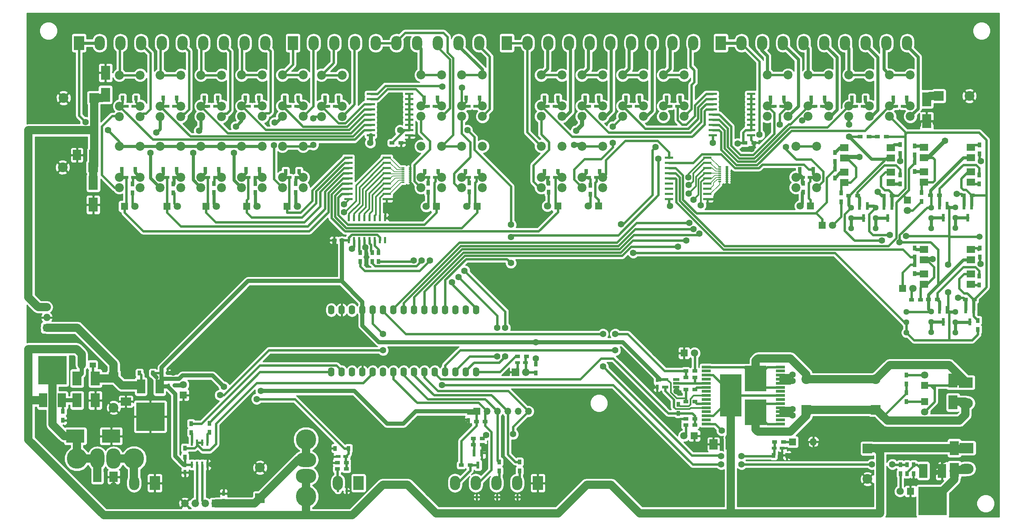
<source format=gbr>
G04 #@! TF.GenerationSoftware,KiCad,Pcbnew,no-vcs-found-996cba7~58~ubuntu16.04.1*
G04 #@! TF.CreationDate,2017-03-20T11:54:55+02:00*
G04 #@! TF.ProjectId,controller,636F6E74726F6C6C65722E6B69636164,rev?*
G04 #@! TF.FileFunction,Copper,L2,Bot,Signal*
G04 #@! TF.FilePolarity,Positive*
%FSLAX46Y46*%
G04 Gerber Fmt 4.6, Leading zero omitted, Abs format (unit mm)*
G04 Created by KiCad (PCBNEW no-vcs-found-996cba7~58~ubuntu16.04.1) date Mon Mar 20 11:54:55 2017*
%MOMM*%
%LPD*%
G01*
G04 APERTURE LIST*
%ADD10C,0.100000*%
%ADD11R,1.200000X0.750000*%
%ADD12R,1.850000X1.850000*%
%ADD13C,1.850000*%
%ADD14R,0.450000X0.590000*%
%ADD15R,0.590000X0.450000*%
%ADD16R,1.200000X0.900000*%
%ADD17R,0.900000X1.200000*%
%ADD18R,2.500000X3.500000*%
%ADD19O,2.500000X3.500000*%
%ADD20O,3.500000X2.500000*%
%ADD21R,3.500000X2.500000*%
%ADD22R,0.750000X0.800000*%
%ADD23O,1.700000X1.700000*%
%ADD24R,1.700000X1.700000*%
%ADD25O,1.574800X2.286000*%
%ADD26R,2.000000X2.500000*%
%ADD27R,1.800000X1.800000*%
%ADD28O,1.800000X1.800000*%
%ADD29R,2.000000X1.780000*%
%ADD30C,2.200000*%
%ADD31R,0.910000X1.220000*%
%ADD32R,2.200000X0.650000*%
%ADD33R,5.250000X6.230000*%
%ADD34R,5.250000X10.300000*%
%ADD35R,0.750000X1.200000*%
%ADD36R,0.800000X0.300000*%
%ADD37O,5.000000X3.500000*%
%ADD38C,5.000000*%
%ADD39O,3.500000X5.000000*%
%ADD40C,1.500000*%
%ADD41C,1.800000*%
%ADD42C,1.440000*%
%ADD43R,0.800000X0.750000*%
%ADD44R,2.500000X2.000000*%
%ADD45R,2.400000X2.400000*%
%ADD46C,2.400000*%
%ADD47R,2.300000X3.500000*%
%ADD48R,4.500880X3.299460*%
%ADD49R,4.498340X3.299460*%
%ADD50R,0.600000X1.500000*%
%ADD51R,2.000000X0.600000*%
%ADD52R,0.600000X1.550000*%
%ADD53R,0.800100X1.800860*%
%ADD54R,0.500000X0.900000*%
%ADD55R,1.500000X1.300000*%
%ADD56R,1.560000X0.650000*%
%ADD57R,0.800000X1.900000*%
%ADD58R,2.000000X3.500000*%
%ADD59R,7.000000X7.000000*%
%ADD60C,1.600000*%
%ADD61C,0.600000*%
%ADD62C,2.000000*%
%ADD63C,0.800000*%
%ADD64C,1.000000*%
%ADD65C,0.400000*%
%ADD66C,0.200000*%
%ADD67C,0.254000*%
G04 APERTURE END LIST*
D10*
D11*
X160050000Y-125000000D03*
X161950000Y-125000000D03*
D12*
X159541972Y-127382337D03*
D13*
X162041972Y-127382337D03*
D14*
X160000000Y-155945000D03*
X160000000Y-158055000D03*
X150000000Y-158055000D03*
X150000000Y-155945000D03*
D15*
X162055000Y-126500000D03*
X159945000Y-126500000D03*
D14*
X155000000Y-158055000D03*
X155000000Y-155945000D03*
D15*
X115945000Y-156500000D03*
X118055000Y-156500000D03*
D16*
X160000000Y-123500000D03*
X162200000Y-123500000D03*
D17*
X164500000Y-127600000D03*
X164500000Y-125400000D03*
D18*
X121000000Y-154600000D03*
D19*
X115920000Y-154600000D03*
D18*
X71000000Y-154600000D03*
D19*
X65920000Y-154600000D03*
D20*
X270200000Y-151080000D03*
D21*
X270200000Y-146000000D03*
X270000000Y-129920000D03*
D20*
X270000000Y-135000000D03*
D19*
X144680000Y-154600000D03*
X149760000Y-154600000D03*
X154840000Y-154600000D03*
D18*
X165000000Y-154600000D03*
D19*
X159920000Y-154600000D03*
D22*
X148000000Y-139000000D03*
X148000000Y-137500000D03*
D23*
X162700000Y-137000000D03*
X160160000Y-137000000D03*
X157620000Y-137000000D03*
X155080000Y-137000000D03*
X152540000Y-137000000D03*
D24*
X150000000Y-137000000D03*
D25*
X124480000Y-112100000D03*
X127020000Y-112100000D03*
X129560000Y-112100000D03*
X132100000Y-112100000D03*
X134640000Y-112100000D03*
X137180000Y-112100000D03*
X139720000Y-112100000D03*
X149880000Y-112100000D03*
X149880000Y-127340000D03*
X147340000Y-127340000D03*
X144800000Y-127340000D03*
X142260000Y-127340000D03*
X139720000Y-127340000D03*
X137180000Y-127340000D03*
X134640000Y-127340000D03*
X132100000Y-127340000D03*
X129560000Y-127340000D03*
X127020000Y-127340000D03*
X124480000Y-127340000D03*
X114320000Y-127340000D03*
X147340000Y-112100000D03*
X144800000Y-112100000D03*
X142260000Y-112100000D03*
X121940000Y-112100000D03*
X119400000Y-112100000D03*
X116860000Y-112100000D03*
X114320000Y-112100000D03*
X121940000Y-127340000D03*
X119400000Y-127340000D03*
X116860000Y-127340000D03*
D26*
X208100000Y-145100000D03*
X212100000Y-145100000D03*
D27*
X44500000Y-116500000D03*
D28*
X44500000Y-113960000D03*
X44500000Y-111420000D03*
D29*
X251640000Y-80870000D03*
X240160000Y-78330000D03*
X251640000Y-78330000D03*
X240160000Y-80870000D03*
X240160000Y-74870000D03*
X251640000Y-72330000D03*
X240160000Y-72330000D03*
X251640000Y-74870000D03*
X271240000Y-74770000D03*
X259760000Y-72230000D03*
X271240000Y-72230000D03*
X259760000Y-74770000D03*
X259760000Y-80770000D03*
X271240000Y-78230000D03*
X259760000Y-78230000D03*
X271240000Y-80770000D03*
X271230000Y-99840000D03*
X259750000Y-97300000D03*
X271230000Y-97300000D03*
X259750000Y-99840000D03*
X259750000Y-105840000D03*
X271230000Y-103300000D03*
X259750000Y-103300000D03*
X271230000Y-105840000D03*
D30*
X165820000Y-71940000D03*
X170900000Y-71940000D03*
X165820000Y-79560000D03*
X165820000Y-82100000D03*
X170900000Y-82100000D03*
X170900000Y-79560000D03*
X228320000Y-71940000D03*
X233400000Y-71940000D03*
X228320000Y-79560000D03*
X228320000Y-82100000D03*
X233400000Y-82100000D03*
X233400000Y-79560000D03*
X136320000Y-71940000D03*
X141400000Y-71940000D03*
X136320000Y-79560000D03*
X136320000Y-82100000D03*
X141400000Y-82100000D03*
X141400000Y-79560000D03*
X102320000Y-71940000D03*
X107400000Y-71940000D03*
X102320000Y-79560000D03*
X102320000Y-82100000D03*
X107400000Y-82100000D03*
X107400000Y-79560000D03*
X92320000Y-71940000D03*
X97400000Y-71940000D03*
X92320000Y-79560000D03*
X92320000Y-82100000D03*
X97400000Y-82100000D03*
X97400000Y-79560000D03*
X231320000Y-54440000D03*
X236400000Y-54440000D03*
X231320000Y-62060000D03*
X231320000Y-64600000D03*
X236400000Y-64600000D03*
X236400000Y-62060000D03*
X72320000Y-71940000D03*
X77400000Y-71940000D03*
X72320000Y-79560000D03*
X72320000Y-82100000D03*
X77400000Y-82100000D03*
X77400000Y-79560000D03*
X62320000Y-71940000D03*
X67400000Y-71940000D03*
X62320000Y-79560000D03*
X62320000Y-82100000D03*
X67400000Y-82100000D03*
X67400000Y-79560000D03*
X195820000Y-54440000D03*
X200900000Y-54440000D03*
X195820000Y-62060000D03*
X195820000Y-64600000D03*
X200900000Y-64600000D03*
X200900000Y-62060000D03*
X185820000Y-54440000D03*
X190900000Y-54440000D03*
X185820000Y-62060000D03*
X185820000Y-64600000D03*
X190900000Y-64600000D03*
X190900000Y-62060000D03*
X175820000Y-54440000D03*
X180900000Y-54440000D03*
X175820000Y-62060000D03*
X175820000Y-64600000D03*
X180900000Y-64600000D03*
X180900000Y-62060000D03*
X165820000Y-54440000D03*
X170900000Y-54440000D03*
X165820000Y-62060000D03*
X165820000Y-64600000D03*
X170900000Y-64600000D03*
X170900000Y-62060000D03*
X82320000Y-71940000D03*
X87400000Y-71940000D03*
X82320000Y-79560000D03*
X82320000Y-82100000D03*
X87400000Y-82100000D03*
X87400000Y-79560000D03*
X175820000Y-71940000D03*
X180900000Y-71940000D03*
X175820000Y-79560000D03*
X175820000Y-82100000D03*
X180900000Y-82100000D03*
X180900000Y-79560000D03*
X146320000Y-71940000D03*
X151400000Y-71940000D03*
X146320000Y-79560000D03*
X146320000Y-82100000D03*
X151400000Y-82100000D03*
X151400000Y-79560000D03*
X241320000Y-54440000D03*
X246400000Y-54440000D03*
X241320000Y-62060000D03*
X241320000Y-64600000D03*
X246400000Y-64600000D03*
X246400000Y-62060000D03*
X62320000Y-54480000D03*
X67400000Y-54480000D03*
X62320000Y-62100000D03*
X62320000Y-64640000D03*
X67400000Y-64640000D03*
X67400000Y-62100000D03*
X72320000Y-54480000D03*
X77400000Y-54480000D03*
X72320000Y-62100000D03*
X72320000Y-64640000D03*
X77400000Y-64640000D03*
X77400000Y-62100000D03*
X82320000Y-54480000D03*
X87400000Y-54480000D03*
X82320000Y-62100000D03*
X82320000Y-64640000D03*
X87400000Y-64640000D03*
X87400000Y-62100000D03*
X92320000Y-54440000D03*
X97400000Y-54440000D03*
X92320000Y-62060000D03*
X92320000Y-64600000D03*
X97400000Y-64600000D03*
X97400000Y-62060000D03*
X102320000Y-54440000D03*
X107400000Y-54440000D03*
X102320000Y-62060000D03*
X102320000Y-64600000D03*
X107400000Y-64600000D03*
X107400000Y-62060000D03*
X111900000Y-54480000D03*
X116980000Y-54480000D03*
X111900000Y-62100000D03*
X111900000Y-64640000D03*
X116980000Y-64640000D03*
X116980000Y-62100000D03*
X136320000Y-54440000D03*
X141400000Y-54440000D03*
X136320000Y-62060000D03*
X136320000Y-64600000D03*
X141400000Y-64600000D03*
X141400000Y-62060000D03*
X146320000Y-54440000D03*
X151400000Y-54440000D03*
X146320000Y-62060000D03*
X146320000Y-64600000D03*
X151400000Y-64600000D03*
X151400000Y-62060000D03*
X221320000Y-54440000D03*
X226400000Y-54440000D03*
X221320000Y-62060000D03*
X221320000Y-64600000D03*
X226400000Y-64600000D03*
X226400000Y-62060000D03*
X251320000Y-54440000D03*
X256400000Y-54440000D03*
X251320000Y-62060000D03*
X251320000Y-64600000D03*
X256400000Y-64600000D03*
X256400000Y-62060000D03*
D31*
X222865000Y-147800000D03*
X226135000Y-147800000D03*
D32*
X224500000Y-140100000D03*
X206300000Y-140100000D03*
X224500000Y-139100000D03*
X206300000Y-139100000D03*
X224500000Y-138100000D03*
X206300000Y-138100000D03*
X224500000Y-137100000D03*
X206300000Y-137100000D03*
X224500000Y-136100000D03*
X206300000Y-136100000D03*
X224500000Y-135100000D03*
X206300000Y-135100000D03*
X224500000Y-134100000D03*
X206300000Y-134100000D03*
X224500000Y-133100000D03*
X206300000Y-133100000D03*
X224500000Y-132100000D03*
X206300000Y-132100000D03*
X224500000Y-131100000D03*
X206300000Y-131100000D03*
X224500000Y-130100000D03*
X206300000Y-130100000D03*
X224500000Y-129100000D03*
X206300000Y-129100000D03*
X224500000Y-128100000D03*
X206300000Y-128100000D03*
X224500000Y-127100000D03*
X206300000Y-127100000D03*
X224500000Y-126100000D03*
X206300000Y-126100000D03*
D33*
X218450000Y-137265000D03*
X218450000Y-128935000D03*
D34*
X212350000Y-133100000D03*
D35*
X194300000Y-131050000D03*
X194300000Y-129150000D03*
D36*
X133700000Y-77750000D03*
X133700000Y-78750000D03*
X133700000Y-78250000D03*
X133700000Y-79250000D03*
X133700000Y-79750000D03*
X133700000Y-80250000D03*
X131900000Y-77750000D03*
X131900000Y-78250000D03*
X131900000Y-78750000D03*
X131900000Y-79250000D03*
X131900000Y-79750000D03*
X131900000Y-80250000D03*
X133700000Y-77250000D03*
X131900000Y-77250000D03*
X133700000Y-80750000D03*
X131900000Y-80750000D03*
D37*
X108100000Y-152900000D03*
X108100000Y-148900000D03*
D38*
X108100000Y-143900000D03*
X108100000Y-157900000D03*
X65900000Y-148600000D03*
X51900000Y-148600000D03*
D39*
X56900000Y-148600000D03*
X60900000Y-148600000D03*
D27*
X227500000Y-144500000D03*
D28*
X232580000Y-144500000D03*
D19*
X255620000Y-46600000D03*
X250540000Y-46600000D03*
X245460000Y-46600000D03*
X240380000Y-46600000D03*
X235300000Y-46600000D03*
X230220000Y-46600000D03*
X225140000Y-46600000D03*
X220060000Y-46600000D03*
D18*
X209900000Y-46600000D03*
D19*
X214980000Y-46600000D03*
X57480000Y-46600000D03*
D18*
X52400000Y-46600000D03*
D19*
X62560000Y-46600000D03*
X67640000Y-46600000D03*
X72720000Y-46600000D03*
X77800000Y-46600000D03*
X82880000Y-46600000D03*
X87960000Y-46600000D03*
X93040000Y-46600000D03*
X98120000Y-46600000D03*
X150620000Y-46600000D03*
X145540000Y-46600000D03*
X140460000Y-46600000D03*
X135380000Y-46600000D03*
X130300000Y-46600000D03*
X125220000Y-46600000D03*
X120140000Y-46600000D03*
X115060000Y-46600000D03*
D18*
X104900000Y-46600000D03*
D19*
X109980000Y-46600000D03*
X162480000Y-46600000D03*
D18*
X157400000Y-46600000D03*
D19*
X167560000Y-46600000D03*
X172640000Y-46600000D03*
X177720000Y-46600000D03*
X182800000Y-46600000D03*
X187880000Y-46600000D03*
X192960000Y-46600000D03*
X198040000Y-46600000D03*
X203120000Y-46600000D03*
D40*
X273400000Y-94100000D03*
D41*
X253900000Y-156600000D03*
D27*
X256440000Y-156600000D03*
D41*
X200860000Y-143000000D03*
D27*
X203400000Y-143000000D03*
D41*
X203440000Y-122700000D03*
D27*
X200900000Y-122700000D03*
X259900000Y-130600000D03*
D41*
X259900000Y-128060000D03*
X259900000Y-137140000D03*
D27*
X259900000Y-134600000D03*
D41*
X78000000Y-130460000D03*
D27*
X78000000Y-133000000D03*
D12*
X85900000Y-159600000D03*
D13*
X83400000Y-159600000D03*
X80900000Y-159600000D03*
X78400000Y-159600000D03*
D17*
X48400000Y-137000000D03*
X48400000Y-139200000D03*
D11*
X115050000Y-95000000D03*
X116950000Y-95000000D03*
D42*
X241900000Y-92100000D03*
X241900000Y-89560000D03*
X241900000Y-87020000D03*
X267490000Y-112570000D03*
X267490000Y-115110000D03*
X267490000Y-117650000D03*
X261490000Y-117610000D03*
X261490000Y-115070000D03*
X261490000Y-112530000D03*
X267500000Y-86960000D03*
X267500000Y-89500000D03*
X267500000Y-92040000D03*
X255460000Y-117680000D03*
X255460000Y-115140000D03*
X255460000Y-112600000D03*
X261500000Y-87000000D03*
X261500000Y-89540000D03*
X261500000Y-92080000D03*
X247900000Y-92140000D03*
X247900000Y-89600000D03*
X247900000Y-87060000D03*
D36*
X211400000Y-77550000D03*
X211400000Y-78550000D03*
X211400000Y-78050000D03*
X211400000Y-79050000D03*
X211400000Y-79550000D03*
X211400000Y-80050000D03*
X209600000Y-77550000D03*
X209600000Y-78050000D03*
X209600000Y-78550000D03*
X209600000Y-79050000D03*
X209600000Y-79550000D03*
X209600000Y-80050000D03*
X211400000Y-77050000D03*
X209600000Y-77050000D03*
X211400000Y-80550000D03*
X209600000Y-80550000D03*
D27*
X231900000Y-86600000D03*
D41*
X229360000Y-86600000D03*
X237300000Y-91300000D03*
D27*
X234760000Y-91300000D03*
X255700000Y-85200000D03*
D41*
X255700000Y-87740000D03*
X257040000Y-106800000D03*
D27*
X254500000Y-106800000D03*
D41*
X177360000Y-86600000D03*
D27*
X179900000Y-86600000D03*
X73960000Y-86700000D03*
D41*
X76500000Y-86700000D03*
X66100000Y-86700000D03*
D27*
X63560000Y-86700000D03*
X93560000Y-86700000D03*
D41*
X96100000Y-86700000D03*
X86100000Y-86700000D03*
D27*
X83560000Y-86700000D03*
X103500000Y-86700000D03*
D41*
X106040000Y-86700000D03*
X167360000Y-86600000D03*
D27*
X169900000Y-86600000D03*
X140140000Y-86700000D03*
D41*
X137600000Y-86700000D03*
X147560000Y-86700000D03*
D27*
X150100000Y-86700000D03*
D43*
X74150000Y-127600000D03*
X72650000Y-127600000D03*
D11*
X65900000Y-62100000D03*
X64000000Y-62100000D03*
X94000000Y-62100000D03*
X95900000Y-62100000D03*
X115350000Y-62100000D03*
X113450000Y-62100000D03*
X233000000Y-62100000D03*
X234900000Y-62100000D03*
X244850000Y-62100000D03*
X242950000Y-62100000D03*
X252810000Y-62100000D03*
X254710000Y-62100000D03*
X169210000Y-62100000D03*
X167310000Y-62100000D03*
X115950000Y-148100000D03*
X117850000Y-148100000D03*
D35*
X78400000Y-150100000D03*
X78400000Y-152000000D03*
D11*
X199300000Y-62100000D03*
X197400000Y-62100000D03*
X189400000Y-62100000D03*
X187500000Y-62100000D03*
X137900000Y-62100000D03*
X139800000Y-62100000D03*
X179400000Y-62100000D03*
X177500000Y-62100000D03*
X231850000Y-79600000D03*
X229950000Y-79600000D03*
X105850000Y-62100000D03*
X103950000Y-62100000D03*
X63900000Y-79600000D03*
X65800000Y-79600000D03*
X85900000Y-79600000D03*
X84000000Y-79600000D03*
X93900000Y-79600000D03*
X95800000Y-79600000D03*
X105900000Y-79600000D03*
X104000000Y-79600000D03*
X179400000Y-79600000D03*
X177500000Y-79600000D03*
X138000000Y-79600000D03*
X139900000Y-79600000D03*
X149900000Y-79600000D03*
X148000000Y-79600000D03*
X167400000Y-79600000D03*
X169300000Y-79600000D03*
X147900000Y-62100000D03*
X149800000Y-62100000D03*
X223050000Y-146000000D03*
X224950000Y-146000000D03*
D35*
X87900000Y-157150000D03*
X87900000Y-159050000D03*
D11*
X75900000Y-79600000D03*
X74000000Y-79600000D03*
X74000000Y-62100000D03*
X75900000Y-62100000D03*
X224900000Y-62100000D03*
X223000000Y-62100000D03*
X84000000Y-62100000D03*
X85900000Y-62100000D03*
D44*
X63900000Y-130600000D03*
X63900000Y-134600000D03*
D26*
X56900000Y-153100000D03*
X60900000Y-153100000D03*
X55900000Y-74100000D03*
X51900000Y-74100000D03*
D45*
X55900000Y-77100000D03*
D46*
X48400000Y-77100000D03*
X245900000Y-153600000D03*
D45*
X245900000Y-146100000D03*
X263400000Y-59600000D03*
D46*
X270900000Y-59600000D03*
X60900000Y-136100000D03*
D45*
X60900000Y-128600000D03*
X230900000Y-136600000D03*
D46*
X230900000Y-129100000D03*
X48600000Y-60100000D03*
D45*
X56100000Y-60100000D03*
X247900000Y-136600000D03*
D46*
X247900000Y-129100000D03*
X96800000Y-150800000D03*
D45*
X96800000Y-158300000D03*
D47*
X55900000Y-80900000D03*
X55900000Y-86300000D03*
X266900000Y-129400000D03*
X266900000Y-134800000D03*
X267200000Y-146000000D03*
X267200000Y-151400000D03*
X56400000Y-134300000D03*
X56400000Y-128900000D03*
X51900000Y-128900000D03*
X51900000Y-134300000D03*
X58900000Y-53900000D03*
X58900000Y-59300000D03*
X260400000Y-60400000D03*
X260400000Y-65800000D03*
D17*
X255550000Y-60100000D03*
X252250000Y-60100000D03*
X150500000Y-78100000D03*
X147200000Y-78100000D03*
X140400000Y-60100000D03*
X137100000Y-60100000D03*
X186600000Y-60100000D03*
X189900000Y-60100000D03*
X196600000Y-60100000D03*
X199900000Y-60100000D03*
X232550000Y-77600000D03*
X229250000Y-77600000D03*
X76400000Y-77600000D03*
X73100000Y-77600000D03*
X83400000Y-77600000D03*
X86700000Y-77600000D03*
X96700000Y-77600000D03*
X93400000Y-77600000D03*
X103100000Y-78100000D03*
X106400000Y-78100000D03*
X176900000Y-78100000D03*
X180200000Y-78100000D03*
X176600000Y-60100000D03*
X179900000Y-60100000D03*
X169900000Y-60100000D03*
X166600000Y-60100000D03*
X62900000Y-77600000D03*
X66200000Y-77600000D03*
X166600000Y-78100000D03*
X169900000Y-78100000D03*
X147390000Y-60100000D03*
X150690000Y-60100000D03*
X67250000Y-127600000D03*
X70550000Y-127600000D03*
X140550000Y-78100000D03*
X137250000Y-78100000D03*
X66400000Y-60100000D03*
X63100000Y-60100000D03*
X73100000Y-60100000D03*
X76400000Y-60100000D03*
X86400000Y-60100000D03*
X83100000Y-60100000D03*
X93250000Y-60100000D03*
X96550000Y-60100000D03*
X106200000Y-60100000D03*
X102900000Y-60100000D03*
X112750000Y-60100000D03*
X116050000Y-60100000D03*
X225400000Y-60100000D03*
X222100000Y-60100000D03*
X232100000Y-60100000D03*
X235400000Y-60100000D03*
X245400000Y-60100000D03*
X242100000Y-60100000D03*
D48*
X51500720Y-143100000D03*
D49*
X60299280Y-143100000D03*
D31*
X118535000Y-146100000D03*
X115265000Y-146100000D03*
D50*
X118655000Y-95000000D03*
X119925000Y-95000000D03*
X121195000Y-95000000D03*
X122465000Y-95000000D03*
X123735000Y-95000000D03*
X125005000Y-95000000D03*
X126275000Y-95000000D03*
X127545000Y-95000000D03*
X127545000Y-89600000D03*
X126275000Y-89600000D03*
X125005000Y-89600000D03*
X123735000Y-89600000D03*
X122465000Y-89600000D03*
X121195000Y-89600000D03*
X119925000Y-89600000D03*
X118655000Y-89600000D03*
D51*
X127900000Y-74720000D03*
X127900000Y-75990000D03*
X127900000Y-77260000D03*
X127900000Y-78530000D03*
X127900000Y-79800000D03*
X127900000Y-81070000D03*
X127900000Y-82340000D03*
X127900000Y-83610000D03*
X127900000Y-84880000D03*
X118500000Y-84880000D03*
X118500000Y-83610000D03*
X118500000Y-82340000D03*
X118500000Y-81070000D03*
X118500000Y-79800000D03*
X118500000Y-78530000D03*
X118500000Y-77260000D03*
X118500000Y-75990000D03*
X118500000Y-74720000D03*
X197200000Y-74720000D03*
X197200000Y-75990000D03*
X197200000Y-77260000D03*
X197200000Y-78530000D03*
X197200000Y-79800000D03*
X197200000Y-81070000D03*
X197200000Y-82340000D03*
X197200000Y-83610000D03*
X197200000Y-84880000D03*
X206600000Y-84880000D03*
X206600000Y-83610000D03*
X206600000Y-82340000D03*
X206600000Y-81070000D03*
X206600000Y-79800000D03*
X206600000Y-78530000D03*
X206600000Y-77260000D03*
X206600000Y-75990000D03*
X206600000Y-74720000D03*
X133400000Y-59100000D03*
X133400000Y-60370000D03*
X133400000Y-61640000D03*
X133400000Y-62910000D03*
X133400000Y-64180000D03*
X133400000Y-65450000D03*
X133400000Y-66720000D03*
X133400000Y-67990000D03*
X133400000Y-69260000D03*
X124000000Y-69260000D03*
X124000000Y-67990000D03*
X124000000Y-66720000D03*
X124000000Y-65450000D03*
X124000000Y-64180000D03*
X124000000Y-62910000D03*
X124000000Y-61640000D03*
X124000000Y-60370000D03*
X124000000Y-59100000D03*
X207900000Y-59100000D03*
X207900000Y-60370000D03*
X207900000Y-61640000D03*
X207900000Y-62910000D03*
X207900000Y-64180000D03*
X207900000Y-65450000D03*
X207900000Y-66720000D03*
X207900000Y-67990000D03*
X207900000Y-69260000D03*
X217300000Y-69260000D03*
X217300000Y-67990000D03*
X217300000Y-66720000D03*
X217300000Y-65450000D03*
X217300000Y-64180000D03*
X217300000Y-62910000D03*
X217300000Y-61640000D03*
X217300000Y-60370000D03*
X217300000Y-59100000D03*
D52*
X80130000Y-150100000D03*
X81400000Y-150100000D03*
X82670000Y-150100000D03*
X83940000Y-150100000D03*
X83940000Y-144700000D03*
X82670000Y-144700000D03*
X81400000Y-144700000D03*
X80130000Y-144700000D03*
D53*
X270990000Y-115071140D03*
X271940000Y-112068860D03*
X270040000Y-112068860D03*
X149350000Y-147198860D03*
X151250000Y-147198860D03*
X150300000Y-150201140D03*
D54*
X75900000Y-130600000D03*
X74400000Y-130600000D03*
D17*
X273300000Y-106000000D03*
X273300000Y-103800000D03*
D16*
X263090000Y-109570000D03*
X260890000Y-109570000D03*
D17*
X273000000Y-116900000D03*
X273000000Y-114700000D03*
D16*
X246300000Y-69600000D03*
X244100000Y-69600000D03*
X115800000Y-151100000D03*
X118000000Y-151100000D03*
X115800000Y-149600000D03*
X118000000Y-149600000D03*
D17*
X257490000Y-103170000D03*
X257490000Y-100970000D03*
X257200000Y-152300000D03*
X257200000Y-150100000D03*
X257490000Y-96970000D03*
X257490000Y-99170000D03*
D16*
X250500000Y-69600000D03*
X248300000Y-69600000D03*
X203500000Y-128700000D03*
X201300000Y-128700000D03*
X201300000Y-140400000D03*
X203500000Y-140400000D03*
X201300000Y-127100000D03*
X203500000Y-127100000D03*
X201300000Y-138800000D03*
X203500000Y-138800000D03*
D17*
X84400000Y-142100000D03*
X84400000Y-139900000D03*
X65500000Y-83400000D03*
X65500000Y-81200000D03*
D16*
X149200000Y-145200000D03*
X151400000Y-145200000D03*
X218000000Y-71100000D03*
X215800000Y-71100000D03*
X129200000Y-71100000D03*
X131400000Y-71100000D03*
X152100000Y-139500000D03*
X149900000Y-139500000D03*
X146200000Y-150200000D03*
X148400000Y-150200000D03*
D17*
X160500000Y-149400000D03*
X160500000Y-151600000D03*
X155500000Y-151600000D03*
X155500000Y-149400000D03*
X253900000Y-73700000D03*
X253900000Y-71500000D03*
D16*
X149200000Y-143700000D03*
X151400000Y-143700000D03*
D17*
X79900000Y-142200000D03*
X79900000Y-140000000D03*
X78400000Y-148200000D03*
X78400000Y-146000000D03*
X273490000Y-99170000D03*
X273490000Y-96970000D03*
D16*
X201300000Y-131600000D03*
X203500000Y-131600000D03*
D17*
X254000000Y-152300000D03*
X254000000Y-150100000D03*
X255600000Y-152300000D03*
X255600000Y-150100000D03*
X237900000Y-77500000D03*
X237900000Y-79700000D03*
X199500000Y-135300000D03*
X199500000Y-137500000D03*
X230100000Y-83200000D03*
X230100000Y-81000000D03*
D16*
X223100000Y-144500000D03*
X225300000Y-144500000D03*
X203500000Y-134600000D03*
X201300000Y-134600000D03*
D17*
X255400000Y-132400000D03*
X255400000Y-134600000D03*
X255400000Y-128100000D03*
X255400000Y-130300000D03*
X121400000Y-98000000D03*
X121400000Y-100200000D03*
X125900000Y-100200000D03*
X125900000Y-98000000D03*
D16*
X269400000Y-84000000D03*
X271600000Y-84000000D03*
D17*
X177900000Y-83700000D03*
X177900000Y-81500000D03*
X239400000Y-85600000D03*
X239400000Y-83400000D03*
X259200000Y-83300000D03*
X259200000Y-85500000D03*
D16*
X256700000Y-109600000D03*
X258900000Y-109600000D03*
X261400000Y-84000000D03*
X263600000Y-84000000D03*
D17*
X124400000Y-100200000D03*
X124400000Y-98000000D03*
D16*
X269890000Y-109570000D03*
X272090000Y-109570000D03*
D17*
X95700000Y-83300000D03*
X95700000Y-81100000D03*
X105600000Y-81100000D03*
X105600000Y-83300000D03*
X167600000Y-83200000D03*
X167600000Y-81000000D03*
X148200000Y-80900000D03*
X148200000Y-83100000D03*
X138100000Y-83200000D03*
X138100000Y-81000000D03*
X237900000Y-73500000D03*
X237900000Y-75700000D03*
X85500000Y-83300000D03*
X85500000Y-81100000D03*
X253900000Y-81200000D03*
X253900000Y-79000000D03*
D16*
X243500000Y-84100000D03*
X241300000Y-84100000D03*
X249800000Y-84100000D03*
X252000000Y-84100000D03*
D17*
X257500000Y-75900000D03*
X257500000Y-78100000D03*
X257500000Y-71900000D03*
X257500000Y-74100000D03*
X273400000Y-73800000D03*
X273400000Y-71600000D03*
X75500000Y-81200000D03*
X75500000Y-83400000D03*
X273300000Y-79000000D03*
X273300000Y-81200000D03*
D55*
X55750000Y-125600000D03*
X53050000Y-125600000D03*
D56*
X198950000Y-129150000D03*
X198950000Y-130100000D03*
X198950000Y-131050000D03*
X196250000Y-131050000D03*
X196250000Y-129150000D03*
D57*
X269550000Y-86500000D03*
X271450000Y-86500000D03*
X270500000Y-89500000D03*
X250900000Y-89600000D03*
X251850000Y-86600000D03*
X249950000Y-86600000D03*
X243950000Y-86600000D03*
X245850000Y-86600000D03*
X244900000Y-89600000D03*
X264500000Y-89500000D03*
X265450000Y-86500000D03*
X263550000Y-86500000D03*
X263540000Y-112070000D03*
X265440000Y-112070000D03*
X264490000Y-115070000D03*
D58*
X67610000Y-130900000D03*
X72190000Y-130900000D03*
D59*
X69910000Y-138300000D03*
X261900000Y-159000000D03*
D58*
X264180000Y-151600000D03*
X259600000Y-151600000D03*
X48190000Y-134300000D03*
X43610000Y-134300000D03*
D59*
X45890000Y-126900000D03*
D60*
X158920010Y-142583959D03*
X152300000Y-142800000D03*
X184000000Y-118000000D03*
X184000000Y-122000000D03*
X136500000Y-100000000D03*
X145500000Y-104000000D03*
X155000000Y-116500000D03*
X155000000Y-123500000D03*
X138500000Y-100000000D03*
X147000000Y-102500000D03*
X157000000Y-116500000D03*
X157000000Y-123500000D03*
X143900000Y-105300010D03*
X134500000Y-100000000D03*
X218450000Y-141450000D03*
X210100000Y-141700000D03*
X227500000Y-128000000D03*
X226400000Y-129100000D03*
X226600000Y-137100000D03*
X227500000Y-138000000D03*
X227500000Y-136500000D03*
X227500000Y-129500000D03*
X225900000Y-72100000D03*
X146400004Y-57600000D03*
X141600000Y-57300000D03*
X183400000Y-67100000D03*
X183400000Y-71100000D03*
X173900000Y-71600000D03*
X174400000Y-68100000D03*
X90400000Y-73600000D03*
X90900000Y-67100000D03*
X80400000Y-73600000D03*
X81900000Y-68100000D03*
X71399998Y-68600000D03*
X69900000Y-73600000D03*
X249400000Y-95099979D03*
X253781246Y-95481248D03*
X241400000Y-69600000D03*
X241400000Y-66600000D03*
X100200000Y-71700000D03*
X100400000Y-66100000D03*
X109900000Y-71600050D03*
X109900000Y-65100000D03*
X59500000Y-68000000D03*
X54000000Y-66000000D03*
X188400000Y-98100000D03*
X185400000Y-91100000D03*
X193900000Y-72100000D03*
X255347161Y-93973099D03*
X251400000Y-93700000D03*
X265700000Y-107800000D03*
X265700000Y-101000000D03*
X229900000Y-65600000D03*
X219400000Y-69100000D03*
X199300000Y-139400000D03*
X147000000Y-140000000D03*
X262500000Y-152000000D03*
X262500000Y-150500000D03*
X263000000Y-149000000D03*
X264500000Y-149000000D03*
X151900000Y-146100000D03*
X230800000Y-145100000D03*
X234500000Y-145300000D03*
X233300000Y-146400000D03*
X231700000Y-146400000D03*
X60900000Y-155200000D03*
X133500000Y-82000000D03*
X85000000Y-150000000D03*
X75500000Y-127500000D03*
X115000000Y-96500000D03*
X227000000Y-148000000D03*
X193000000Y-131000000D03*
X199031018Y-132068982D03*
X122718082Y-96744880D03*
X128900000Y-89600000D03*
X262600000Y-66100000D03*
X258300000Y-66600000D03*
X208800000Y-84800000D03*
X211400000Y-81700000D03*
X217400000Y-72600000D03*
X127900000Y-86900000D03*
X133400000Y-71100000D03*
X164500000Y-120000000D03*
X164500000Y-124000000D03*
X88000000Y-131000000D03*
X97000000Y-132000000D03*
X253900000Y-75600000D03*
X248400000Y-83100000D03*
X267800000Y-83600000D03*
X273700000Y-75600000D03*
X119400000Y-97100000D03*
X117400000Y-88100000D03*
X201400006Y-95100000D03*
X202000000Y-81400000D03*
X199400014Y-96600000D03*
X201899990Y-79600000D03*
X268100000Y-109100000D03*
X273600000Y-100800000D03*
X141500000Y-130500000D03*
X210000000Y-150000000D03*
X215000000Y-150000000D03*
X247000000Y-150000000D03*
X252000000Y-150000000D03*
X194600000Y-74999990D03*
X158400000Y-100600000D03*
X158400000Y-94200000D03*
X158400000Y-91200000D03*
X147700000Y-68000000D03*
X131200000Y-68000000D03*
X214000000Y-71300000D03*
X215000000Y-148000000D03*
X210000000Y-148000000D03*
X181000000Y-126000000D03*
X181000000Y-118000000D03*
X96000000Y-134000000D03*
X87000000Y-133000000D03*
X127000000Y-118000000D03*
X127000000Y-122000000D03*
X202157354Y-90768510D03*
X201999990Y-83514664D03*
X203186004Y-92245643D03*
X203200000Y-85100000D03*
X204600940Y-93358296D03*
X205000000Y-86400000D03*
X261900000Y-99600000D03*
X243900000Y-74600000D03*
X264900000Y-70600000D03*
X197400000Y-86600000D03*
X207900000Y-71100000D03*
X123900000Y-71100000D03*
X224400000Y-66600000D03*
X117400000Y-86200000D03*
D61*
X81400000Y-144700000D02*
X81400000Y-145175000D01*
X81400000Y-145175000D02*
X82725000Y-146500000D01*
X82725000Y-146500000D02*
X84500000Y-146500000D01*
X84500000Y-146500000D02*
X86000000Y-145000000D01*
X86000000Y-145000000D02*
X86000000Y-140000000D01*
X86000000Y-140000000D02*
X96000000Y-130000000D01*
X96000000Y-130000000D02*
X122175600Y-130000000D01*
X122175600Y-130000000D02*
X124480000Y-127695600D01*
X124480000Y-127695600D02*
X124480000Y-127340000D01*
X81400000Y-144700000D02*
X82670000Y-144700000D01*
X78400000Y-146000000D02*
X80805002Y-146000000D01*
X80805002Y-146000000D02*
X81400000Y-145405002D01*
X81400000Y-145405002D02*
X81400000Y-144700000D01*
X153600000Y-142050000D02*
X153600000Y-151400000D01*
X129560000Y-127340000D02*
X129560000Y-129083000D01*
X150440000Y-134900000D02*
X152540000Y-137000000D01*
X129560000Y-129083000D02*
X135377000Y-134900000D01*
X135377000Y-134900000D02*
X150440000Y-134900000D01*
X152100000Y-139500000D02*
X152100000Y-140550000D01*
X152100000Y-140550000D02*
X153600000Y-142050000D01*
X152100000Y-139500000D02*
X152100000Y-137440000D01*
X152100000Y-137440000D02*
X152540000Y-137000000D01*
X129560000Y-127340000D02*
X129560000Y-128060000D01*
X153600000Y-151400000D02*
X150400000Y-154600000D01*
X150100000Y-154300000D02*
X150400000Y-154600000D01*
X155080000Y-137000000D02*
X155080000Y-148980000D01*
X155080000Y-148980000D02*
X155500000Y-149400000D01*
X132100000Y-127340000D02*
X132100000Y-128100000D01*
X152080000Y-134000000D02*
X155080000Y-137000000D01*
X132100000Y-128100000D02*
X138000000Y-134000000D01*
X138000000Y-134000000D02*
X152080000Y-134000000D01*
X155500000Y-149400000D02*
X155400000Y-149400000D01*
X155400000Y-149400000D02*
X155080000Y-149080000D01*
X157620000Y-137000000D02*
X157620000Y-147570000D01*
X134640000Y-127340000D02*
X134640000Y-128140000D01*
X134640000Y-128140000D02*
X139500000Y-133000000D01*
X139500000Y-133000000D02*
X153620000Y-133000000D01*
X153620000Y-133000000D02*
X157620000Y-137000000D01*
X159450000Y-149400000D02*
X160500000Y-149400000D01*
X157620000Y-147570000D02*
X159450000Y-149400000D01*
X158920010Y-140779990D02*
X158920010Y-142583959D01*
X137180000Y-127340000D02*
X137180000Y-128680000D01*
X137180000Y-128680000D02*
X140500000Y-132000000D01*
X140500000Y-132000000D02*
X157700000Y-132000000D01*
X157700000Y-132000000D02*
X162700000Y-137000000D01*
X152300000Y-142800000D02*
X151400000Y-143700000D01*
X162700000Y-137000000D02*
X158920010Y-140779990D01*
X151500001Y-143599999D02*
X152300000Y-142800000D01*
X199500000Y-137500000D02*
X197000000Y-137500000D01*
X197000000Y-137500000D02*
X183500000Y-124000000D01*
X175417000Y-129083000D02*
X141107400Y-129083000D01*
X183500000Y-124000000D02*
X180500000Y-124000000D01*
X180500000Y-124000000D02*
X175417000Y-129083000D01*
X141107400Y-129083000D02*
X139720000Y-127695600D01*
X139720000Y-127695600D02*
X139720000Y-127340000D01*
X203500000Y-138800000D02*
X203500000Y-140400000D01*
X203500000Y-138100000D02*
X203500000Y-138800000D01*
X199500000Y-137500000D02*
X202900000Y-137500000D01*
X202900000Y-137500000D02*
X203500000Y-138100000D01*
X184000000Y-122000000D02*
X146000000Y-122000000D01*
X184000000Y-118000000D02*
X187000000Y-118000000D01*
X187000000Y-118000000D02*
X191000000Y-122000000D01*
X142260000Y-127340000D02*
X142260000Y-125740000D01*
X142260000Y-125740000D02*
X146000000Y-122000000D01*
X191000000Y-122000000D02*
X196100000Y-127100000D01*
X196100000Y-127100000D02*
X201300000Y-127100000D01*
X201300000Y-128700000D02*
X201300000Y-127100000D01*
X125050009Y-101300011D02*
X135199989Y-101300011D01*
X124400000Y-100650002D02*
X125050009Y-101300011D01*
X124400000Y-100200000D02*
X124400000Y-100650002D01*
X135199989Y-101300011D02*
X135700001Y-100799999D01*
X135700001Y-100799999D02*
X136500000Y-100000000D01*
X155000000Y-116500000D02*
X155000000Y-113500000D01*
X155000000Y-113500000D02*
X145500000Y-104000000D01*
X144800000Y-127340000D02*
X144800000Y-126984400D01*
X144800000Y-126984400D02*
X148284400Y-123500000D01*
X148284400Y-123500000D02*
X155000000Y-123500000D01*
X138500000Y-100000000D02*
X136000000Y-102500000D01*
X136000000Y-102500000D02*
X122500000Y-102500000D01*
X122500000Y-102500000D02*
X121400000Y-101400000D01*
X121400000Y-101400000D02*
X121400000Y-100200000D01*
X157000000Y-116500000D02*
X157000000Y-112500000D01*
X157000000Y-112500000D02*
X147000000Y-102500000D01*
X149324400Y-125000000D02*
X155500000Y-125000000D01*
X155500000Y-125000000D02*
X157000000Y-123500000D01*
X147340000Y-127340000D02*
X147340000Y-126984400D01*
X147340000Y-126984400D02*
X149324400Y-125000000D01*
X149880000Y-111744400D02*
X143900000Y-105764400D01*
X149880000Y-112100000D02*
X149880000Y-111744400D01*
X143900000Y-105764400D02*
X143900000Y-105300010D01*
X134300000Y-100200000D02*
X134500000Y-100000000D01*
X125900000Y-100200000D02*
X134300000Y-100200000D01*
X206300000Y-140100000D02*
X208500000Y-140100000D01*
X208500000Y-140100000D02*
X210100000Y-141700000D01*
D62*
X248100000Y-136600000D02*
X250000000Y-138500000D01*
X250000000Y-138500000D02*
X250740001Y-139240001D01*
D61*
X255400000Y-132550000D02*
X250000000Y-137950000D01*
X255400000Y-132400000D02*
X255400000Y-132550000D01*
X250000000Y-137950000D02*
X250000000Y-138500000D01*
D62*
X250740001Y-139240001D02*
X253740001Y-139240001D01*
X247900000Y-136600000D02*
X248100000Y-136600000D01*
X218450000Y-137265000D02*
X218450000Y-141450000D01*
X218450000Y-141450000D02*
X219000000Y-142000000D01*
X219000000Y-142000000D02*
X227000000Y-142000000D01*
X227000000Y-142000000D02*
X230900000Y-138100000D01*
X230900000Y-138100000D02*
X230900000Y-136600000D01*
D63*
X230900000Y-137100000D02*
X230900000Y-136600000D01*
D61*
X224500000Y-140100000D02*
X221285000Y-140100000D01*
X221285000Y-140100000D02*
X218450000Y-137265000D01*
X224500000Y-135100000D02*
X220615000Y-135100000D01*
X220615000Y-135100000D02*
X218450000Y-137265000D01*
D62*
X247900000Y-136600000D02*
X230900000Y-136600000D01*
X269900000Y-134600000D02*
X269900000Y-137850000D01*
X269900000Y-137850000D02*
X268509999Y-139240001D01*
X268509999Y-139240001D02*
X253740001Y-139240001D01*
X269900000Y-134600000D02*
X267100000Y-134600000D01*
X267100000Y-134600000D02*
X266900000Y-134800000D01*
D61*
X255400000Y-132400000D02*
X255400000Y-130300000D01*
X227500000Y-144500000D02*
X225300000Y-144500000D01*
X227000000Y-128500000D02*
X227500000Y-128000000D01*
X227400000Y-128100000D02*
X227500000Y-128000000D01*
X224500000Y-128100000D02*
X227400000Y-128100000D01*
X224500000Y-129100000D02*
X226400000Y-129100000D01*
X224500000Y-137100000D02*
X226600000Y-137100000D01*
X224500000Y-137500000D02*
X227000000Y-137500000D01*
X227000000Y-137500000D02*
X227500000Y-138000000D01*
X224500000Y-137500000D02*
X224500000Y-138100000D01*
X224500000Y-137100000D02*
X224500000Y-137500000D01*
X224500000Y-136500000D02*
X224500000Y-137100000D01*
X224500000Y-136100000D02*
X224500000Y-136500000D01*
X224500000Y-136500000D02*
X227500000Y-136500000D01*
X224500000Y-128500000D02*
X224500000Y-129100000D01*
X224500000Y-128100000D02*
X224500000Y-128500000D01*
X226400000Y-129100000D02*
X227000000Y-128500000D01*
X224500000Y-128500000D02*
X227000000Y-128500000D01*
X224500000Y-129500000D02*
X224500000Y-130100000D01*
X224500000Y-129100000D02*
X224500000Y-129500000D01*
X224500000Y-129500000D02*
X227500000Y-129500000D01*
X224500000Y-129100000D02*
X227100000Y-129100000D01*
X227100000Y-129100000D02*
X227500000Y-129500000D01*
X224500000Y-137100000D02*
X226900000Y-137100000D01*
X226900000Y-137100000D02*
X227500000Y-136500000D01*
X226600000Y-137100000D02*
X227500000Y-138000000D01*
X224500000Y-138100000D02*
X227400000Y-138100000D01*
X227400000Y-138100000D02*
X227500000Y-138000000D01*
X224500000Y-136100000D02*
X227100000Y-136100000D01*
X227100000Y-136100000D02*
X227500000Y-136500000D01*
X224500000Y-130100000D02*
X226900000Y-130100000D01*
X226900000Y-130100000D02*
X227500000Y-129500000D01*
X212100000Y-145100000D02*
X212100000Y-143250000D01*
X212100000Y-143250000D02*
X212200000Y-143150000D01*
X212200000Y-143150000D02*
X212350000Y-143150000D01*
D62*
X108000000Y-162500000D02*
X119500000Y-162500000D01*
X140000000Y-162000000D02*
X170000000Y-162000000D01*
X183000000Y-155000000D02*
X190000000Y-162000000D01*
X119500000Y-162500000D02*
X127000000Y-155000000D01*
X127000000Y-155000000D02*
X133000000Y-155000000D01*
X133000000Y-155000000D02*
X140000000Y-162000000D01*
X170000000Y-162000000D02*
X177000000Y-155000000D01*
X177000000Y-155000000D02*
X183000000Y-155000000D01*
X190000000Y-162000000D02*
X212700000Y-162000000D01*
X108000000Y-162500000D02*
X58500000Y-162500000D01*
X58500000Y-162500000D02*
X40000000Y-144000000D01*
X40000000Y-144000000D02*
X40000000Y-134300000D01*
X212350000Y-133100000D02*
X212350000Y-142000000D01*
X212350000Y-142000000D02*
X212350000Y-161650000D01*
X212000000Y-143500000D02*
X212350000Y-143150000D01*
X212350000Y-143150000D02*
X212350000Y-142000000D01*
X108100000Y-157900000D02*
X108100000Y-162400000D01*
X108100000Y-162400000D02*
X108000000Y-162500000D01*
D64*
X53050000Y-125600000D02*
X53050000Y-127750000D01*
X53050000Y-127750000D02*
X51900000Y-128900000D01*
D62*
X53050000Y-122950000D02*
X53050000Y-125600000D01*
X43610000Y-134300000D02*
X40000000Y-134300000D01*
D61*
X224500000Y-133100000D02*
X212350000Y-133100000D01*
D62*
X267200000Y-146000000D02*
X248000000Y-146000000D01*
X248000000Y-146000000D02*
X246000000Y-146000000D01*
X212350000Y-161650000D02*
X212700000Y-162000000D01*
X212700000Y-162000000D02*
X249000000Y-162000000D01*
X249000000Y-162000000D02*
X249000000Y-147000000D01*
X249000000Y-147000000D02*
X248000000Y-146000000D01*
D61*
X206300000Y-138100000D02*
X208000000Y-138100000D01*
X208000000Y-138100000D02*
X212350000Y-133750000D01*
X212350000Y-133750000D02*
X212350000Y-133100000D01*
X206300000Y-128100000D02*
X208000000Y-128100000D01*
X208000000Y-128100000D02*
X212350000Y-132450000D01*
X212350000Y-132450000D02*
X212350000Y-133100000D01*
D62*
X246000000Y-146000000D02*
X245900000Y-146100000D01*
X270200000Y-146200000D02*
X267400000Y-146200000D01*
X267400000Y-146200000D02*
X267200000Y-146000000D01*
X108100000Y-157900000D02*
X108100000Y-152900000D01*
X40000000Y-121700000D02*
X40000000Y-126500000D01*
X40000000Y-121700000D02*
X51800000Y-121700000D01*
X51800000Y-121700000D02*
X53050000Y-122950000D01*
X40000000Y-126500000D02*
X40000000Y-134300000D01*
X40000000Y-126510000D02*
X40000000Y-126500000D01*
D61*
X206300000Y-135100000D02*
X204000000Y-135100000D01*
X204000000Y-135100000D02*
X203500000Y-134600000D01*
D65*
X199500000Y-135300000D02*
X199899990Y-135699990D01*
X199899990Y-135699990D02*
X201970012Y-135699990D01*
X201970012Y-135699990D02*
X202400000Y-135270002D01*
X202400000Y-135270002D02*
X202400000Y-133929998D01*
X203229998Y-133100000D02*
X204800000Y-133100000D01*
X202400000Y-133929998D02*
X203229998Y-133100000D01*
X204800000Y-133100000D02*
X206300000Y-133100000D01*
D61*
X206300000Y-126100000D02*
X215615000Y-126100000D01*
X215615000Y-126100000D02*
X218450000Y-128935000D01*
X259900000Y-130600000D02*
X262500000Y-130600000D01*
X262500000Y-130600000D02*
X265700000Y-130600000D01*
X262400000Y-131600000D02*
X262400000Y-130700000D01*
X262400000Y-130700000D02*
X262500000Y-130600000D01*
D62*
X218450000Y-128935000D02*
X218450000Y-124550000D01*
X218450000Y-124550000D02*
X219000000Y-124000000D01*
X219000000Y-124000000D02*
X227000000Y-124000000D01*
X227000000Y-124000000D02*
X230900000Y-127900000D01*
X230900000Y-127900000D02*
X230900000Y-129100000D01*
D61*
X224500000Y-131100000D02*
X220615000Y-131100000D01*
X220615000Y-131100000D02*
X218450000Y-128935000D01*
X224500000Y-126100000D02*
X221285000Y-126100000D01*
X221285000Y-126100000D02*
X218450000Y-128935000D01*
X265700000Y-130600000D02*
X266900000Y-129400000D01*
X262400000Y-131600000D02*
X262400000Y-134640000D01*
X262400000Y-134640000D02*
X259900000Y-137140000D01*
X259900000Y-130600000D02*
X261400000Y-130600000D01*
X261400000Y-130600000D02*
X262400000Y-131600000D01*
D62*
X247900000Y-129100000D02*
X230900000Y-129100000D01*
X247900000Y-129100000D02*
X251350000Y-125650000D01*
X251350000Y-125650000D02*
X265950000Y-125650000D01*
X265950000Y-125650000D02*
X268650001Y-128350001D01*
X268650001Y-128350001D02*
X269900000Y-129600000D01*
X269900000Y-129600000D02*
X267100000Y-129600000D01*
X267100000Y-129600000D02*
X266900000Y-129400000D01*
D61*
X206300000Y-131100000D02*
X204000000Y-131100000D01*
X204000000Y-131100000D02*
X203500000Y-131600000D01*
X200330000Y-130100000D02*
X203500000Y-130100000D01*
X203500000Y-130100000D02*
X206300000Y-130100000D01*
X203500000Y-128700000D02*
X203500000Y-129750000D01*
X203500000Y-129750000D02*
X203500000Y-130100000D01*
X198950000Y-130100000D02*
X200330000Y-130100000D01*
X251320000Y-54440000D02*
X256400000Y-54440000D01*
D63*
X249900000Y-46600000D02*
X249900000Y-53020000D01*
X249900000Y-53020000D02*
X251320000Y-54440000D01*
D61*
X251400000Y-54360000D02*
X251320000Y-54440000D01*
X227199978Y-68100022D02*
X245279978Y-68100022D01*
X245279978Y-68100022D02*
X250220001Y-63159999D01*
X218800012Y-76499988D02*
X227199978Y-68100022D01*
X213705831Y-76499987D02*
X213809132Y-76499988D01*
X209999972Y-72794130D02*
X213705831Y-76499987D01*
X209999969Y-68489969D02*
X209999972Y-72794130D01*
X209500000Y-67990000D02*
X209999969Y-68489969D01*
X207900000Y-67990000D02*
X209500000Y-67990000D01*
X213809132Y-76499988D02*
X214131375Y-76499989D01*
X250220001Y-63159999D02*
X251320000Y-62060000D01*
X214131375Y-76499989D02*
X218800012Y-76499988D01*
D63*
X252810000Y-62100000D02*
X251360000Y-62100000D01*
X251360000Y-62100000D02*
X251320000Y-62060000D01*
X252250000Y-60100000D02*
X252250000Y-61130000D01*
X252250000Y-61130000D02*
X251320000Y-62060000D01*
D61*
X269600000Y-108000000D02*
X270370000Y-108000000D01*
X270370000Y-108000000D02*
X271940000Y-109570000D01*
X271940000Y-109570000D02*
X272090000Y-109570000D01*
X268400000Y-106800000D02*
X269600000Y-108000000D01*
X268400000Y-104500000D02*
X268400000Y-106800000D01*
X269600000Y-103300000D02*
X268400000Y-104500000D01*
X270640000Y-103300000D02*
X269600000Y-103300000D01*
X251050000Y-78330000D02*
X250270000Y-78330000D01*
X250270000Y-78330000D02*
X249200000Y-79400000D01*
X249200000Y-79400000D02*
X249200000Y-81810002D01*
X251100000Y-82700000D02*
X252000000Y-83600000D01*
X249200000Y-81810002D02*
X250089998Y-82700000D01*
X250089998Y-82700000D02*
X251100000Y-82700000D01*
X252000000Y-83600000D02*
X252000000Y-84100000D01*
X270650000Y-78230000D02*
X270540000Y-78230000D01*
X270540000Y-78230000D02*
X268900000Y-79870000D01*
X268900000Y-79870000D02*
X268900000Y-82100000D01*
X270050000Y-82600000D02*
X271450000Y-84000000D01*
X268900000Y-82100000D02*
X269400000Y-82600000D01*
X269400000Y-82600000D02*
X270050000Y-82600000D01*
X271450000Y-84000000D02*
X271600000Y-84000000D01*
X271940000Y-112068860D02*
X271940000Y-113640000D01*
X271940000Y-113640000D02*
X273000000Y-114700000D01*
X255200000Y-69000000D02*
X255200000Y-69600000D01*
X255200000Y-69600000D02*
X255200000Y-82300000D01*
X250500000Y-69600000D02*
X255200000Y-69600000D01*
X275100000Y-81900000D02*
X275100000Y-83900000D01*
X275100000Y-83900000D02*
X275000000Y-84000000D01*
X275000000Y-84000000D02*
X271600000Y-84000000D01*
X275100000Y-81900000D02*
X275100000Y-106500000D01*
X275100000Y-106500000D02*
X272090000Y-109510000D01*
X272090000Y-109510000D02*
X272090000Y-109570000D01*
X275100000Y-70400000D02*
X275100000Y-81900000D01*
X255200000Y-69000000D02*
X255600000Y-68600000D01*
X255600000Y-68600000D02*
X273300000Y-68600000D01*
X273300000Y-68600000D02*
X275100000Y-70400000D01*
X255200000Y-68480000D02*
X255200000Y-69000000D01*
X251320000Y-64600000D02*
X255200000Y-68480000D01*
X255200000Y-82300000D02*
X253400000Y-84100000D01*
X253400000Y-84100000D02*
X252000000Y-84100000D01*
D63*
X270799998Y-103300000D02*
X271230000Y-103300000D01*
X271940000Y-112068860D02*
X271940000Y-109720000D01*
X271940000Y-109720000D02*
X272090000Y-109570000D01*
X270809998Y-78230000D02*
X271240000Y-78230000D01*
X271450000Y-86500000D02*
X271450000Y-84150000D01*
X271450000Y-84150000D02*
X271600000Y-84000000D01*
X251209998Y-78330000D02*
X251640000Y-78330000D01*
X251850000Y-86600000D02*
X251850000Y-84250000D01*
X251850000Y-84250000D02*
X252000000Y-84100000D01*
X254900000Y-46600000D02*
X258300000Y-50000000D01*
X258300000Y-50000000D02*
X258300000Y-62700000D01*
X258300000Y-62700000D02*
X257150569Y-63849431D01*
X257150569Y-63849431D02*
X256400000Y-64600000D01*
X224900000Y-46600000D02*
X228900000Y-50600000D01*
X228900000Y-50600000D02*
X228900000Y-62100000D01*
X227150569Y-63849431D02*
X226400000Y-64600000D01*
X228900000Y-62100000D02*
X227150569Y-63849431D01*
D61*
X225900000Y-72100000D02*
X225900000Y-72700000D01*
X225900000Y-72700000D02*
X228400000Y-75200000D01*
X228400000Y-75200000D02*
X232100002Y-75200000D01*
X232100002Y-75200000D02*
X235000000Y-78099998D01*
X235000000Y-78099998D02*
X235000000Y-80500000D01*
X235000000Y-80500000D02*
X234150569Y-81349431D01*
X234150569Y-81349431D02*
X233400000Y-82100000D01*
X207900000Y-64180000D02*
X209500000Y-64180000D01*
X212400002Y-67080002D02*
X212400002Y-71800002D01*
X217805886Y-74099956D02*
X223000000Y-68905842D01*
X223000000Y-68905842D02*
X223000000Y-63740000D01*
X214699956Y-74099956D02*
X217805886Y-74099956D01*
X209500000Y-64180000D02*
X212400002Y-67080002D01*
X212400002Y-71800002D02*
X214699956Y-74099956D01*
X223000000Y-63740000D02*
X222070569Y-62810569D01*
X222070569Y-62810569D02*
X221320000Y-62060000D01*
D63*
X223000000Y-62100000D02*
X221360000Y-62100000D01*
X221360000Y-62100000D02*
X221320000Y-62060000D01*
X222100000Y-60100000D02*
X222100000Y-61280000D01*
X222100000Y-61280000D02*
X221320000Y-62060000D01*
D61*
X221320000Y-54440000D02*
X226400000Y-54440000D01*
D63*
X219900000Y-46600000D02*
X219900000Y-48367766D01*
X219900000Y-48367766D02*
X221320000Y-49787766D01*
X221320000Y-49787766D02*
X221320000Y-53378534D01*
X221320000Y-53378534D02*
X221320000Y-54440000D01*
D61*
X221400000Y-54400000D02*
X221320000Y-54480000D01*
X146320000Y-54440000D02*
X151400000Y-54440000D01*
D63*
X144900000Y-46600000D02*
X151400000Y-53100000D01*
X151400000Y-53100000D02*
X151400000Y-54440000D01*
D61*
X147900000Y-62100000D02*
X146360000Y-62100000D01*
X146360000Y-62100000D02*
X146320000Y-62060000D01*
X147390000Y-60100000D02*
X147390000Y-60990000D01*
X147390000Y-60990000D02*
X146320000Y-62060000D01*
X146320000Y-57680004D02*
X146400004Y-57600000D01*
X146320000Y-62060000D02*
X146320000Y-57680004D01*
X125600000Y-59100000D02*
X127600000Y-57100000D01*
X124000000Y-59100000D02*
X125600000Y-59100000D01*
X127600000Y-57100000D02*
X141400000Y-57100000D01*
X141400000Y-57100000D02*
X141600000Y-57300000D01*
X146320000Y-64600000D02*
X146320000Y-68820000D01*
X146320000Y-68820000D02*
X148400000Y-70900000D01*
X148400000Y-70900000D02*
X148400000Y-74600000D01*
X145500000Y-82100000D02*
X146320000Y-82100000D01*
X148400000Y-74600000D02*
X144400000Y-78600000D01*
X144400000Y-78600000D02*
X144400000Y-81000000D01*
X144400000Y-81000000D02*
X145500000Y-82100000D01*
X149900000Y-46600000D02*
X153200000Y-49900000D01*
X152150569Y-63849431D02*
X151400000Y-64600000D01*
X153200000Y-49900000D02*
X153200000Y-62800000D01*
X153200000Y-62800000D02*
X152150569Y-63849431D01*
X139900000Y-46600000D02*
X139900000Y-47100000D01*
X139900000Y-47100000D02*
X143400000Y-50600000D01*
X143400000Y-50600000D02*
X143400000Y-62600000D01*
X143400000Y-62600000D02*
X142150569Y-63849431D01*
X142150569Y-63849431D02*
X141400000Y-64600000D01*
X136320000Y-64600000D02*
X136320000Y-68520000D01*
X134700000Y-76500000D02*
X134700000Y-80480000D01*
X134700000Y-80480000D02*
X135569431Y-81349431D01*
X136320000Y-68520000D02*
X138500000Y-70700000D01*
X138500000Y-70700000D02*
X138500000Y-72700000D01*
X138500000Y-72700000D02*
X134700000Y-76500000D01*
X135569431Y-81349431D02*
X136320000Y-82100000D01*
D63*
X137900000Y-62100000D02*
X136360000Y-62100000D01*
X136360000Y-62100000D02*
X136320000Y-62060000D01*
X137100000Y-60100000D02*
X137100000Y-61280000D01*
X137100000Y-61280000D02*
X136320000Y-62060000D01*
D61*
X137100000Y-59950000D02*
X137100000Y-60100000D01*
X135050011Y-57900011D02*
X137100000Y-59950000D01*
X124000000Y-60370000D02*
X125600000Y-60370000D01*
X125600000Y-60370000D02*
X128069989Y-57900011D01*
X128069989Y-57900011D02*
X135050011Y-57900011D01*
X136320000Y-54440000D02*
X141400000Y-54440000D01*
D63*
X136320000Y-54440000D02*
X136320000Y-48020000D01*
X136320000Y-48020000D02*
X134900000Y-46600000D01*
D61*
X185820000Y-54440000D02*
X190900000Y-54440000D01*
D63*
X187400000Y-46600000D02*
X187400000Y-52860000D01*
X187400000Y-52860000D02*
X185820000Y-54440000D01*
D61*
X111900000Y-62100000D02*
X116100000Y-66300000D01*
X116100000Y-66300000D02*
X117800000Y-66300000D01*
X117800000Y-66300000D02*
X122460000Y-61640000D01*
X122460000Y-61640000D02*
X124000000Y-61640000D01*
D63*
X113450000Y-62100000D02*
X111900000Y-62100000D01*
X112750000Y-60100000D02*
X112750000Y-61250000D01*
X112750000Y-61250000D02*
X111900000Y-62100000D01*
D61*
X185820000Y-64680000D02*
X183400000Y-67100000D01*
X185820000Y-64600000D02*
X185820000Y-64680000D01*
X183400000Y-71100000D02*
X183400000Y-72231370D01*
X183400000Y-72231370D02*
X180531370Y-75100000D01*
X180531370Y-75100000D02*
X176400000Y-75100000D01*
X176400000Y-75100000D02*
X173900000Y-77600000D01*
X173900000Y-77600000D02*
X173900000Y-80100000D01*
X173900000Y-80100000D02*
X175069431Y-81269431D01*
X175069431Y-81269431D02*
X175069431Y-81349431D01*
X175069431Y-81349431D02*
X175820000Y-82100000D01*
D63*
X192400000Y-46600000D02*
X193000000Y-47200000D01*
X193000000Y-47200000D02*
X193000000Y-63200000D01*
X193000000Y-63200000D02*
X191600000Y-64600000D01*
X191600000Y-64600000D02*
X190900000Y-64600000D01*
X182400000Y-46600000D02*
X183000000Y-47200000D01*
X183000000Y-47200000D02*
X183000000Y-63200000D01*
X183000000Y-63200000D02*
X181600000Y-64600000D01*
X181600000Y-64600000D02*
X180900000Y-64600000D01*
D61*
X180900000Y-71940000D02*
X175820000Y-71940000D01*
D64*
X173900000Y-71600000D02*
X175480000Y-71600000D01*
X175480000Y-71600000D02*
X175820000Y-71940000D01*
X175820000Y-64600000D02*
X175820000Y-66680000D01*
X175820000Y-66680000D02*
X174400000Y-68100000D01*
D61*
X107360000Y-67100000D02*
X118210000Y-67100000D01*
X102320000Y-62060000D02*
X107360000Y-67100000D01*
X118210000Y-67100000D02*
X122400000Y-62910000D01*
X122400000Y-62910000D02*
X124000000Y-62910000D01*
D63*
X103950000Y-62100000D02*
X102360000Y-62100000D01*
X102360000Y-62100000D02*
X102320000Y-62060000D01*
X102900000Y-60100000D02*
X102900000Y-61480000D01*
X102900000Y-61480000D02*
X102320000Y-62060000D01*
D61*
X175820000Y-54440000D02*
X180900000Y-54440000D01*
D63*
X177400000Y-46600000D02*
X177400000Y-52860000D01*
X177400000Y-52860000D02*
X175820000Y-54440000D01*
D61*
X97400000Y-54440000D02*
X92320000Y-54440000D01*
X92400000Y-46600000D02*
X92400000Y-54440000D01*
X118679990Y-67900010D02*
X122400000Y-64180000D01*
X122400000Y-64180000D02*
X124000000Y-64180000D01*
X92400000Y-62060000D02*
X98240010Y-67900010D01*
X98240010Y-67900010D02*
X118679990Y-67900010D01*
X94000000Y-62100000D02*
X92440000Y-62100000D01*
X92440000Y-62100000D02*
X92400000Y-62060000D01*
X93250000Y-60100000D02*
X93250000Y-61210000D01*
X93250000Y-61210000D02*
X92400000Y-62060000D01*
D63*
X90400000Y-73600000D02*
X90400000Y-80220000D01*
X90400000Y-80220000D02*
X92320000Y-82140000D01*
X92320000Y-64600000D02*
X92320000Y-65680000D01*
X92320000Y-65680000D02*
X90900000Y-67100000D01*
D61*
X97400000Y-46600000D02*
X99400000Y-48600000D01*
X99400000Y-48600000D02*
X99400000Y-63500000D01*
X99400000Y-63500000D02*
X99050569Y-63849431D01*
X99050569Y-63849431D02*
X98230569Y-63849431D01*
X98230569Y-63849431D02*
X97480000Y-64600000D01*
X87400000Y-46600000D02*
X89500000Y-48700000D01*
X89500000Y-48700000D02*
X89500000Y-63100000D01*
X89500000Y-63100000D02*
X88710569Y-63889431D01*
X88710569Y-63889431D02*
X88150569Y-63889431D01*
X88150569Y-63889431D02*
X87400000Y-64640000D01*
D63*
X80400000Y-73600000D02*
X80400000Y-80180000D01*
X80400000Y-80180000D02*
X82320000Y-82100000D01*
X82320000Y-64640000D02*
X82320000Y-67680000D01*
X82320000Y-67680000D02*
X81900000Y-68100000D01*
D61*
X88920020Y-68700020D02*
X119149980Y-68700020D01*
X122400000Y-65450000D02*
X124000000Y-65450000D01*
X119149980Y-68700020D02*
X122400000Y-65450000D01*
X82320000Y-62100000D02*
X88920020Y-68700020D01*
D63*
X84000000Y-62100000D02*
X82320000Y-62100000D01*
D61*
X83100000Y-60100000D02*
X83100000Y-61320000D01*
X83100000Y-61320000D02*
X82320000Y-62100000D01*
X87400000Y-54480000D02*
X82320000Y-54480000D01*
X82400000Y-46600000D02*
X82400000Y-54400000D01*
X82400000Y-54400000D02*
X82320000Y-54480000D01*
X77400000Y-54480000D02*
X72320000Y-54480000D01*
X72400000Y-46600000D02*
X72400000Y-54400000D01*
X72400000Y-54400000D02*
X72320000Y-54480000D01*
X119619970Y-69500030D02*
X122400000Y-66720000D01*
X72320000Y-62100000D02*
X79720030Y-69500030D01*
X122400000Y-66720000D02*
X124000000Y-66720000D01*
X79720030Y-69500030D02*
X119619970Y-69500030D01*
X74000000Y-62100000D02*
X72320000Y-62100000D01*
X73100000Y-60100000D02*
X73100000Y-61320000D01*
X73100000Y-61320000D02*
X72320000Y-62100000D01*
D63*
X72320000Y-67679998D02*
X72199997Y-67800001D01*
X72320000Y-64640000D02*
X72320000Y-67679998D01*
X72199997Y-67800001D02*
X71399998Y-68600000D01*
X69900000Y-73600000D02*
X69900000Y-79720000D01*
X69900000Y-79720000D02*
X72320000Y-82140000D01*
D61*
X77400000Y-46600000D02*
X79400000Y-48600000D01*
X79400000Y-48600000D02*
X79400000Y-62900000D01*
X79400000Y-62900000D02*
X78410569Y-63889431D01*
X78410569Y-63889431D02*
X78150569Y-63889431D01*
X78150569Y-63889431D02*
X77400000Y-64640000D01*
X67400000Y-46600000D02*
X69900000Y-49100000D01*
X69900000Y-49100000D02*
X69900000Y-62800000D01*
X68810569Y-63889431D02*
X68150569Y-63889431D01*
X69900000Y-62800000D02*
X68810569Y-63889431D01*
X68150569Y-63889431D02*
X67400000Y-64640000D01*
X62320000Y-82100000D02*
X61100000Y-82100000D01*
X60500000Y-64500000D02*
X62180000Y-64500000D01*
X61100000Y-82100000D02*
X58000000Y-79000000D01*
X58000000Y-79000000D02*
X58000000Y-67000000D01*
X58000000Y-67000000D02*
X60500000Y-64500000D01*
X62180000Y-64500000D02*
X62320000Y-64640000D01*
X70520040Y-70300040D02*
X63419999Y-63199999D01*
X120089960Y-70300040D02*
X70520040Y-70300040D01*
X63419999Y-63199999D02*
X62320000Y-62100000D01*
X124000000Y-67990000D02*
X122400000Y-67990000D01*
X122400000Y-67990000D02*
X120089960Y-70300040D01*
X63100000Y-60100000D02*
X63100000Y-61320000D01*
X63100000Y-61320000D02*
X62320000Y-62100000D01*
X64000000Y-62100000D02*
X62320000Y-62100000D01*
X67400000Y-54480000D02*
X62320000Y-54480000D01*
X62400000Y-46600000D02*
X62400000Y-54400000D01*
X62400000Y-54400000D02*
X62320000Y-54480000D01*
X241320000Y-54440000D02*
X246400000Y-54440000D01*
D63*
X241320000Y-54440000D02*
X241320000Y-48020000D01*
X241320000Y-48020000D02*
X239900000Y-46600000D01*
D61*
X241400000Y-54400000D02*
X241320000Y-54480000D01*
X209500000Y-66720000D02*
X210799982Y-68019982D01*
X207900000Y-66720000D02*
X209500000Y-66720000D01*
X240220001Y-63159999D02*
X241320000Y-62060000D01*
X236079989Y-67300011D02*
X240220001Y-63159999D01*
X226868603Y-67300011D02*
X236079989Y-67300011D01*
X218468636Y-75699978D02*
X226868603Y-67300011D01*
X210799982Y-68019982D02*
X210799982Y-72462754D01*
X214037205Y-75699977D02*
X218468636Y-75699978D01*
X210799982Y-72462754D02*
X214037205Y-75699977D01*
D63*
X242950000Y-62100000D02*
X241360000Y-62100000D01*
X241360000Y-62100000D02*
X241320000Y-62060000D01*
X242100000Y-60100000D02*
X242100000Y-61280000D01*
X242100000Y-61280000D02*
X241320000Y-62060000D01*
D61*
X262700000Y-106510000D02*
X263200001Y-106009999D01*
X263200001Y-106009999D02*
X263200001Y-97300001D01*
X263200001Y-97300001D02*
X261381248Y-95481248D01*
X261381248Y-95481248D02*
X254912616Y-95481248D01*
X254912616Y-95481248D02*
X253781246Y-95481248D01*
X250598614Y-74870000D02*
X250680000Y-74870000D01*
X241450000Y-84100000D02*
X241450000Y-84018614D01*
X241450000Y-84018614D02*
X250598614Y-74870000D01*
X240300000Y-88620000D02*
X240300000Y-92700000D01*
X248268630Y-95099979D02*
X249400000Y-95099979D01*
X241900000Y-87020000D02*
X240300000Y-88620000D01*
X240300000Y-92700000D02*
X242699979Y-95099979D01*
X242699979Y-95099979D02*
X248268630Y-95099979D01*
X255460000Y-112600000D02*
X261420000Y-112600000D01*
X261420000Y-112600000D02*
X261490000Y-112530000D01*
X244100000Y-69600000D02*
X241400000Y-69600000D01*
X253781246Y-93700521D02*
X253781246Y-94349878D01*
X253781246Y-94349878D02*
X253781246Y-95481248D01*
X261500000Y-87000000D02*
X260481767Y-87000000D01*
X260481767Y-87000000D02*
X253781246Y-93700521D01*
D63*
X260890000Y-108320000D02*
X262700000Y-106510000D01*
X262700000Y-106510000D02*
X269370000Y-99840000D01*
D61*
X261500000Y-87000000D02*
X261500000Y-84100000D01*
X261500000Y-84100000D02*
X261400000Y-84000000D01*
D63*
X251640000Y-74870000D02*
X250670000Y-74870000D01*
X246900000Y-75100000D02*
X241400000Y-69600000D01*
X250670000Y-74870000D02*
X250440000Y-75100000D01*
X250440000Y-75100000D02*
X246900000Y-75100000D01*
X241320000Y-64600000D02*
X241320000Y-66520000D01*
X241320000Y-66520000D02*
X241400000Y-66600000D01*
X260890000Y-109570000D02*
X260890000Y-108320000D01*
X269370000Y-99840000D02*
X269430000Y-99840000D01*
X269430000Y-99840000D02*
X271230000Y-99840000D01*
X260890000Y-109570000D02*
X260890000Y-111930000D01*
X260890000Y-111930000D02*
X261490000Y-112530000D01*
X261400000Y-84000000D02*
X261400000Y-82750000D01*
X261400000Y-82750000D02*
X269380000Y-74770000D01*
X269380000Y-74770000D02*
X269440000Y-74770000D01*
X269440000Y-74770000D02*
X271240000Y-74770000D01*
X241300000Y-84100000D02*
X241450000Y-84100000D01*
X250680000Y-74870000D02*
X251640000Y-74870000D01*
X241300000Y-84100000D02*
X241300000Y-86420000D01*
X241300000Y-86420000D02*
X241900000Y-87020000D01*
X244900000Y-46600000D02*
X248400000Y-50100000D01*
X248400000Y-50100000D02*
X248400000Y-63100000D01*
X248400000Y-63100000D02*
X246900000Y-64600000D01*
X246900000Y-64600000D02*
X246400000Y-64600000D01*
D61*
X169300000Y-79600000D02*
X169300000Y-86000000D01*
X169300000Y-86000000D02*
X169900000Y-86600000D01*
X169900000Y-88100000D02*
X169900000Y-86600000D01*
X114399991Y-89557765D02*
X117642215Y-92799989D01*
X114399991Y-83680941D02*
X114399991Y-89557765D01*
X117010932Y-81070000D02*
X114399991Y-83680941D01*
X165200011Y-92799989D02*
X169900000Y-88100000D01*
X118500000Y-81070000D02*
X117010932Y-81070000D01*
X117642215Y-92799989D02*
X165200011Y-92799989D01*
D63*
X169900000Y-78100000D02*
X169900000Y-78560000D01*
X169900000Y-78560000D02*
X170900000Y-79560000D01*
X169300000Y-79600000D02*
X170860000Y-79600000D01*
X170860000Y-79600000D02*
X170900000Y-79560000D01*
D61*
X165820000Y-64600000D02*
X165820000Y-69020000D01*
X163900000Y-80600000D02*
X165400000Y-82100000D01*
X165820000Y-69020000D02*
X167700000Y-70900000D01*
X167700000Y-70900000D02*
X167700000Y-72800000D01*
X165400000Y-82100000D02*
X165820000Y-82100000D01*
X167700000Y-72800000D02*
X163900000Y-76600000D01*
X163900000Y-76600000D02*
X163900000Y-80600000D01*
X162400000Y-46600000D02*
X162400000Y-68520000D01*
X162400000Y-68520000D02*
X165820000Y-71940000D01*
X157400000Y-46600000D02*
X162400000Y-46600000D01*
X125220000Y-46600000D02*
X130300000Y-46600000D01*
X129900000Y-46600000D02*
X132400000Y-44100000D01*
X132400000Y-44100000D02*
X141800000Y-44100000D01*
X144200011Y-69139989D02*
X142150569Y-71189431D01*
X141800000Y-44100000D02*
X142831386Y-45131386D01*
X142831386Y-45131386D02*
X142831386Y-48900000D01*
X142831386Y-48900000D02*
X144200011Y-50268625D01*
X144200011Y-50268625D02*
X144200011Y-69139989D01*
X142150569Y-71189431D02*
X141400000Y-71940000D01*
X141400000Y-71940000D02*
X146320000Y-71940000D01*
X149900000Y-79600000D02*
X149900000Y-80575000D01*
X149900000Y-80575000D02*
X149600000Y-80875000D01*
X149600000Y-80875000D02*
X149600000Y-86100000D01*
X149600000Y-86100000D02*
X150100000Y-86600000D01*
X150100000Y-86600000D02*
X150100000Y-86700000D01*
X146300022Y-91999978D02*
X150100000Y-88200000D01*
X115200002Y-89226389D02*
X117973591Y-91999978D01*
X115200002Y-84039998D02*
X115200002Y-89226389D01*
X116900000Y-82340000D02*
X115200002Y-84039998D01*
X118500000Y-82340000D02*
X116900000Y-82340000D01*
X117973591Y-91999978D02*
X146300022Y-91999978D01*
X150100000Y-88200000D02*
X150100000Y-86700000D01*
X149900000Y-79600000D02*
X151360000Y-79600000D01*
X151360000Y-79600000D02*
X151400000Y-79560000D01*
X150500000Y-78100000D02*
X150500000Y-78660000D01*
X150500000Y-78660000D02*
X151400000Y-79560000D01*
X104000000Y-79600000D02*
X104000000Y-86200000D01*
X104000000Y-86200000D02*
X103500000Y-86700000D01*
X106760001Y-88200001D02*
X103500000Y-88200000D01*
X118500000Y-74720000D02*
X117704002Y-74720000D01*
X109599979Y-85360023D02*
X106760001Y-88200001D01*
X109599979Y-82824023D02*
X109599979Y-85360023D01*
X117704002Y-74720000D02*
X109599979Y-82824023D01*
X103500000Y-88200000D02*
X103500000Y-86700000D01*
D63*
X104000000Y-79600000D02*
X102360000Y-79600000D01*
X102360000Y-79600000D02*
X102320000Y-79560000D01*
X103100000Y-78100000D02*
X103100000Y-78780000D01*
X103100000Y-78780000D02*
X102320000Y-79560000D01*
D61*
X100200000Y-79980000D02*
X100200000Y-72831370D01*
X102320000Y-82100000D02*
X100200000Y-79980000D01*
X100200000Y-72831370D02*
X100200000Y-71700000D01*
D63*
X100820000Y-66100000D02*
X100400000Y-66100000D01*
X102320000Y-64600000D02*
X100820000Y-66100000D01*
D61*
X107400000Y-71940000D02*
X109560050Y-71940000D01*
X109560050Y-71940000D02*
X109900000Y-71600050D01*
X102320000Y-71940000D02*
X107400000Y-71940000D01*
X111900000Y-64640000D02*
X110360000Y-64640000D01*
X110360000Y-64640000D02*
X109900000Y-65100000D01*
X54000000Y-66000000D02*
X52400000Y-64400000D01*
X52400000Y-46600000D02*
X52400000Y-62020000D01*
X62320000Y-70820000D02*
X59500000Y-68000000D01*
X62320000Y-71940000D02*
X62320000Y-70820000D01*
X52400000Y-64400000D02*
X52400000Y-62020000D01*
D63*
X62320000Y-71940000D02*
X67400000Y-71940000D01*
X67400000Y-71940000D02*
X72280000Y-71940000D01*
X72320000Y-71980000D02*
X77400000Y-71980000D01*
X77400000Y-71980000D02*
X82280000Y-71980000D01*
X82320000Y-71940000D02*
X87400000Y-71940000D01*
X87400000Y-71940000D02*
X92280000Y-71940000D01*
X92320000Y-71980000D02*
X97400000Y-71980000D01*
X57400000Y-46600000D02*
X52400000Y-46600000D01*
X92280000Y-71940000D02*
X92320000Y-71980000D01*
X82280000Y-71980000D02*
X82320000Y-71940000D01*
X72280000Y-71940000D02*
X72320000Y-71980000D01*
D61*
X84000000Y-79600000D02*
X84000000Y-86260000D01*
X84000000Y-86260000D02*
X83560000Y-86700000D01*
X107700000Y-90600000D02*
X85960000Y-90600000D01*
X118500000Y-77260000D02*
X117426774Y-77260000D01*
X85960000Y-90600000D02*
X83560000Y-88200000D01*
X83560000Y-88200000D02*
X83560000Y-86700000D01*
X111600000Y-86700000D02*
X107700000Y-90600000D01*
X111600000Y-83086774D02*
X111600000Y-86700000D01*
X117426774Y-77260000D02*
X111600000Y-83086774D01*
D63*
X84000000Y-79600000D02*
X82360000Y-79600000D01*
X82360000Y-79600000D02*
X82320000Y-79560000D01*
X83400000Y-77600000D02*
X83400000Y-78480000D01*
X83400000Y-78480000D02*
X82320000Y-79560000D01*
D61*
X202400000Y-48367766D02*
X202399969Y-48367797D01*
X203400000Y-53300000D02*
X203399969Y-53300031D01*
X202700000Y-62800000D02*
X201650569Y-63849431D01*
X202400000Y-46600000D02*
X202400000Y-48367766D01*
X202399969Y-48367797D02*
X202399969Y-52299969D01*
X202399969Y-52299969D02*
X203400000Y-53300000D01*
X203399969Y-53300031D02*
X203399969Y-56200000D01*
X202700000Y-56899969D02*
X202700000Y-62800000D01*
X203399969Y-56200000D02*
X202700000Y-56899969D01*
D63*
X201650569Y-63849431D02*
X200900000Y-64600000D01*
D61*
X271900000Y-94100000D02*
X273400000Y-94100000D01*
X188400000Y-98100000D02*
X237900000Y-98100000D01*
X237900000Y-98100000D02*
X254940000Y-115140000D01*
X254940000Y-115140000D02*
X255460000Y-115140000D01*
X185900000Y-91100000D02*
X185400000Y-91100000D01*
X193100001Y-83899999D02*
X185900000Y-91100000D01*
X193900000Y-72100000D02*
X193100001Y-72899999D01*
X193100001Y-72899999D02*
X193100001Y-83899999D01*
X265726901Y-93973099D02*
X265853802Y-94100000D01*
X265853802Y-94100000D02*
X271900000Y-94100000D01*
X265440000Y-112070000D02*
X265900000Y-112530000D01*
X265900000Y-112530000D02*
X265900000Y-114080000D01*
X265900000Y-114080000D02*
X265900000Y-119500000D01*
X271600000Y-119500000D02*
X265900000Y-119500000D01*
X265900000Y-119500000D02*
X257280000Y-119500000D01*
X255460000Y-117680000D02*
X255460000Y-115140000D01*
X273000000Y-116900000D02*
X273000000Y-118100000D01*
X273000000Y-118100000D02*
X271600000Y-119500000D01*
X257280000Y-119500000D02*
X256179999Y-118399999D01*
X256179999Y-118399999D02*
X255460000Y-117680000D01*
X256478531Y-93973099D02*
X255347161Y-93973099D01*
X265900000Y-93800000D02*
X265726901Y-93973099D01*
X265726901Y-93973099D02*
X256478531Y-93973099D01*
X247200000Y-93700000D02*
X250268630Y-93700000D01*
X247900000Y-87060000D02*
X246300000Y-88660000D01*
X246300000Y-88660000D02*
X246300000Y-92800000D01*
X250268630Y-93700000D02*
X251400000Y-93700000D01*
X246300000Y-92800000D02*
X247200000Y-93700000D01*
X265900000Y-86950000D02*
X265900000Y-93800000D01*
X265900000Y-93800000D02*
X265900000Y-100800000D01*
X265450000Y-86500000D02*
X265900000Y-86950000D01*
X265900000Y-100800000D02*
X265700000Y-101000000D01*
X265700000Y-107800000D02*
X265700000Y-111810000D01*
X265700000Y-111810000D02*
X265440000Y-112070000D01*
D63*
X267490000Y-112570000D02*
X265940000Y-112570000D01*
X265940000Y-112570000D02*
X265440000Y-112070000D01*
X267500000Y-86960000D02*
X265910000Y-86960000D01*
X265910000Y-86960000D02*
X265450000Y-86500000D01*
X245850000Y-86600000D02*
X247440000Y-86600000D01*
X247440000Y-86600000D02*
X247900000Y-87060000D01*
D61*
X206300000Y-62910000D02*
X207900000Y-62910000D01*
X173360000Y-69600000D02*
X202900000Y-69600000D01*
X205900041Y-66599959D02*
X205900041Y-63309959D01*
X202900000Y-69600000D02*
X205900041Y-66599959D01*
X165820000Y-62060000D02*
X173360000Y-69600000D01*
X205900041Y-63309959D02*
X206300000Y-62910000D01*
D63*
X167310000Y-62100000D02*
X165860000Y-62100000D01*
X165860000Y-62100000D02*
X165820000Y-62060000D01*
X166600000Y-60100000D02*
X166600000Y-61280000D01*
X166600000Y-61280000D02*
X165820000Y-62060000D01*
D61*
X195820000Y-54440000D02*
X200900000Y-54440000D01*
D63*
X197400000Y-46600000D02*
X197400000Y-52860000D01*
X197400000Y-52860000D02*
X195820000Y-54440000D01*
D61*
X102320000Y-54440000D02*
X107400000Y-54440000D01*
X104900000Y-46600000D02*
X104900000Y-51860000D01*
X104900000Y-51860000D02*
X102320000Y-54440000D01*
X176919999Y-63159999D02*
X175820000Y-62060000D01*
X206300000Y-61640000D02*
X205100031Y-62839969D01*
X182360000Y-68600000D02*
X176919999Y-63159999D01*
X202400000Y-68600000D02*
X182360000Y-68600000D01*
X207900000Y-61640000D02*
X206300000Y-61640000D01*
X205100031Y-65899969D02*
X202400000Y-68600000D01*
X205100031Y-62839969D02*
X205100031Y-65899969D01*
D63*
X177500000Y-62100000D02*
X175860000Y-62100000D01*
X175860000Y-62100000D02*
X175820000Y-62060000D01*
X176600000Y-60100000D02*
X176600000Y-61280000D01*
X176600000Y-61280000D02*
X175820000Y-62060000D01*
D61*
X109900000Y-46600000D02*
X109900000Y-62100000D01*
X109900000Y-62100000D02*
X107400000Y-64600000D01*
X119900000Y-46600000D02*
X120000000Y-46700000D01*
X120000000Y-46700000D02*
X120000000Y-61620000D01*
X120000000Y-61620000D02*
X116980000Y-64640000D01*
X185820000Y-62060000D02*
X191360000Y-67600000D01*
X204300021Y-62369979D02*
X206300000Y-60370000D01*
X201900000Y-67600000D02*
X204300021Y-65199979D01*
X206300000Y-60370000D02*
X207900000Y-60370000D01*
X204300021Y-65199979D02*
X204300021Y-62369979D01*
X191360000Y-67600000D02*
X201900000Y-67600000D01*
D63*
X187500000Y-62100000D02*
X185860000Y-62100000D01*
X185860000Y-62100000D02*
X185820000Y-62060000D01*
X186600000Y-60100000D02*
X186600000Y-61280000D01*
X186600000Y-61280000D02*
X185820000Y-62060000D01*
D61*
X111900000Y-54480000D02*
X116980000Y-54480000D01*
X114900000Y-46600000D02*
X114900000Y-51480000D01*
X114900000Y-51480000D02*
X111900000Y-54480000D01*
X165820000Y-54440000D02*
X170900000Y-54440000D01*
D63*
X167400000Y-46600000D02*
X167400000Y-52860000D01*
X167400000Y-52860000D02*
X165820000Y-54440000D01*
X172400000Y-46600000D02*
X173000000Y-47200000D01*
X173000000Y-47200000D02*
X173000000Y-63400000D01*
X173000000Y-63400000D02*
X171800000Y-64600000D01*
X171800000Y-64600000D02*
X170900000Y-64600000D01*
D61*
X203500011Y-64499987D02*
X201399998Y-66600000D01*
X200400000Y-66600000D02*
X199300000Y-65500000D01*
X199300000Y-63075000D02*
X199300000Y-62100000D01*
X199300000Y-65500000D02*
X199300000Y-63075000D01*
X201399998Y-66600000D02*
X200400000Y-66600000D01*
X203500011Y-61899989D02*
X203500011Y-64499987D01*
X207900000Y-59100000D02*
X206300000Y-59100000D01*
X206300000Y-59100000D02*
X203500011Y-61899989D01*
D63*
X199900000Y-60100000D02*
X199900000Y-61060000D01*
X199900000Y-61060000D02*
X200900000Y-62060000D01*
X199300000Y-62100000D02*
X200860000Y-62100000D01*
X200860000Y-62100000D02*
X200900000Y-62060000D01*
D61*
X231850000Y-79600000D02*
X231850000Y-80575000D01*
X231900000Y-85100000D02*
X231900000Y-86600000D01*
X231850000Y-80575000D02*
X231500000Y-80925000D01*
X231500000Y-80925000D02*
X231500000Y-84700000D01*
X231500000Y-84700000D02*
X231900000Y-85100000D01*
X230300000Y-76400000D02*
X231500000Y-77600000D01*
X205199999Y-73919999D02*
X209994456Y-73919999D01*
X220100000Y-76400000D02*
X230300000Y-76400000D01*
X219200000Y-77300000D02*
X220100000Y-76400000D01*
X214462748Y-77299999D02*
X219200000Y-77300000D01*
X213477756Y-77299997D02*
X214462748Y-77299999D01*
X213374450Y-77299994D02*
X213477756Y-77299997D01*
X209994456Y-73919999D02*
X213374450Y-77299994D01*
X231500000Y-77600000D02*
X232550000Y-77600000D01*
X203129998Y-75990000D02*
X205199999Y-73919999D01*
X197200000Y-75990000D02*
X203129998Y-75990000D01*
D63*
X232550000Y-77600000D02*
X232550000Y-78710000D01*
X232550000Y-78710000D02*
X233400000Y-79560000D01*
X231850000Y-79600000D02*
X233360000Y-79600000D01*
X233360000Y-79600000D02*
X233400000Y-79560000D01*
D61*
X231320000Y-64600000D02*
X230900000Y-64600000D01*
X230900000Y-64600000D02*
X229900000Y-65600000D01*
X228320000Y-71940000D02*
X233400000Y-71940000D01*
X219400000Y-66100000D02*
X219400000Y-69100000D01*
X214900000Y-46600000D02*
X219400000Y-51100000D01*
X219400000Y-51100000D02*
X219400000Y-66100000D01*
D63*
X209900000Y-46600000D02*
X214900000Y-46600000D01*
D61*
X63900000Y-79600000D02*
X64000000Y-79700000D01*
X64000000Y-79700000D02*
X64000000Y-86260000D01*
X64000000Y-86260000D02*
X63560000Y-86700000D01*
X63560000Y-88200000D02*
X63560000Y-86700000D01*
X68160000Y-92800000D02*
X63560000Y-88200000D01*
X113599989Y-88100011D02*
X108900000Y-92800000D01*
X113599989Y-83349557D02*
X113599989Y-88100011D01*
X118500000Y-79800000D02*
X117149546Y-79800000D01*
X108900000Y-92800000D02*
X68160000Y-92800000D01*
X117149546Y-79800000D02*
X113599989Y-83349557D01*
D63*
X62900000Y-77600000D02*
X62900000Y-78980000D01*
X62900000Y-78980000D02*
X62320000Y-79560000D01*
X63900000Y-79600000D02*
X62360000Y-79600000D01*
X62360000Y-79600000D02*
X62320000Y-79560000D01*
D61*
X74000000Y-79600000D02*
X74000000Y-86660000D01*
X74000000Y-86660000D02*
X73960000Y-86700000D01*
X112799978Y-87300022D02*
X108500000Y-91600000D01*
X108500000Y-91600000D02*
X77360000Y-91600000D01*
X112799978Y-83018182D02*
X112799978Y-87300022D01*
X73960000Y-88200000D02*
X73960000Y-86700000D01*
X77360000Y-91600000D02*
X73960000Y-88200000D01*
X118500000Y-78530000D02*
X117288160Y-78530000D01*
X117288160Y-78530000D02*
X112799978Y-83018182D01*
D63*
X74000000Y-79600000D02*
X72360000Y-79600000D01*
X72360000Y-79600000D02*
X72320000Y-79560000D01*
X73100000Y-77600000D02*
X73100000Y-78780000D01*
X73100000Y-78780000D02*
X72320000Y-79560000D01*
D61*
X74100000Y-86560000D02*
X73960000Y-86700000D01*
X231320000Y-54440000D02*
X236400000Y-54440000D01*
D63*
X231320000Y-54440000D02*
X231320000Y-48020000D01*
X231320000Y-48020000D02*
X229900000Y-46600000D01*
D61*
X231400000Y-54400000D02*
X231320000Y-54480000D01*
X231320000Y-62060000D02*
X231320000Y-62180000D01*
X226537228Y-66500000D02*
X218137262Y-74899966D01*
X231320000Y-62180000D02*
X227000000Y-66500000D01*
X227000000Y-66500000D02*
X226537228Y-66500000D01*
X218137262Y-74899966D02*
X214368581Y-74899967D01*
X211599991Y-67549991D02*
X209500000Y-65450000D01*
X214368581Y-74899967D02*
X211599992Y-72131378D01*
X211599992Y-72131378D02*
X211599991Y-67549991D01*
X209500000Y-65450000D02*
X207900000Y-65450000D01*
D63*
X233000000Y-62100000D02*
X231360000Y-62100000D01*
X231360000Y-62100000D02*
X231320000Y-62060000D01*
X232100000Y-60100000D02*
X232100000Y-61280000D01*
X232100000Y-61280000D02*
X231320000Y-62060000D01*
X234900000Y-46600000D02*
X238400000Y-50100000D01*
X238400000Y-50100000D02*
X238400000Y-63000000D01*
X238400000Y-63000000D02*
X236900000Y-64500000D01*
X236900000Y-64500000D02*
X236500000Y-64500000D01*
X236500000Y-64500000D02*
X236400000Y-64600000D01*
D61*
X93900000Y-79600000D02*
X93900000Y-80575000D01*
X93920001Y-84839999D02*
X93560000Y-85200000D01*
X93900000Y-80575000D02*
X93920001Y-80595001D01*
X93920001Y-80595001D02*
X93920001Y-84839999D01*
X93560000Y-85200000D02*
X93560000Y-86700000D01*
X93560000Y-88200000D02*
X93560000Y-86700000D01*
X117565388Y-75990000D02*
X110599990Y-82955398D01*
X118500000Y-75990000D02*
X117565388Y-75990000D01*
X94760000Y-89400000D02*
X93560000Y-88200000D01*
X107100000Y-89400000D02*
X94760000Y-89400000D01*
X110599990Y-85900010D02*
X107100000Y-89400000D01*
X110599990Y-82955398D02*
X110599990Y-85900010D01*
D63*
X93400000Y-77600000D02*
X93400000Y-78480000D01*
X93400000Y-78480000D02*
X92320000Y-79560000D01*
X93900000Y-79600000D02*
X92360000Y-79600000D01*
X92360000Y-79600000D02*
X92320000Y-79560000D01*
D61*
X179400000Y-79600000D02*
X179400000Y-80575000D01*
X179400000Y-80575000D02*
X179100000Y-80875000D01*
X179100000Y-80875000D02*
X179100000Y-84300000D01*
X179100000Y-84300000D02*
X179900000Y-85100000D01*
X179900000Y-85100000D02*
X179900000Y-86600000D01*
X197200000Y-74720000D02*
X197200000Y-73400000D01*
X197200000Y-73400000D02*
X194400000Y-70600000D01*
X194400000Y-70600000D02*
X186400000Y-70600000D01*
X186400000Y-70600000D02*
X181650569Y-75349431D01*
X181650569Y-75349431D02*
X181650569Y-78809431D01*
X181650569Y-78809431D02*
X180900000Y-79560000D01*
D63*
X179400000Y-79600000D02*
X180860000Y-79600000D01*
X180860000Y-79600000D02*
X180900000Y-79560000D01*
D61*
X180200000Y-78100000D02*
X180200000Y-78860000D01*
X180200000Y-78860000D02*
X180900000Y-79560000D01*
X139900000Y-79600000D02*
X139900000Y-80575000D01*
X139900000Y-80575000D02*
X139600000Y-80875000D01*
X139600000Y-80875000D02*
X139600000Y-85900000D01*
X139600000Y-85900000D02*
X140140000Y-86440000D01*
X140140000Y-86440000D02*
X140140000Y-86700000D01*
X116000013Y-88819107D02*
X118380874Y-91199968D01*
X140140000Y-88200000D02*
X140140000Y-86700000D01*
X137140032Y-91199968D02*
X140140000Y-88200000D01*
X118380874Y-91199968D02*
X137140032Y-91199968D01*
X118500000Y-83610000D02*
X116900000Y-83610000D01*
X116000013Y-84509987D02*
X116000013Y-88819107D01*
X116900000Y-83610000D02*
X116000013Y-84509987D01*
X140550000Y-78100000D02*
X140550000Y-78710000D01*
X140550000Y-78710000D02*
X141400000Y-79560000D01*
X139900000Y-79600000D02*
X141360000Y-79600000D01*
X141360000Y-79600000D02*
X141400000Y-79560000D01*
D62*
X85900000Y-159600000D02*
X95500000Y-159600000D01*
X95500000Y-159600000D02*
X96800000Y-158300000D01*
X108100000Y-148900000D02*
X106200000Y-148900000D01*
X106200000Y-148900000D02*
X96800000Y-158300000D01*
D61*
X87900000Y-159050000D02*
X86450000Y-159050000D01*
X86450000Y-159050000D02*
X85900000Y-159600000D01*
D62*
X108100000Y-143900000D02*
X108100000Y-148900000D01*
X65900000Y-148600000D02*
X65900000Y-154580000D01*
X65900000Y-154580000D02*
X65920000Y-154600000D01*
X65400000Y-149100000D02*
X65900000Y-148600000D01*
X65900000Y-148600000D02*
X60900000Y-148600000D01*
D64*
X51900000Y-134300000D02*
X48190000Y-134300000D01*
D61*
X48400000Y-137000000D02*
X48400000Y-134510000D01*
X48400000Y-134510000D02*
X48190000Y-134300000D01*
X160050000Y-125000000D02*
X160050000Y-126874309D01*
X160050000Y-126874309D02*
X159541972Y-127382337D01*
X201300000Y-138800000D02*
X199900000Y-138800000D01*
X199900000Y-138800000D02*
X199300000Y-139400000D01*
X148000000Y-139000000D02*
X147000000Y-140000000D01*
X263000000Y-149000000D02*
X263000000Y-150000000D01*
X263000000Y-150000000D02*
X262500000Y-150500000D01*
X264180000Y-151600000D02*
X264180000Y-149320000D01*
X264180000Y-149320000D02*
X264500000Y-149000000D01*
X151400000Y-145200000D02*
X151400000Y-145600000D01*
X151400000Y-145600000D02*
X151900000Y-146100000D01*
X151250000Y-147198860D02*
X151250000Y-146750000D01*
X151250000Y-146750000D02*
X151900000Y-146100000D01*
X231700000Y-146400000D02*
X231700000Y-146000000D01*
X231700000Y-146000000D02*
X230800000Y-145100000D01*
X231700000Y-146400000D02*
X233300000Y-146400000D01*
X60900000Y-153100000D02*
X60900000Y-155200000D01*
X133700000Y-80750000D02*
X134225000Y-81275000D01*
X134225000Y-81275000D02*
X133500000Y-82000000D01*
X83940000Y-150100000D02*
X84900000Y-150100000D01*
X84900000Y-150100000D02*
X85000000Y-150000000D01*
D64*
X74150000Y-127600000D02*
X75400000Y-127600000D01*
X75400000Y-127600000D02*
X75500000Y-127500000D01*
X115050000Y-95000000D02*
X115050000Y-96450000D01*
X115050000Y-96450000D02*
X115000000Y-96500000D01*
D61*
X226135000Y-147800000D02*
X226800000Y-147800000D01*
X226800000Y-147800000D02*
X227000000Y-148000000D01*
X194300000Y-131050000D02*
X193050000Y-131050000D01*
X193050000Y-131050000D02*
X193000000Y-131000000D01*
D65*
X198950000Y-131050000D02*
X198950000Y-131987964D01*
X198950000Y-131987964D02*
X199031018Y-132068982D01*
D61*
X122465000Y-95000000D02*
X122465000Y-96491798D01*
X122465000Y-96491798D02*
X122718082Y-96744880D01*
X127545000Y-89600000D02*
X128900000Y-89600000D01*
X260400000Y-65800000D02*
X262300000Y-65800000D01*
X262300000Y-65800000D02*
X262600000Y-66100000D01*
X260400000Y-65800000D02*
X259100000Y-65800000D01*
X259100000Y-65800000D02*
X258300000Y-66600000D01*
X206600000Y-84880000D02*
X208720000Y-84880000D01*
X208720000Y-84880000D02*
X208800000Y-84800000D01*
D66*
X211400000Y-80550000D02*
X211400000Y-81700000D01*
X211400000Y-77050000D02*
X211400000Y-77550000D01*
X211400000Y-77550000D02*
X211400000Y-78050000D01*
X211400000Y-78050000D02*
X211400000Y-78550000D01*
X211400000Y-79050000D02*
X211400000Y-78550000D01*
X211400000Y-79550000D02*
X211400000Y-79050000D01*
X211400000Y-80050000D02*
X211400000Y-79550000D01*
X211400000Y-80550000D02*
X211400000Y-80050000D01*
D61*
X217300000Y-69260000D02*
X217300000Y-70400000D01*
X217300000Y-70400000D02*
X218000000Y-71100000D01*
D63*
X218000000Y-71100000D02*
X218000000Y-72000000D01*
X218000000Y-72000000D02*
X217400000Y-72600000D01*
D65*
X127900000Y-84880000D02*
X127900000Y-86900000D01*
D66*
X133700000Y-80250000D02*
X133700000Y-80750000D01*
X133700000Y-79750000D02*
X133700000Y-80250000D01*
X133700000Y-79250000D02*
X133700000Y-79750000D01*
X133700000Y-78750000D02*
X133700000Y-79250000D01*
X133700000Y-78250000D02*
X133700000Y-78750000D01*
X133700000Y-77750000D02*
X133700000Y-78250000D01*
X133700000Y-77250000D02*
X133700000Y-77750000D01*
D61*
X133400000Y-69260000D02*
X133400000Y-71100000D01*
X257200000Y-150100000D02*
X258100000Y-150100000D01*
X258100000Y-150100000D02*
X259600000Y-151600000D01*
X257200000Y-150100000D02*
X257200000Y-150349998D01*
X257200000Y-150349998D02*
X255600000Y-151949998D01*
X255600000Y-151949998D02*
X255600000Y-152300000D01*
D62*
X60900000Y-128600000D02*
X60900000Y-125400000D01*
X60900000Y-125400000D02*
X52000000Y-116500000D01*
X52000000Y-116500000D02*
X47400000Y-116500000D01*
X47400000Y-116500000D02*
X44500000Y-116500000D01*
D61*
X55750000Y-125600000D02*
X55750000Y-128250000D01*
X55750000Y-128250000D02*
X56400000Y-128900000D01*
X67610000Y-130900000D02*
X67610000Y-127960000D01*
X67610000Y-127960000D02*
X67250000Y-127600000D01*
D62*
X63900000Y-130600000D02*
X67310000Y-130600000D01*
X67310000Y-130600000D02*
X67610000Y-130900000D01*
X63900000Y-130600000D02*
X62900000Y-130600000D01*
X62900000Y-130600000D02*
X60900000Y-128600000D01*
X56400000Y-128900000D02*
X60600000Y-128900000D01*
X60600000Y-128900000D02*
X60900000Y-128600000D01*
D64*
X185850000Y-120000000D02*
X165500000Y-120000000D01*
X165500000Y-120000000D02*
X126000000Y-120000000D01*
D61*
X164500000Y-120000000D02*
X165500000Y-120000000D01*
X164500000Y-125400000D02*
X164500000Y-124000000D01*
D64*
X72650000Y-127600000D02*
X72650000Y-128975000D01*
X77000000Y-129000000D02*
X77799999Y-128200001D01*
X72650000Y-128975000D02*
X72675000Y-129000000D01*
X87200001Y-130200001D02*
X88000000Y-131000000D01*
X72675000Y-129000000D02*
X77000000Y-129000000D01*
X77799999Y-128200001D02*
X85200001Y-128200001D01*
X85200001Y-128200001D02*
X87200001Y-130200001D01*
X132000000Y-140000000D02*
X128000000Y-140000000D01*
X150000000Y-137000000D02*
X135000000Y-137000000D01*
X120000000Y-132000000D02*
X98131370Y-132000000D01*
X135000000Y-137000000D02*
X132000000Y-140000000D01*
X128000000Y-140000000D02*
X120000000Y-132000000D01*
X98131370Y-132000000D02*
X97000000Y-132000000D01*
D61*
X149900000Y-139500000D02*
X149750000Y-139500000D01*
X146200000Y-144250000D02*
X146200000Y-149150000D01*
X146200000Y-149150000D02*
X146200000Y-150200000D01*
X149900000Y-140550000D02*
X146200000Y-144250000D01*
X149900000Y-139500000D02*
X149900000Y-140550000D01*
X148000000Y-137500000D02*
X149500000Y-137500000D01*
X149500000Y-137500000D02*
X150000000Y-137000000D01*
X149900000Y-139500000D02*
X149900000Y-137100000D01*
X149900000Y-137100000D02*
X150000000Y-137000000D01*
D65*
X196250000Y-129150000D02*
X196705000Y-129150000D01*
X197600000Y-132335035D02*
X199064965Y-133800000D01*
X196705000Y-129150000D02*
X197600000Y-130045000D01*
X197600000Y-130045000D02*
X197600000Y-132335035D01*
X199064965Y-133800000D02*
X201300000Y-133800000D01*
D64*
X116950000Y-95000000D02*
X116950000Y-104850000D01*
X116950000Y-104850000D02*
X116800000Y-105000000D01*
X93875000Y-105000000D02*
X115500000Y-105000000D01*
X115500000Y-105000000D02*
X116800000Y-105000000D01*
X115525000Y-104975000D02*
X115500000Y-105000000D01*
X72650000Y-127600000D02*
X72650000Y-126225000D01*
X72650000Y-126225000D02*
X93875000Y-105000000D01*
X116800000Y-105000000D02*
X121940000Y-110140000D01*
X121940000Y-110140000D02*
X121940000Y-112100000D01*
X72190000Y-130900000D02*
X74190000Y-130900000D01*
X74190000Y-130900000D02*
X76000000Y-132710000D01*
X76000000Y-132710000D02*
X76000000Y-148000000D01*
X76000000Y-148000000D02*
X78100000Y-150100000D01*
X78100000Y-150100000D02*
X78400000Y-150100000D01*
X121940000Y-112455600D02*
X121940000Y-115940000D01*
X121940000Y-115940000D02*
X126000000Y-120000000D01*
X185850000Y-120000000D02*
X195000000Y-129150000D01*
D61*
X121940000Y-112100000D02*
X121940000Y-112455600D01*
X196250000Y-129150000D02*
X195000000Y-129150000D01*
X195000000Y-129150000D02*
X194300000Y-129150000D01*
X201300000Y-134600000D02*
X201300000Y-133800000D01*
X201300000Y-133800000D02*
X201300000Y-131600000D01*
D65*
X201300000Y-134600000D02*
X201150000Y-134600000D01*
X201150000Y-131600000D02*
X201300000Y-131600000D01*
D61*
X78400000Y-148200000D02*
X78400000Y-149100000D01*
X78400000Y-149100000D02*
X78400000Y-150100000D01*
D64*
X70550000Y-127600000D02*
X70550000Y-127750000D01*
X70550000Y-127750000D02*
X71475001Y-128675001D01*
D61*
X78400000Y-150100000D02*
X80130000Y-150100000D01*
X72650000Y-127600000D02*
X70550000Y-127600000D01*
X72650000Y-127600000D02*
X72650000Y-130440000D01*
X72650000Y-130440000D02*
X72190000Y-130900000D01*
X74400000Y-130600000D02*
X72490000Y-130600000D01*
X72490000Y-130600000D02*
X72190000Y-130900000D01*
X126275000Y-95000000D02*
X126275000Y-94319998D01*
X126275000Y-94319998D02*
X125555002Y-93600000D01*
X125555002Y-93600000D02*
X119374998Y-93600000D01*
X119374998Y-93600000D02*
X118655000Y-94319998D01*
X118655000Y-94319998D02*
X118655000Y-95000000D01*
X118655000Y-95000000D02*
X117050000Y-95000000D01*
X117050000Y-95000000D02*
X116900000Y-95150000D01*
X147880000Y-137480000D02*
X147900000Y-137500000D01*
X263090000Y-109570000D02*
X263090000Y-107910000D01*
X272370000Y-101600000D02*
X273300000Y-102530000D01*
X263090000Y-107910000D02*
X269400000Y-101600000D01*
X269400000Y-101600000D02*
X272370000Y-101600000D01*
X273300000Y-102530000D02*
X273300000Y-103800000D01*
D63*
X263540000Y-112070000D02*
X263540000Y-110020000D01*
X263540000Y-110020000D02*
X263090000Y-109570000D01*
X261490000Y-115070000D02*
X261490000Y-117610000D01*
X264490000Y-115070000D02*
X261490000Y-115070000D01*
X261500000Y-89540000D02*
X261500000Y-92080000D01*
X264500000Y-89500000D02*
X261540000Y-89500000D01*
X261540000Y-89500000D02*
X261500000Y-89540000D01*
D61*
X263600000Y-84000000D02*
X263600000Y-82300000D01*
X263600000Y-82300000D02*
X269400000Y-76500000D01*
X269400000Y-76500000D02*
X272500000Y-76500000D01*
X272500000Y-76500000D02*
X273300000Y-77300000D01*
X273300000Y-77300000D02*
X273300000Y-79000000D01*
D63*
X263550000Y-86500000D02*
X263550000Y-84050000D01*
X263550000Y-84050000D02*
X263600000Y-84000000D01*
D61*
X243400000Y-83200000D02*
X250000000Y-76600000D01*
X243400000Y-83850000D02*
X243400000Y-83200000D01*
X250000000Y-76600000D02*
X252900000Y-76600000D01*
X252900000Y-76600000D02*
X253900000Y-77600000D01*
X253900000Y-77600000D02*
X253900000Y-79000000D01*
D63*
X243500000Y-84100000D02*
X243650000Y-84100000D01*
X243650000Y-84100000D02*
X243400000Y-83850000D01*
X243950000Y-86600000D02*
X243950000Y-84550000D01*
X243950000Y-84550000D02*
X243500000Y-84100000D01*
X241900000Y-89560000D02*
X241900000Y-92100000D01*
X244900000Y-89600000D02*
X241940000Y-89600000D01*
X241940000Y-89600000D02*
X241900000Y-89560000D01*
X247900000Y-89600000D02*
X250900000Y-89600000D01*
X247900000Y-92140000D02*
X247900000Y-89600000D01*
X253900000Y-73700000D02*
X253900000Y-75600000D01*
X249800000Y-84100000D02*
X249400000Y-84100000D01*
X249400000Y-84100000D02*
X248400000Y-83100000D01*
X249950000Y-86600000D02*
X249950000Y-84250000D01*
X249950000Y-84250000D02*
X249800000Y-84100000D01*
D61*
X267800000Y-83600000D02*
X269000000Y-83600000D01*
X269000000Y-83600000D02*
X269400000Y-84000000D01*
X273400000Y-73800000D02*
X273400000Y-75300000D01*
X273400000Y-75300000D02*
X273700000Y-75600000D01*
D63*
X269550000Y-86500000D02*
X269550000Y-84150000D01*
X269550000Y-84150000D02*
X269400000Y-84000000D01*
X267500000Y-89500000D02*
X267500000Y-92040000D01*
X267500000Y-89500000D02*
X270500000Y-89500000D01*
D65*
X127900000Y-83610000D02*
X127200000Y-83610000D01*
X127200000Y-83610000D02*
X126275000Y-84535000D01*
X126275000Y-84535000D02*
X126275000Y-88450000D01*
X126275000Y-88450000D02*
X126275000Y-89600000D01*
D66*
X131900000Y-80750000D02*
X131460000Y-80750000D01*
X131460000Y-80750000D02*
X128600000Y-83610000D01*
X128600000Y-83610000D02*
X127900000Y-83610000D01*
D65*
X127900000Y-82340000D02*
X127200000Y-82340000D01*
X125200000Y-88700000D02*
X125005000Y-88895000D01*
X125005000Y-88895000D02*
X125005000Y-89600000D01*
X127200000Y-82340000D02*
X125200000Y-84340000D01*
X125200000Y-84340000D02*
X125200000Y-88700000D01*
D66*
X131900000Y-80250000D02*
X130850000Y-80250000D01*
X130850000Y-80250000D02*
X128760000Y-82340000D01*
X128760000Y-82340000D02*
X127900000Y-82340000D01*
D65*
X127900000Y-81070000D02*
X127200000Y-81070000D01*
X127200000Y-81070000D02*
X124400000Y-83870000D01*
X124400000Y-83870000D02*
X124400000Y-87785000D01*
X124400000Y-87785000D02*
X123735000Y-88450000D01*
X123735000Y-88450000D02*
X123735000Y-89600000D01*
D66*
X131900000Y-79750000D02*
X130050000Y-79750000D01*
X130050000Y-79750000D02*
X128730000Y-81070000D01*
X128730000Y-81070000D02*
X127900000Y-81070000D01*
D65*
X127900000Y-79800000D02*
X127200000Y-79800000D01*
X127200000Y-79800000D02*
X126500000Y-80500000D01*
X126500000Y-80500000D02*
X126500000Y-80545629D01*
X126500000Y-80545629D02*
X123600000Y-83445629D01*
X123600000Y-83445629D02*
X123600000Y-87315000D01*
X123600000Y-87315000D02*
X122465000Y-88450000D01*
X122465000Y-88450000D02*
X122465000Y-89600000D01*
D66*
X131900000Y-79250000D02*
X129350000Y-79250000D01*
X129350000Y-79250000D02*
X128800000Y-79800000D01*
X128800000Y-79800000D02*
X127900000Y-79800000D01*
D65*
X127900000Y-78530000D02*
X127200000Y-78530000D01*
X122800000Y-82930000D02*
X122800000Y-86845000D01*
X127200000Y-78530000D02*
X122800000Y-82930000D01*
X121195000Y-88450000D02*
X121195000Y-89600000D01*
X122800000Y-86845000D02*
X121195000Y-88450000D01*
D66*
X131900000Y-78750000D02*
X128120000Y-78750000D01*
X128120000Y-78750000D02*
X127900000Y-78530000D01*
D65*
X127900000Y-77260000D02*
X127200000Y-77260000D01*
X127200000Y-77260000D02*
X122000000Y-82460000D01*
X122000000Y-82460000D02*
X122000000Y-86375000D01*
X122000000Y-86375000D02*
X119925000Y-88450000D01*
X119925000Y-88450000D02*
X119925000Y-89600000D01*
D66*
X131900000Y-78250000D02*
X129750000Y-78250000D01*
X129750000Y-78250000D02*
X128760000Y-77260000D01*
X128760000Y-77260000D02*
X127900000Y-77260000D01*
D65*
X127900000Y-75990000D02*
X127200000Y-75990000D01*
X127200000Y-75990000D02*
X121200000Y-81990000D01*
X121200000Y-81990000D02*
X121200000Y-85905000D01*
X121200000Y-85905000D02*
X118655000Y-88450000D01*
X118655000Y-88450000D02*
X118655000Y-89600000D01*
D66*
X131900000Y-77750000D02*
X130450000Y-77750000D01*
X130450000Y-77750000D02*
X128690000Y-75990000D01*
X128690000Y-75990000D02*
X127900000Y-75990000D01*
D61*
X119925000Y-96575000D02*
X119400000Y-97100000D01*
X119925000Y-95000000D02*
X119925000Y-96575000D01*
D65*
X117700000Y-88000000D02*
X117500000Y-88000000D01*
X117500000Y-88000000D02*
X117400000Y-88100000D01*
X127900000Y-74720000D02*
X127200000Y-74720000D01*
X127200000Y-74720000D02*
X120400000Y-81520000D01*
X120400000Y-81520000D02*
X120400000Y-85300000D01*
X120400000Y-85300000D02*
X117700000Y-88000000D01*
D66*
X131900000Y-77250000D02*
X131130000Y-77250000D01*
X131130000Y-77250000D02*
X128600000Y-74720000D01*
X128600000Y-74720000D02*
X127900000Y-74720000D01*
D61*
X200268636Y-95100000D02*
X201400006Y-95100000D01*
X188268614Y-95100000D02*
X200268636Y-95100000D01*
X185368635Y-97999979D02*
X188268614Y-95100000D01*
X137180000Y-107557230D02*
X146737251Y-97999979D01*
X146737251Y-97999979D02*
X185368635Y-97999979D01*
X137180000Y-112100000D02*
X137180000Y-107557230D01*
D65*
X203100000Y-78559998D02*
X203100000Y-80500000D01*
X205669998Y-75990000D02*
X203100000Y-78559998D01*
X203100000Y-80500000D02*
X202200000Y-81400000D01*
X206600000Y-75990000D02*
X205669998Y-75990000D01*
D61*
X202200000Y-81400000D02*
X202000000Y-81400000D01*
D66*
X206600000Y-75990000D02*
X207300000Y-75990000D01*
X207300000Y-75990000D02*
X208860000Y-77550000D01*
X208860000Y-77550000D02*
X209000000Y-77550000D01*
X209000000Y-77550000D02*
X209600000Y-77550000D01*
X206600000Y-81070000D02*
X207300000Y-81070000D01*
X207300000Y-81070000D02*
X208820000Y-79550000D01*
X208820000Y-79550000D02*
X209000000Y-79550000D01*
X209000000Y-79550000D02*
X209600000Y-79550000D01*
D61*
X139720000Y-112100000D02*
X139720000Y-106148614D01*
X185700011Y-98799989D02*
X187900000Y-96600000D01*
X139720000Y-106148614D02*
X147068625Y-98799989D01*
X147068625Y-98799989D02*
X185700011Y-98799989D01*
X187900000Y-96600000D02*
X199400014Y-96600000D01*
D65*
X201899990Y-78720010D02*
X201899990Y-79600000D01*
X205900000Y-74720000D02*
X201899990Y-78720010D01*
X206600000Y-74720000D02*
X205900000Y-74720000D01*
D66*
X206600000Y-74720000D02*
X207300000Y-74720000D01*
X207300000Y-74720000D02*
X209600000Y-77020000D01*
X209600000Y-77020000D02*
X209600000Y-77050000D01*
D61*
X273300000Y-81200000D02*
X271670000Y-81200000D01*
X271670000Y-81200000D02*
X271240000Y-80770000D01*
X75800000Y-86000000D02*
X76500000Y-86700000D01*
X75800000Y-83400000D02*
X75800000Y-86000000D01*
X273400000Y-71600000D02*
X271870000Y-71600000D01*
X271870000Y-71600000D02*
X271240000Y-72230000D01*
D63*
X257500000Y-71900000D02*
X259430000Y-71900000D01*
X259430000Y-71900000D02*
X259760000Y-72230000D01*
D61*
X252981235Y-94442767D02*
X252981235Y-85718765D01*
X198800000Y-78530000D02*
X199799977Y-79529977D01*
X199799977Y-85368721D02*
X210831245Y-96399989D01*
X252981235Y-85718765D02*
X254700000Y-84000000D01*
X251024013Y-96399989D02*
X252981235Y-94442767D01*
X199799977Y-79529977D02*
X199799977Y-85368721D01*
X210831245Y-96399989D02*
X251024013Y-96399989D01*
X197200000Y-78530000D02*
X198800000Y-78530000D01*
X254700000Y-84000000D02*
X256000000Y-82700000D01*
X255700000Y-85200000D02*
X255700000Y-85000000D01*
X255700000Y-85000000D02*
X254700000Y-84000000D01*
X256000000Y-82700000D02*
X256000000Y-77550000D01*
X257500000Y-76050000D02*
X257500000Y-75900000D01*
X256000000Y-77550000D02*
X257500000Y-76050000D01*
D63*
X257500000Y-75900000D02*
X257500000Y-74100000D01*
X257500000Y-78100000D02*
X259630000Y-78100000D01*
X259630000Y-78100000D02*
X259760000Y-78230000D01*
X253900000Y-81200000D02*
X251970000Y-81200000D01*
X251970000Y-81200000D02*
X251640000Y-80870000D01*
X252230000Y-80870000D02*
X251640000Y-80870000D01*
X251810000Y-80700000D02*
X251640000Y-80870000D01*
X85500000Y-83300000D02*
X85500000Y-86100000D01*
X85500000Y-86100000D02*
X86100000Y-86700000D01*
X237900000Y-73500000D02*
X239070000Y-72330000D01*
X239070000Y-72330000D02*
X240160000Y-72330000D01*
D61*
X200599988Y-85037346D02*
X203962620Y-88399978D01*
X197200000Y-77260000D02*
X198800000Y-77260000D01*
X198800000Y-77260000D02*
X200599988Y-79059988D01*
X200599988Y-79059988D02*
X200599988Y-85037346D01*
X203962620Y-88399978D02*
X233200022Y-88399978D01*
X234760000Y-91300000D02*
X234760000Y-89800000D01*
X234760000Y-89800000D02*
X233359978Y-88399978D01*
X233359978Y-88399978D02*
X233200022Y-88399978D01*
X237900000Y-77650000D02*
X237900000Y-77500000D01*
X233200022Y-88399978D02*
X235900000Y-85700000D01*
X235900000Y-85700000D02*
X235900000Y-79650000D01*
X235900000Y-79650000D02*
X237900000Y-77650000D01*
D63*
X237900000Y-75700000D02*
X237900000Y-77500000D01*
D61*
X138100000Y-83200000D02*
X138100000Y-86200000D01*
X138100000Y-86200000D02*
X137600000Y-86700000D01*
X148200000Y-83100000D02*
X148200000Y-86060000D01*
X148200000Y-86060000D02*
X147560000Y-86700000D01*
X148000000Y-86260000D02*
X147560000Y-86700000D01*
X167600000Y-83200000D02*
X167600000Y-86360000D01*
X167600000Y-86360000D02*
X167360000Y-86600000D01*
D63*
X167400000Y-86560000D02*
X167360000Y-86600000D01*
X105600000Y-86260000D02*
X106040000Y-86700000D01*
X105600000Y-83300000D02*
X105600000Y-86260000D01*
X95700000Y-83300000D02*
X95700000Y-86300000D01*
X95700000Y-86300000D02*
X96100000Y-86700000D01*
D61*
X268100000Y-109100000D02*
X269420000Y-109100000D01*
X269420000Y-109100000D02*
X269890000Y-109570000D01*
X273490000Y-99170000D02*
X273490000Y-100690000D01*
X273490000Y-100690000D02*
X273600000Y-100800000D01*
D63*
X270040000Y-112068860D02*
X270040000Y-109720000D01*
X270040000Y-109720000D02*
X269890000Y-109570000D01*
D61*
X123735000Y-95837796D02*
X124018083Y-96120879D01*
X124018083Y-97618083D02*
X124400000Y-98000000D01*
X123735000Y-95000000D02*
X123735000Y-95837796D01*
X124018083Y-96120879D02*
X124018083Y-97618083D01*
X256700000Y-109600000D02*
X256700000Y-107140000D01*
X256700000Y-107140000D02*
X257040000Y-106800000D01*
X255700000Y-87740000D02*
X256960000Y-87740000D01*
X256960000Y-87740000D02*
X259200000Y-85500000D01*
X239400000Y-85600000D02*
X239400000Y-89200000D01*
X239400000Y-89200000D02*
X237300000Y-91300000D01*
X177900000Y-83700000D02*
X177900000Y-86060000D01*
X177900000Y-86060000D02*
X177360000Y-86600000D01*
X125005000Y-95000000D02*
X125005000Y-96350000D01*
X125005000Y-96350000D02*
X125900000Y-97245000D01*
X125900000Y-97245000D02*
X125900000Y-98000000D01*
X121195000Y-95000000D02*
X121195000Y-97795000D01*
X121195000Y-97795000D02*
X121400000Y-98000000D01*
X259900000Y-128060000D02*
X255440000Y-128060000D01*
X255440000Y-128060000D02*
X255400000Y-128100000D01*
X259860000Y-128100000D02*
X259900000Y-128060000D01*
X255400000Y-127950000D02*
X255400000Y-128100000D01*
X255400000Y-134600000D02*
X259900000Y-134600000D01*
D63*
X229900000Y-83200000D02*
X229900000Y-86060000D01*
X240160000Y-78330000D02*
X239270000Y-78330000D01*
X239270000Y-78330000D02*
X237900000Y-79700000D01*
D61*
X210000000Y-150000000D02*
X203000000Y-150000000D01*
X203000000Y-150000000D02*
X183500000Y-130500000D01*
X183500000Y-130500000D02*
X142631370Y-130500000D01*
X142631370Y-130500000D02*
X141500000Y-130500000D01*
X247000000Y-150000000D02*
X215000000Y-150000000D01*
X254000000Y-150100000D02*
X252100000Y-150100000D01*
X252100000Y-150100000D02*
X252000000Y-150000000D01*
X254000000Y-150100000D02*
X255600000Y-150100000D01*
X254000000Y-152300000D02*
X254000000Y-156500000D01*
X254000000Y-156500000D02*
X253900000Y-156600000D01*
X273490000Y-96970000D02*
X271560000Y-96970000D01*
X271560000Y-96970000D02*
X271230000Y-97300000D01*
D63*
X273160000Y-97300000D02*
X273490000Y-96970000D01*
D61*
X116860000Y-127340000D02*
X116860000Y-126984400D01*
X116860000Y-126984400D02*
X115572590Y-125696990D01*
X115572590Y-125696990D02*
X96803010Y-125696990D01*
X96803010Y-125696990D02*
X82500000Y-140000000D01*
X82500000Y-140000000D02*
X79900000Y-140000000D01*
X149200000Y-145200000D02*
X149200000Y-143700000D01*
X149350000Y-147198860D02*
X149350000Y-145350000D01*
X149350000Y-145350000D02*
X149200000Y-145200000D01*
D63*
X253900000Y-71500000D02*
X252470000Y-71500000D01*
X252470000Y-71500000D02*
X251640000Y-72330000D01*
X251810000Y-72500000D02*
X251640000Y-72330000D01*
D61*
X155500000Y-151600000D02*
X155500000Y-154500000D01*
X155500000Y-154500000D02*
X155400000Y-154600000D01*
X160500000Y-154500000D02*
X160400000Y-154600000D01*
X160500000Y-151600000D02*
X160500000Y-154500000D01*
X148400000Y-151500000D02*
X145400000Y-154500000D01*
X145400000Y-154500000D02*
X145400000Y-154600000D01*
X145000000Y-154200000D02*
X145400000Y-154600000D01*
X148400000Y-150200000D02*
X148400000Y-151500000D01*
X150300000Y-150201140D02*
X148401140Y-150201140D01*
X148401140Y-150201140D02*
X148400000Y-150200000D01*
X217300000Y-61640000D02*
X217300000Y-62910000D01*
X147700000Y-68000000D02*
X149400000Y-69700000D01*
X149400000Y-69700000D02*
X149400000Y-72800000D01*
X149400000Y-72800000D02*
X158400000Y-81800000D01*
X158400000Y-81800000D02*
X158400000Y-91200000D01*
X194600000Y-76131360D02*
X194600000Y-74999990D01*
X194600000Y-83900000D02*
X194600000Y-76131360D01*
X158300000Y-93800000D02*
X184700000Y-93800000D01*
X184700000Y-93800000D02*
X194600000Y-83900000D01*
X142260000Y-112100000D02*
X142260000Y-104740000D01*
X142260000Y-104740000D02*
X147400000Y-99600000D01*
X157400000Y-99600000D02*
X158400000Y-100600000D01*
X147400000Y-99600000D02*
X157400000Y-99600000D01*
X215800000Y-71100000D02*
X215400000Y-70700000D01*
X216010000Y-67990000D02*
X217300000Y-67990000D01*
X215400000Y-70700000D02*
X215400000Y-68600000D01*
X215400000Y-68600000D02*
X216010000Y-67990000D01*
X133400000Y-67990000D02*
X131210000Y-67990000D01*
X131210000Y-67990000D02*
X131200000Y-68000000D01*
X215800000Y-71100000D02*
X214200000Y-71100000D01*
X214200000Y-71100000D02*
X214000000Y-71300000D01*
X133400000Y-67990000D02*
X132310000Y-67990000D01*
X132310000Y-67990000D02*
X129200000Y-71100000D01*
X217300000Y-60370000D02*
X217300000Y-59100000D01*
X217300000Y-61200000D02*
X217300000Y-60370000D01*
X217300000Y-62910000D02*
X217300000Y-61200000D01*
X217300000Y-64180000D02*
X217300000Y-62910000D01*
X217300000Y-65450000D02*
X217300000Y-64180000D01*
X217300000Y-66720000D02*
X217300000Y-65450000D01*
X217300000Y-67990000D02*
X217300000Y-66720000D01*
X133400000Y-66720000D02*
X133400000Y-67990000D01*
X133400000Y-65450000D02*
X133400000Y-66720000D01*
X133400000Y-64180000D02*
X133400000Y-65450000D01*
X133400000Y-62910000D02*
X133400000Y-64180000D01*
X133400000Y-61640000D02*
X133400000Y-62910000D01*
X133400000Y-60370000D02*
X133400000Y-61640000D01*
X133400000Y-59100000D02*
X133400000Y-60370000D01*
X65500000Y-83400000D02*
X65500000Y-86100000D01*
X65500000Y-86100000D02*
X66100000Y-86700000D01*
X114320000Y-127340000D02*
X96810000Y-127340000D01*
X96810000Y-127340000D02*
X84400000Y-139750000D01*
X84400000Y-139750000D02*
X84400000Y-139900000D01*
X203500000Y-127100000D02*
X203500000Y-122760000D01*
X203500000Y-122760000D02*
X203440000Y-122700000D01*
X201300000Y-140400000D02*
X201300000Y-142560000D01*
X201300000Y-142560000D02*
X200860000Y-143000000D01*
X246300000Y-69600000D02*
X248300000Y-69600000D01*
D63*
X259750000Y-97300000D02*
X257820000Y-97300000D01*
X257820000Y-97300000D02*
X257490000Y-96970000D01*
D61*
X198800000Y-79800000D02*
X197200000Y-79800000D01*
X198999968Y-79999968D02*
X198800000Y-79800000D01*
X210599859Y-97299989D02*
X198999968Y-85700098D01*
X256440000Y-99170000D02*
X254569989Y-97299989D01*
X257490000Y-99170000D02*
X256440000Y-99170000D01*
X198999968Y-85700098D02*
X198999968Y-79999968D01*
X254569989Y-97299989D02*
X210599859Y-97299989D01*
X254500000Y-106800000D02*
X254500000Y-102910000D01*
X254500000Y-102910000D02*
X256440000Y-100970000D01*
X256440000Y-100970000D02*
X257490000Y-100970000D01*
X257320000Y-100800000D02*
X257490000Y-100970000D01*
D63*
X257490000Y-99170000D02*
X257490000Y-100970000D01*
X257490000Y-103170000D02*
X259620000Y-103170000D01*
X259620000Y-103170000D02*
X259750000Y-103300000D01*
D61*
X273300000Y-106000000D02*
X270800000Y-106000000D01*
X270800000Y-106000000D02*
X270640000Y-105840000D01*
D64*
X75900000Y-130600000D02*
X77860000Y-130600000D01*
X77860000Y-130600000D02*
X78000000Y-130460000D01*
D63*
X267490000Y-115110000D02*
X270951140Y-115110000D01*
X270951140Y-115110000D02*
X270990000Y-115071140D01*
X267490000Y-117650000D02*
X267490000Y-115110000D01*
D61*
X81400000Y-150100000D02*
X81400000Y-159100000D01*
X81400000Y-159100000D02*
X80900000Y-159600000D01*
X82670000Y-150100000D02*
X82670000Y-158870000D01*
X82670000Y-158870000D02*
X83400000Y-159600000D01*
D66*
X208100000Y-80950000D02*
X208100000Y-81540000D01*
X208100000Y-81540000D02*
X207300000Y-82340000D01*
X207300000Y-82340000D02*
X206600000Y-82340000D01*
X209600000Y-80050000D02*
X209000000Y-80050000D01*
X209000000Y-80050000D02*
X208100000Y-80950000D01*
X209600000Y-80550000D02*
X209600000Y-81310000D01*
X209600000Y-81310000D02*
X207300000Y-83610000D01*
X207300000Y-83610000D02*
X206600000Y-83610000D01*
D61*
X181000000Y-126000000D02*
X202800000Y-147800000D01*
X202800000Y-147800000D02*
X209800000Y-147800000D01*
X209800000Y-147800000D02*
X210000000Y-148000000D01*
X181000000Y-118000000D02*
X132564400Y-118000000D01*
X132564400Y-118000000D02*
X127020000Y-112455600D01*
X127020000Y-112455600D02*
X127020000Y-112100000D01*
X215000000Y-148000000D02*
X222665000Y-148000000D01*
X222665000Y-148000000D02*
X222865000Y-147800000D01*
X223050000Y-146000000D02*
X223050000Y-147615000D01*
X223050000Y-147615000D02*
X222865000Y-147800000D01*
X223100000Y-144500000D02*
X223100000Y-145950000D01*
X223100000Y-145950000D02*
X223050000Y-146000000D01*
X118535000Y-146100000D02*
X117480000Y-146100000D01*
X117480000Y-146100000D02*
X105380000Y-134000000D01*
X105380000Y-134000000D02*
X97131370Y-134000000D01*
X97131370Y-134000000D02*
X96000000Y-134000000D01*
X99000000Y-122000000D02*
X88000000Y-133000000D01*
X88000000Y-133000000D02*
X87000000Y-133000000D01*
X127000000Y-122000000D02*
X99000000Y-122000000D01*
X124480000Y-115480000D02*
X127000000Y-118000000D01*
X124480000Y-112100000D02*
X124480000Y-115480000D01*
X118535000Y-146100000D02*
X118535000Y-147415000D01*
X118535000Y-147415000D02*
X117850000Y-148100000D01*
X117850000Y-148100000D02*
X117850000Y-149450000D01*
X117850000Y-149450000D02*
X118000000Y-149600000D01*
X118000000Y-151100000D02*
X118000000Y-149600000D01*
X201025984Y-90768510D02*
X202157354Y-90768510D01*
X189205946Y-90768510D02*
X201025984Y-90768510D01*
X184374506Y-95599950D02*
X189205946Y-90768510D01*
X129560000Y-111744400D02*
X145704450Y-95599950D01*
X129560000Y-112100000D02*
X129560000Y-111744400D01*
X145704450Y-95599950D02*
X184374506Y-95599950D01*
D65*
X202799989Y-82714665D02*
X201999990Y-83514664D01*
X203800000Y-81714654D02*
X202799989Y-82714665D01*
X203800000Y-79360000D02*
X203800000Y-81714654D01*
X205900000Y-77260000D02*
X203800000Y-79360000D01*
X206600000Y-77260000D02*
X205900000Y-77260000D01*
D66*
X206600000Y-77260000D02*
X207800000Y-77260000D01*
X207800000Y-77260000D02*
X208590000Y-78050000D01*
X208590000Y-78050000D02*
X209000000Y-78050000D01*
X209000000Y-78050000D02*
X209600000Y-78050000D01*
D61*
X184705883Y-96399959D02*
X188860199Y-92245643D01*
X132100000Y-112100000D02*
X132100000Y-110357000D01*
X202054634Y-92245643D02*
X203186004Y-92245643D01*
X188860199Y-92245643D02*
X202054634Y-92245643D01*
X146057041Y-96399959D02*
X184705883Y-96399959D01*
X132100000Y-110357000D02*
X146057041Y-96399959D01*
D65*
X206600000Y-78530000D02*
X205900000Y-78530000D01*
X205900000Y-78530000D02*
X204400000Y-80030000D01*
X204400000Y-80030000D02*
X204400000Y-83800000D01*
X204400000Y-83800000D02*
X203200000Y-85000000D01*
X203200000Y-85000000D02*
X203200000Y-85100000D01*
D66*
X209600000Y-78550000D02*
X206620000Y-78550000D01*
X206620000Y-78550000D02*
X206600000Y-78530000D01*
D61*
X134640000Y-112100000D02*
X134640000Y-108965846D01*
X185037259Y-97199969D02*
X188565813Y-93671415D01*
X204287821Y-93671415D02*
X204600940Y-93358296D01*
X146405877Y-97199969D02*
X185037259Y-97199969D01*
X188565813Y-93671415D02*
X204287821Y-93671415D01*
X134640000Y-108965846D02*
X146405877Y-97199969D01*
D65*
X206600000Y-79800000D02*
X205900000Y-79800000D01*
X205000000Y-80700000D02*
X205000000Y-86400000D01*
X205900000Y-79800000D02*
X205000000Y-80700000D01*
D66*
X206600000Y-79800000D02*
X207700000Y-79800000D01*
X208450000Y-79050000D02*
X209600000Y-79050000D01*
X207700000Y-79800000D02*
X208450000Y-79050000D01*
D62*
X51900000Y-148600000D02*
X51900000Y-143499280D01*
X51900000Y-143499280D02*
X51500720Y-143100000D01*
X56900000Y-153100000D02*
X56900000Y-148600000D01*
X51500720Y-143100000D02*
X48800000Y-143100000D01*
X48800000Y-143100000D02*
X45890000Y-140190000D01*
X45890000Y-140190000D02*
X45890000Y-132400000D01*
X45890000Y-132400000D02*
X45890000Y-126900000D01*
X50900000Y-143700720D02*
X51500720Y-143100000D01*
X56900000Y-148600000D02*
X51900000Y-148600000D01*
D61*
X83940000Y-144700000D02*
X83940000Y-142560000D01*
X83940000Y-142560000D02*
X84400000Y-142100000D01*
X80130000Y-144700000D02*
X80130000Y-142430000D01*
X80130000Y-142430000D02*
X79900000Y-142200000D01*
D62*
X267200000Y-151400000D02*
X267200000Y-153700000D01*
X267200000Y-153700000D02*
X261900000Y-159000000D01*
X267200000Y-151400000D02*
X270000000Y-151400000D01*
X270000000Y-151400000D02*
X270200000Y-151200000D01*
X267000000Y-151600000D02*
X267200000Y-151400000D01*
D61*
X196250000Y-131975000D02*
X198400000Y-134125000D01*
X198400000Y-134125000D02*
X198400000Y-135970002D01*
X196250000Y-131050000D02*
X196250000Y-131975000D01*
D65*
X198400000Y-135970002D02*
X198829998Y-136400000D01*
X198829998Y-136400000D02*
X202200000Y-136400000D01*
X202500000Y-136100000D02*
X206300000Y-136100000D01*
X202200000Y-136400000D02*
X202500000Y-136100000D01*
D61*
X180900000Y-62060000D02*
X179440000Y-62060000D01*
X179440000Y-62060000D02*
X179400000Y-62100000D01*
X189400000Y-62100000D02*
X190860000Y-62100000D01*
X190860000Y-62100000D02*
X190900000Y-62060000D01*
D62*
X42420000Y-111420000D02*
X40000000Y-109000000D01*
X40000000Y-109000000D02*
X40000000Y-68000000D01*
X44500000Y-111420000D02*
X42420000Y-111420000D01*
X56100000Y-60100000D02*
X56100000Y-68000000D01*
X56100000Y-68000000D02*
X56100000Y-76900000D01*
X56100000Y-76900000D02*
X55900000Y-77100000D01*
D61*
X262200000Y-104090000D02*
X260450000Y-105840000D01*
X260450000Y-105840000D02*
X260340000Y-105840000D01*
X262200000Y-101590000D02*
X262200000Y-104090000D01*
X260340000Y-99840000D02*
X260450000Y-99840000D01*
X260450000Y-99840000D02*
X262200000Y-101590000D01*
X240750000Y-74870000D02*
X240860000Y-74870000D01*
X241730000Y-80870000D02*
X240750000Y-80870000D01*
X240860000Y-74870000D02*
X243100000Y-77110000D01*
X243100000Y-77110000D02*
X243100000Y-79500000D01*
X243100000Y-79500000D02*
X241730000Y-80870000D01*
X260350000Y-74770000D02*
X261950000Y-74770000D01*
X261950000Y-74770000D02*
X262400000Y-75220000D01*
X262400000Y-75220000D02*
X262400000Y-80320000D01*
X262400000Y-80320000D02*
X261950000Y-80770000D01*
X261950000Y-80770000D02*
X260350000Y-80770000D01*
X177900000Y-81500000D02*
X177900000Y-80000000D01*
X177900000Y-80000000D02*
X177500000Y-79600000D01*
X239400000Y-83400000D02*
X239400000Y-81630000D01*
X239400000Y-81630000D02*
X240160000Y-80870000D01*
D64*
X261900000Y-99600000D02*
X259990000Y-99600000D01*
X259990000Y-99600000D02*
X259750000Y-99840000D01*
X243900000Y-74600000D02*
X240430000Y-74600000D01*
X240430000Y-74600000D02*
X240160000Y-74870000D01*
X264900000Y-70600000D02*
X260730000Y-74770000D01*
X260730000Y-74770000D02*
X259760000Y-74770000D01*
D61*
X259200000Y-83300000D02*
X259200000Y-81330000D01*
X259200000Y-81330000D02*
X259760000Y-80770000D01*
X258900000Y-109600000D02*
X258900000Y-106690000D01*
X258900000Y-106690000D02*
X259750000Y-105840000D01*
D63*
X177400000Y-79700000D02*
X177500000Y-79600000D01*
X229900000Y-81000000D02*
X229900000Y-79650000D01*
X229900000Y-79650000D02*
X229950000Y-79600000D01*
X259750000Y-105840000D02*
X260180002Y-105840000D01*
X259860000Y-99840000D02*
X259750000Y-99840000D01*
X259760000Y-80770000D02*
X260190002Y-80770000D01*
X259870000Y-74770000D02*
X259760000Y-74770000D01*
X240160000Y-80870000D02*
X240590002Y-80870000D01*
X240270000Y-74870000D02*
X240160000Y-74870000D01*
D61*
X207900000Y-69260000D02*
X207900000Y-71100000D01*
D62*
X55900000Y-74100000D02*
X55900000Y-77100000D01*
X55900000Y-80900000D02*
X55900000Y-77100000D01*
D61*
X197200000Y-84880000D02*
X197200000Y-86400000D01*
X197200000Y-86400000D02*
X197400000Y-86600000D01*
D64*
X124000000Y-69260000D02*
X124000000Y-71000000D01*
X124000000Y-71000000D02*
X123900000Y-71100000D01*
D62*
X263400000Y-59600000D02*
X261200000Y-59600000D01*
X261200000Y-59600000D02*
X260400000Y-60400000D01*
X56100000Y-60100000D02*
X58100000Y-60100000D01*
X58100000Y-60100000D02*
X58900000Y-59300000D01*
D61*
X226400000Y-62060000D02*
X224400000Y-64060000D01*
X224400000Y-64060000D02*
X224400000Y-66600000D01*
D63*
X229250000Y-77600000D02*
X229250000Y-78900000D01*
X229250000Y-78900000D02*
X229950000Y-79600000D01*
X229950000Y-79600000D02*
X228360000Y-79600000D01*
X228360000Y-79600000D02*
X228320000Y-79560000D01*
X176900000Y-78100000D02*
X176900000Y-78480000D01*
X176900000Y-78480000D02*
X175820000Y-79560000D01*
X177500000Y-79600000D02*
X175860000Y-79600000D01*
X175860000Y-79600000D02*
X175820000Y-79560000D01*
X254710000Y-62100000D02*
X256360000Y-62100000D01*
X256360000Y-62100000D02*
X256400000Y-62060000D01*
X255550000Y-60100000D02*
X255550000Y-61210000D01*
X255550000Y-61210000D02*
X256400000Y-62060000D01*
X245400000Y-60100000D02*
X245400000Y-61060000D01*
X245400000Y-61060000D02*
X246400000Y-62060000D01*
X244850000Y-62100000D02*
X246360000Y-62100000D01*
X246360000Y-62100000D02*
X246400000Y-62060000D01*
X234900000Y-62100000D02*
X236360000Y-62100000D01*
X236360000Y-62100000D02*
X236400000Y-62060000D01*
X235400000Y-60100000D02*
X235400000Y-61060000D01*
X235400000Y-61060000D02*
X236400000Y-62060000D01*
X224900000Y-62100000D02*
X226360000Y-62100000D01*
X226360000Y-62100000D02*
X226400000Y-62060000D01*
X225400000Y-60100000D02*
X225400000Y-61060000D01*
X225400000Y-61060000D02*
X226400000Y-62060000D01*
X167400000Y-81100000D02*
X167400000Y-79600000D01*
X167400000Y-79600000D02*
X165860000Y-79600000D01*
X165860000Y-79600000D02*
X165820000Y-79560000D01*
X166600000Y-78100000D02*
X166600000Y-78780000D01*
X166600000Y-78780000D02*
X165820000Y-79560000D01*
X197400000Y-62100000D02*
X195860000Y-62100000D01*
X195860000Y-62100000D02*
X195820000Y-62060000D01*
X196600000Y-60100000D02*
X196600000Y-61280000D01*
X196600000Y-61280000D02*
X195820000Y-62060000D01*
X189900000Y-60100000D02*
X189900000Y-61060000D01*
X189900000Y-61060000D02*
X190900000Y-62060000D01*
X179900000Y-60100000D02*
X179900000Y-61060000D01*
X179900000Y-61060000D02*
X180900000Y-62060000D01*
X169210000Y-62100000D02*
X170860000Y-62100000D01*
X170860000Y-62100000D02*
X170900000Y-62060000D01*
X169900000Y-60100000D02*
X169900000Y-61060000D01*
X169900000Y-61060000D02*
X170900000Y-62060000D01*
D61*
X148000000Y-80800000D02*
X148000000Y-79600000D01*
X148000000Y-79600000D02*
X146360000Y-79600000D01*
X146360000Y-79600000D02*
X146320000Y-79560000D01*
X147200000Y-78100000D02*
X147200000Y-78680000D01*
X147200000Y-78680000D02*
X146320000Y-79560000D01*
X137250000Y-78100000D02*
X137250000Y-78630000D01*
X137250000Y-78630000D02*
X136320000Y-79560000D01*
X138100000Y-81000000D02*
X138100000Y-79700000D01*
X138100000Y-79700000D02*
X138000000Y-79600000D01*
X138000000Y-79600000D02*
X136360000Y-79600000D01*
X136360000Y-79600000D02*
X136320000Y-79560000D01*
D65*
X118500000Y-84880000D02*
X118500000Y-85100000D01*
X118500000Y-85100000D02*
X117400000Y-86200000D01*
D63*
X105600000Y-81100000D02*
X105600000Y-79900000D01*
X105600000Y-79900000D02*
X105900000Y-79600000D01*
X106400000Y-78100000D02*
X106400000Y-78560000D01*
X106400000Y-78560000D02*
X107400000Y-79560000D01*
X105900000Y-79600000D02*
X107360000Y-79600000D01*
X107360000Y-79600000D02*
X107400000Y-79560000D01*
X95600000Y-81200000D02*
X95600000Y-79800000D01*
X95600000Y-79800000D02*
X95800000Y-79600000D01*
D61*
X75800000Y-81200000D02*
X75800000Y-79800000D01*
X75600000Y-81200000D02*
X75600000Y-79900000D01*
X75600000Y-79900000D02*
X75900000Y-79600000D01*
X85600000Y-81200000D02*
X85600000Y-79900000D01*
X85600000Y-79900000D02*
X85900000Y-79600000D01*
X65600000Y-81100000D02*
X65600000Y-79800000D01*
X65600000Y-79800000D02*
X65800000Y-79600000D01*
X150690000Y-60100000D02*
X150690000Y-61350000D01*
X150690000Y-61350000D02*
X151400000Y-62060000D01*
X149800000Y-62100000D02*
X151360000Y-62100000D01*
X151360000Y-62100000D02*
X151400000Y-62060000D01*
D63*
X140400000Y-60100000D02*
X140400000Y-61060000D01*
X140400000Y-61060000D02*
X141400000Y-62060000D01*
X139800000Y-62100000D02*
X141360000Y-62100000D01*
X141360000Y-62100000D02*
X141400000Y-62060000D01*
X75900000Y-79600000D02*
X77360000Y-79600000D01*
X77360000Y-79600000D02*
X77400000Y-79560000D01*
X76400000Y-77600000D02*
X76400000Y-78560000D01*
X76400000Y-78560000D02*
X77400000Y-79560000D01*
X85900000Y-79600000D02*
X87360000Y-79600000D01*
X87360000Y-79600000D02*
X87400000Y-79560000D01*
X86700000Y-77600000D02*
X86700000Y-78860000D01*
X86700000Y-78860000D02*
X87400000Y-79560000D01*
X95800000Y-79600000D02*
X97360000Y-79600000D01*
X97360000Y-79600000D02*
X97400000Y-79560000D01*
X96700000Y-77600000D02*
X96700000Y-78860000D01*
X96700000Y-78860000D02*
X97400000Y-79560000D01*
X115350000Y-62100000D02*
X116980000Y-62100000D01*
X116050000Y-60100000D02*
X116050000Y-61170000D01*
X116050000Y-61170000D02*
X116980000Y-62100000D01*
X105850000Y-62100000D02*
X107360000Y-62100000D01*
X107360000Y-62100000D02*
X107400000Y-62060000D01*
X106200000Y-60100000D02*
X106200000Y-60860000D01*
X106200000Y-60860000D02*
X107400000Y-62060000D01*
X65800000Y-79600000D02*
X67360000Y-79600000D01*
X67360000Y-79600000D02*
X67400000Y-79560000D01*
X66200000Y-77600000D02*
X66200000Y-78360000D01*
X66200000Y-78360000D02*
X67400000Y-79560000D01*
D61*
X95900000Y-62100000D02*
X97440000Y-62100000D01*
X97440000Y-62100000D02*
X97480000Y-62060000D01*
X96550000Y-60100000D02*
X96550000Y-61130000D01*
X96550000Y-61130000D02*
X97480000Y-62060000D01*
X85900000Y-62100000D02*
X87400000Y-62100000D01*
X86400000Y-60100000D02*
X86400000Y-61100000D01*
X86400000Y-61100000D02*
X87400000Y-62100000D01*
X75900000Y-62100000D02*
X77400000Y-62100000D01*
X76400000Y-60100000D02*
X76400000Y-61100000D01*
X76400000Y-61100000D02*
X77400000Y-62100000D01*
X65900000Y-62100000D02*
X67400000Y-62100000D01*
X66400000Y-60100000D02*
X66400000Y-61100000D01*
X66400000Y-61100000D02*
X67400000Y-62100000D01*
D62*
X56100000Y-68000000D02*
X40000000Y-68000000D01*
D61*
X115945000Y-156500000D02*
X115945000Y-154625000D01*
X115945000Y-154625000D02*
X115920000Y-154600000D01*
X115800000Y-151100000D02*
X115800000Y-154200000D01*
X115800000Y-154200000D02*
X115400000Y-154600000D01*
X160000000Y-123500000D02*
X159500000Y-123500000D01*
X159500000Y-123500000D02*
X155660000Y-127340000D01*
X155660000Y-127340000D02*
X149880000Y-127340000D01*
X162041972Y-127382337D02*
X164282337Y-127382337D01*
X164282337Y-127382337D02*
X164500000Y-127600000D01*
X161950000Y-125000000D02*
X161950000Y-123750000D01*
X161950000Y-123750000D02*
X162200000Y-123500000D01*
X162041972Y-127382337D02*
X162041972Y-125091972D01*
X162041972Y-125091972D02*
X161950000Y-125000000D01*
X162041972Y-127382337D02*
X162041972Y-126513028D01*
X162041972Y-126513028D02*
X162055000Y-126500000D01*
D67*
G36*
X278190000Y-162890000D02*
X265903118Y-162890000D01*
X265998157Y-162747765D01*
X266047440Y-162500000D01*
X266047440Y-160042619D01*
X272664613Y-160042619D01*
X273004155Y-160864372D01*
X273632321Y-161493636D01*
X274453481Y-161834611D01*
X275342619Y-161835387D01*
X276164372Y-161495845D01*
X276793636Y-160867679D01*
X277134611Y-160046519D01*
X277135387Y-159157381D01*
X276795845Y-158335628D01*
X276167679Y-157706364D01*
X275346519Y-157365389D01*
X274457381Y-157364613D01*
X273635628Y-157704155D01*
X273006364Y-158332321D01*
X272665389Y-159153481D01*
X272664613Y-160042619D01*
X266047440Y-160042619D01*
X266047440Y-157164800D01*
X268356120Y-154856120D01*
X268710543Y-154325688D01*
X268835001Y-153700000D01*
X268835000Y-153699995D01*
X268835000Y-153567115D01*
X268948157Y-153397765D01*
X268997440Y-153150000D01*
X268997440Y-153035000D01*
X269999995Y-153035000D01*
X270000000Y-153035001D01*
X270351916Y-152965000D01*
X270746725Y-152965000D01*
X271468083Y-152821513D01*
X272079621Y-152412896D01*
X272488238Y-151801358D01*
X272631725Y-151080000D01*
X272488238Y-150358642D01*
X272079621Y-149747104D01*
X271468083Y-149338487D01*
X270746725Y-149195000D01*
X269653275Y-149195000D01*
X268931917Y-149338487D01*
X268913696Y-149350662D01*
X268807809Y-149192191D01*
X268597765Y-149051843D01*
X268350000Y-149002560D01*
X266050000Y-149002560D01*
X265802235Y-149051843D01*
X265592191Y-149192191D01*
X265518282Y-149302802D01*
X265306309Y-149215000D01*
X264465750Y-149215000D01*
X264307000Y-149373750D01*
X264307000Y-151473000D01*
X264327000Y-151473000D01*
X264327000Y-151727000D01*
X264307000Y-151727000D01*
X264307000Y-153826250D01*
X264465750Y-153985000D01*
X264602760Y-153985000D01*
X263735200Y-154852560D01*
X258400000Y-154852560D01*
X258152235Y-154901843D01*
X257942191Y-155042191D01*
X257801843Y-155252235D01*
X257799921Y-155261896D01*
X257699698Y-155161673D01*
X257466309Y-155065000D01*
X256725750Y-155065000D01*
X256567000Y-155223750D01*
X256567000Y-156473000D01*
X256587000Y-156473000D01*
X256587000Y-156727000D01*
X256567000Y-156727000D01*
X256567000Y-157976250D01*
X256725750Y-158135000D01*
X257466309Y-158135000D01*
X257699698Y-158038327D01*
X257752560Y-157985465D01*
X257752560Y-162500000D01*
X257801843Y-162747765D01*
X257896882Y-162890000D01*
X250333935Y-162890000D01*
X250510543Y-162625687D01*
X250635000Y-162000000D01*
X250635000Y-150454200D01*
X250782757Y-150811800D01*
X251186077Y-151215824D01*
X251713309Y-151434750D01*
X252284187Y-151435248D01*
X252811800Y-151217243D01*
X252994361Y-151035000D01*
X253010132Y-151035000D01*
X253092191Y-151157809D01*
X253155334Y-151200000D01*
X253092191Y-151242191D01*
X252951843Y-151452235D01*
X252902560Y-151700000D01*
X252902560Y-152900000D01*
X252951843Y-153147765D01*
X253065000Y-153317115D01*
X253065000Y-155284143D01*
X253031629Y-155297932D01*
X252599449Y-155729357D01*
X252365267Y-156293330D01*
X252364735Y-156903991D01*
X252597932Y-157468371D01*
X253029357Y-157900551D01*
X253593330Y-158134733D01*
X254203991Y-158135265D01*
X254768371Y-157902068D01*
X254945841Y-157724908D01*
X255001673Y-157859699D01*
X255180302Y-158038327D01*
X255413691Y-158135000D01*
X256154250Y-158135000D01*
X256313000Y-157976250D01*
X256313000Y-156727000D01*
X256293000Y-156727000D01*
X256293000Y-156473000D01*
X256313000Y-156473000D01*
X256313000Y-155223750D01*
X256154250Y-155065000D01*
X255413691Y-155065000D01*
X255180302Y-155161673D01*
X255001673Y-155340301D01*
X254945881Y-155474994D01*
X254935000Y-155464094D01*
X254935000Y-153504674D01*
X255150000Y-153547440D01*
X256050000Y-153547440D01*
X256297765Y-153498157D01*
X256389101Y-153437127D01*
X256390301Y-153438327D01*
X256623690Y-153535000D01*
X256914250Y-153535000D01*
X257073000Y-153376250D01*
X257073000Y-152427000D01*
X257053000Y-152427000D01*
X257053000Y-152173000D01*
X257073000Y-152173000D01*
X257073000Y-152153000D01*
X257327000Y-152153000D01*
X257327000Y-152173000D01*
X257347000Y-152173000D01*
X257347000Y-152427000D01*
X257327000Y-152427000D01*
X257327000Y-153376250D01*
X257485750Y-153535000D01*
X257776310Y-153535000D01*
X257973141Y-153453470D01*
X258001843Y-153597765D01*
X258142191Y-153807809D01*
X258352235Y-153948157D01*
X258600000Y-153997440D01*
X260600000Y-153997440D01*
X260847765Y-153948157D01*
X261057809Y-153807809D01*
X261198157Y-153597765D01*
X261247440Y-153350000D01*
X261247440Y-151885750D01*
X262545000Y-151885750D01*
X262545000Y-153476310D01*
X262641673Y-153709699D01*
X262820302Y-153888327D01*
X263053691Y-153985000D01*
X263894250Y-153985000D01*
X264053000Y-153826250D01*
X264053000Y-151727000D01*
X262703750Y-151727000D01*
X262545000Y-151885750D01*
X261247440Y-151885750D01*
X261247440Y-149850000D01*
X261222316Y-149723690D01*
X262545000Y-149723690D01*
X262545000Y-151314250D01*
X262703750Y-151473000D01*
X264053000Y-151473000D01*
X264053000Y-149373750D01*
X263894250Y-149215000D01*
X263053691Y-149215000D01*
X262820302Y-149311673D01*
X262641673Y-149490301D01*
X262545000Y-149723690D01*
X261222316Y-149723690D01*
X261198157Y-149602235D01*
X261057809Y-149392191D01*
X260847765Y-149251843D01*
X260600000Y-149202560D01*
X258600000Y-149202560D01*
X258444412Y-149233508D01*
X258203643Y-149185616D01*
X258107809Y-149042191D01*
X257897765Y-148901843D01*
X257650000Y-148852560D01*
X256750000Y-148852560D01*
X256502235Y-148901843D01*
X256400000Y-148970155D01*
X256297765Y-148901843D01*
X256050000Y-148852560D01*
X255150000Y-148852560D01*
X254902235Y-148901843D01*
X254800000Y-148970155D01*
X254697765Y-148901843D01*
X254450000Y-148852560D01*
X253550000Y-148852560D01*
X253302235Y-148901843D01*
X253092191Y-149042191D01*
X253083890Y-149054614D01*
X252813923Y-148784176D01*
X252286691Y-148565250D01*
X251715813Y-148564752D01*
X251188200Y-148782757D01*
X250784176Y-149186077D01*
X250635000Y-149545332D01*
X250635000Y-147635000D01*
X265402560Y-147635000D01*
X265402560Y-147750000D01*
X265451843Y-147997765D01*
X265592191Y-148207809D01*
X265802235Y-148348157D01*
X266050000Y-148397440D01*
X268350000Y-148397440D01*
X268597765Y-148348157D01*
X268807809Y-148207809D01*
X268948157Y-147997765D01*
X268968113Y-147897440D01*
X271950000Y-147897440D01*
X272197765Y-147848157D01*
X272407809Y-147707809D01*
X272548157Y-147497765D01*
X272597440Y-147250000D01*
X272597440Y-144750000D01*
X272548157Y-144502235D01*
X272407809Y-144292191D01*
X272197765Y-144151843D01*
X271950000Y-144102560D01*
X268968113Y-144102560D01*
X268948157Y-144002235D01*
X268807809Y-143792191D01*
X268597765Y-143651843D01*
X268350000Y-143602560D01*
X266050000Y-143602560D01*
X265802235Y-143651843D01*
X265592191Y-143792191D01*
X265451843Y-144002235D01*
X265402560Y-144250000D01*
X265402560Y-144365000D01*
X248000005Y-144365000D01*
X248000000Y-144364999D01*
X247999995Y-144365000D01*
X247442285Y-144365000D01*
X247347765Y-144301843D01*
X247100000Y-144252560D01*
X244700000Y-144252560D01*
X244452235Y-144301843D01*
X244242191Y-144442191D01*
X244101843Y-144652235D01*
X244052560Y-144900000D01*
X244052560Y-147300000D01*
X244101843Y-147547765D01*
X244242191Y-147757809D01*
X244452235Y-147898157D01*
X244700000Y-147947440D01*
X247100000Y-147947440D01*
X247347765Y-147898157D01*
X247365000Y-147886641D01*
X247365000Y-148597767D01*
X247286691Y-148565250D01*
X246715813Y-148564752D01*
X246188200Y-148782757D01*
X245905464Y-149065000D01*
X216094258Y-149065000D01*
X216029397Y-149000026D01*
X216094536Y-148935000D01*
X222052749Y-148935000D01*
X222162235Y-149008157D01*
X222410000Y-149057440D01*
X223320000Y-149057440D01*
X223567765Y-149008157D01*
X223777809Y-148867809D01*
X223918157Y-148657765D01*
X223967440Y-148410000D01*
X223967440Y-148085750D01*
X225045000Y-148085750D01*
X225045000Y-148536310D01*
X225141673Y-148769699D01*
X225320302Y-148948327D01*
X225553691Y-149045000D01*
X225849250Y-149045000D01*
X226008000Y-148886250D01*
X226008000Y-147927000D01*
X226262000Y-147927000D01*
X226262000Y-148886250D01*
X226420750Y-149045000D01*
X226716309Y-149045000D01*
X226949698Y-148948327D01*
X227128327Y-148769699D01*
X227225000Y-148536310D01*
X227225000Y-148085750D01*
X227066250Y-147927000D01*
X226262000Y-147927000D01*
X226008000Y-147927000D01*
X225203750Y-147927000D01*
X225045000Y-148085750D01*
X223967440Y-148085750D01*
X223967440Y-147703283D01*
X223985001Y-147615000D01*
X223985000Y-147614995D01*
X223985000Y-147063690D01*
X225045000Y-147063690D01*
X225045000Y-147514250D01*
X225203750Y-147673000D01*
X226008000Y-147673000D01*
X226008000Y-147653000D01*
X226262000Y-147653000D01*
X226262000Y-147673000D01*
X227066250Y-147673000D01*
X227225000Y-147514250D01*
X227225000Y-147063690D01*
X227128327Y-146830301D01*
X226949698Y-146651673D01*
X226716309Y-146555000D01*
X226420750Y-146555000D01*
X226262002Y-146713748D01*
X226262002Y-146555000D01*
X226162761Y-146555000D01*
X226185000Y-146501310D01*
X226185000Y-146285750D01*
X226026250Y-146127000D01*
X225077000Y-146127000D01*
X225077000Y-146851250D01*
X225116595Y-146890845D01*
X225045000Y-147063690D01*
X223985000Y-147063690D01*
X223985000Y-146914868D01*
X223989102Y-146912127D01*
X223990302Y-146913327D01*
X224223691Y-147010000D01*
X224664250Y-147010000D01*
X224823000Y-146851250D01*
X224823000Y-146127000D01*
X224803000Y-146127000D01*
X224803000Y-145873000D01*
X224823000Y-145873000D01*
X224823000Y-145853000D01*
X225077000Y-145853000D01*
X225077000Y-145873000D01*
X226026250Y-145873000D01*
X226101836Y-145797414D01*
X226142191Y-145857809D01*
X226352235Y-145998157D01*
X226600000Y-146047440D01*
X228400000Y-146047440D01*
X228647765Y-145998157D01*
X228857809Y-145857809D01*
X228998157Y-145647765D01*
X229047440Y-145400000D01*
X229047440Y-144864740D01*
X231088964Y-144864740D01*
X231267760Y-145296417D01*
X231672424Y-145737966D01*
X232215258Y-145991046D01*
X232453000Y-145870997D01*
X232453000Y-144627000D01*
X232707000Y-144627000D01*
X232707000Y-145870997D01*
X232944742Y-145991046D01*
X233487576Y-145737966D01*
X233892240Y-145296417D01*
X234071036Y-144864740D01*
X233950378Y-144627000D01*
X232707000Y-144627000D01*
X232453000Y-144627000D01*
X231209622Y-144627000D01*
X231088964Y-144864740D01*
X229047440Y-144864740D01*
X229047440Y-144135260D01*
X231088964Y-144135260D01*
X231209622Y-144373000D01*
X232453000Y-144373000D01*
X232453000Y-143129003D01*
X232707000Y-143129003D01*
X232707000Y-144373000D01*
X233950378Y-144373000D01*
X234071036Y-144135260D01*
X233892240Y-143703583D01*
X233487576Y-143262034D01*
X232944742Y-143008954D01*
X232707000Y-143129003D01*
X232453000Y-143129003D01*
X232215258Y-143008954D01*
X231672424Y-143262034D01*
X231267760Y-143703583D01*
X231088964Y-144135260D01*
X229047440Y-144135260D01*
X229047440Y-143600000D01*
X228998157Y-143352235D01*
X228857809Y-143142191D01*
X228647765Y-143001843D01*
X228400000Y-142952560D01*
X228359680Y-142952560D01*
X232056120Y-139256120D01*
X232410543Y-138725688D01*
X232495303Y-138299575D01*
X232557809Y-138257809D01*
X232573050Y-138235000D01*
X246226950Y-138235000D01*
X246242191Y-138257809D01*
X246452235Y-138398157D01*
X246700000Y-138447440D01*
X247635200Y-138447440D01*
X248843878Y-139656117D01*
X248843880Y-139656120D01*
X249583879Y-140396118D01*
X249583881Y-140396121D01*
X250114314Y-140750544D01*
X250740001Y-140875001D01*
X268509994Y-140875001D01*
X268509999Y-140875002D01*
X269135687Y-140750544D01*
X269666119Y-140396121D01*
X271056117Y-139006122D01*
X271056120Y-139006120D01*
X271317916Y-138614314D01*
X271410543Y-138475688D01*
X271535000Y-137850000D01*
X271535000Y-136563165D01*
X271879621Y-136332896D01*
X272288238Y-135721358D01*
X272431725Y-135000000D01*
X272288238Y-134278642D01*
X271879621Y-133667104D01*
X271268083Y-133258487D01*
X270571201Y-133119869D01*
X270525687Y-133089457D01*
X269900000Y-132965000D01*
X268680533Y-132965000D01*
X268648157Y-132802235D01*
X268507809Y-132592191D01*
X268297765Y-132451843D01*
X268050000Y-132402560D01*
X265750000Y-132402560D01*
X265502235Y-132451843D01*
X265292191Y-132592191D01*
X265151843Y-132802235D01*
X265102560Y-133050000D01*
X265102560Y-136550000D01*
X265151843Y-136797765D01*
X265292191Y-137007809D01*
X265502235Y-137148157D01*
X265750000Y-137197440D01*
X268050000Y-137197440D01*
X268265000Y-137154674D01*
X268265000Y-137172761D01*
X267832759Y-137605001D01*
X261368988Y-137605001D01*
X261434733Y-137446670D01*
X261435186Y-136927104D01*
X263061145Y-135301145D01*
X263263827Y-134997809D01*
X263335000Y-134640000D01*
X263335000Y-131600005D01*
X263335001Y-131600000D01*
X263335000Y-131599995D01*
X263335000Y-131535000D01*
X265243541Y-131535000D01*
X265292191Y-131607809D01*
X265502235Y-131748157D01*
X265750000Y-131797440D01*
X268050000Y-131797440D01*
X268099726Y-131787549D01*
X268250000Y-131817440D01*
X271750000Y-131817440D01*
X271997765Y-131768157D01*
X272207809Y-131627809D01*
X272348157Y-131417765D01*
X272397440Y-131170000D01*
X272397440Y-128670000D01*
X272348157Y-128422235D01*
X272207809Y-128212191D01*
X271997765Y-128071843D01*
X271750000Y-128022560D01*
X270634799Y-128022560D01*
X269806121Y-127193881D01*
X267106120Y-124493880D01*
X266575688Y-124139457D01*
X265950000Y-124014999D01*
X265949995Y-124015000D01*
X251350005Y-124015000D01*
X251350000Y-124014999D01*
X250724312Y-124139457D01*
X250503961Y-124286691D01*
X250193880Y-124493880D01*
X250193878Y-124493883D01*
X247343146Y-127344614D01*
X247051790Y-127465000D01*
X232448473Y-127465000D01*
X232410543Y-127274312D01*
X232056120Y-126743880D01*
X228156120Y-122843880D01*
X227625688Y-122489457D01*
X227000000Y-122364999D01*
X226999995Y-122365000D01*
X219000000Y-122365000D01*
X218374313Y-122489457D01*
X217843880Y-122843880D01*
X217843878Y-122843883D01*
X217293880Y-123393880D01*
X216939457Y-123924312D01*
X216814999Y-124550000D01*
X216815000Y-124550005D01*
X216815000Y-125172560D01*
X215825000Y-125172560D01*
X215739003Y-125189666D01*
X215615000Y-125165000D01*
X207588226Y-125165000D01*
X207400000Y-125127560D01*
X205200000Y-125127560D01*
X204952235Y-125176843D01*
X204742191Y-125317191D01*
X204601843Y-125527235D01*
X204552560Y-125775000D01*
X204552560Y-126188684D01*
X204435000Y-126110132D01*
X204435000Y-123875660D01*
X204740551Y-123570643D01*
X204974733Y-123006670D01*
X204975265Y-122396009D01*
X204742068Y-121831629D01*
X204310643Y-121399449D01*
X203746670Y-121165267D01*
X203136009Y-121164735D01*
X202571629Y-121397932D01*
X202394159Y-121575092D01*
X202338327Y-121440301D01*
X202159698Y-121261673D01*
X201926309Y-121165000D01*
X201185750Y-121165000D01*
X201027000Y-121323750D01*
X201027000Y-122573000D01*
X201047000Y-122573000D01*
X201047000Y-122827000D01*
X201027000Y-122827000D01*
X201027000Y-124076250D01*
X201185750Y-124235000D01*
X201926309Y-124235000D01*
X202159698Y-124138327D01*
X202338327Y-123959699D01*
X202394119Y-123825006D01*
X202565000Y-123996186D01*
X202565000Y-126110132D01*
X202442191Y-126192191D01*
X202400000Y-126255334D01*
X202357809Y-126192191D01*
X202147765Y-126051843D01*
X201900000Y-126002560D01*
X200700000Y-126002560D01*
X200452235Y-126051843D01*
X200282885Y-126165000D01*
X196487290Y-126165000D01*
X193308040Y-122985750D01*
X199365000Y-122985750D01*
X199365000Y-123726310D01*
X199461673Y-123959699D01*
X199640302Y-124138327D01*
X199873691Y-124235000D01*
X200614250Y-124235000D01*
X200773000Y-124076250D01*
X200773000Y-122827000D01*
X199523750Y-122827000D01*
X199365000Y-122985750D01*
X193308040Y-122985750D01*
X191995980Y-121673690D01*
X199365000Y-121673690D01*
X199365000Y-122414250D01*
X199523750Y-122573000D01*
X200773000Y-122573000D01*
X200773000Y-121323750D01*
X200614250Y-121165000D01*
X199873691Y-121165000D01*
X199640302Y-121261673D01*
X199461673Y-121440301D01*
X199365000Y-121673690D01*
X191995980Y-121673690D01*
X187661145Y-117338855D01*
X187357809Y-117136173D01*
X187000000Y-117065000D01*
X185094258Y-117065000D01*
X184813923Y-116784176D01*
X184286691Y-116565250D01*
X183715813Y-116564752D01*
X183188200Y-116782757D01*
X182784176Y-117186077D01*
X182565250Y-117713309D01*
X182564752Y-118284187D01*
X182782757Y-118811800D01*
X182835864Y-118865000D01*
X182164658Y-118865000D01*
X182215824Y-118813923D01*
X182434750Y-118286691D01*
X182435248Y-117715813D01*
X182217243Y-117188200D01*
X181813923Y-116784176D01*
X181286691Y-116565250D01*
X180715813Y-116564752D01*
X180188200Y-116782757D01*
X179905464Y-117065000D01*
X158319186Y-117065000D01*
X158434750Y-116786691D01*
X158435248Y-116215813D01*
X158217243Y-115688200D01*
X157935000Y-115405464D01*
X157935000Y-112500000D01*
X157863827Y-112142191D01*
X157661145Y-111838855D01*
X148434902Y-102612612D01*
X148435248Y-102215813D01*
X148217243Y-101688200D01*
X147813923Y-101284176D01*
X147286691Y-101065250D01*
X147257066Y-101065224D01*
X147787290Y-100535000D01*
X156965057Y-100535000D01*
X156964752Y-100884187D01*
X157182757Y-101411800D01*
X157586077Y-101815824D01*
X158113309Y-102034750D01*
X158684187Y-102035248D01*
X159211800Y-101817243D01*
X159615824Y-101413923D01*
X159834750Y-100886691D01*
X159835248Y-100315813D01*
X159617243Y-99788200D01*
X159564125Y-99734989D01*
X185700011Y-99734989D01*
X186057820Y-99663816D01*
X186361156Y-99461134D01*
X187103151Y-98719139D01*
X187182757Y-98911800D01*
X187586077Y-99315824D01*
X188113309Y-99534750D01*
X188684187Y-99535248D01*
X189211800Y-99317243D01*
X189494536Y-99035000D01*
X237512710Y-99035000D01*
X254258767Y-115781057D01*
X254310617Y-115906543D01*
X254525000Y-116121300D01*
X254525000Y-116698780D01*
X254311957Y-116911452D01*
X254105236Y-117409291D01*
X254104765Y-117948344D01*
X254310617Y-118446543D01*
X254691452Y-118828043D01*
X255189291Y-119034764D01*
X255492739Y-119035029D01*
X256618855Y-120161145D01*
X256922191Y-120363827D01*
X257280000Y-120435000D01*
X271600000Y-120435000D01*
X271957809Y-120363827D01*
X272261145Y-120161145D01*
X273661145Y-118761145D01*
X273863827Y-118457809D01*
X273935000Y-118100000D01*
X273935000Y-117917115D01*
X274048157Y-117747765D01*
X274097440Y-117500000D01*
X274097440Y-116300000D01*
X274048157Y-116052235D01*
X273907809Y-115842191D01*
X273844666Y-115800000D01*
X273907809Y-115757809D01*
X274048157Y-115547765D01*
X274097440Y-115300000D01*
X274097440Y-114100000D01*
X274048157Y-113852235D01*
X273907809Y-113642191D01*
X273697765Y-113501843D01*
X273450000Y-113452560D01*
X273074850Y-113452560D01*
X272898608Y-113276318D01*
X272938207Y-113217055D01*
X272987490Y-112969290D01*
X272987490Y-111168430D01*
X272975000Y-111105638D01*
X272975000Y-110593277D01*
X273147809Y-110477809D01*
X273288157Y-110267765D01*
X273337440Y-110020000D01*
X273337440Y-109584850D01*
X275761145Y-107161145D01*
X275963827Y-106857809D01*
X276035000Y-106500000D01*
X276035000Y-70400000D01*
X275963827Y-70042191D01*
X275761145Y-69738855D01*
X273961145Y-67938855D01*
X273657809Y-67736173D01*
X273300000Y-67665000D01*
X262185000Y-67665000D01*
X262185000Y-66085750D01*
X262026250Y-65927000D01*
X260527000Y-65927000D01*
X260527000Y-65947000D01*
X260273000Y-65947000D01*
X260273000Y-65927000D01*
X258773750Y-65927000D01*
X258615000Y-66085750D01*
X258615000Y-67665000D01*
X255707290Y-67665000D01*
X253035398Y-64993108D01*
X253054699Y-64946627D01*
X253055301Y-64256401D01*
X252791719Y-63618485D01*
X252503662Y-63329925D01*
X252698927Y-63135000D01*
X252810000Y-63135000D01*
X252873143Y-63122440D01*
X253410000Y-63122440D01*
X253657765Y-63073157D01*
X253760000Y-63004845D01*
X253862235Y-63073157D01*
X254110000Y-63122440D01*
X254646857Y-63122440D01*
X254710000Y-63135000D01*
X255021603Y-63135000D01*
X255216338Y-63330075D01*
X254929996Y-63615918D01*
X254665301Y-64253373D01*
X254664699Y-64943599D01*
X254928281Y-65581515D01*
X255415918Y-66070004D01*
X256053373Y-66334699D01*
X256743599Y-66335301D01*
X257381515Y-66071719D01*
X257870004Y-65584082D01*
X258134699Y-64946627D01*
X258135238Y-64328474D01*
X258668019Y-63795693D01*
X258615000Y-63923691D01*
X258615000Y-65514250D01*
X258773750Y-65673000D01*
X260273000Y-65673000D01*
X260273000Y-63573750D01*
X260527000Y-63573750D01*
X260527000Y-65673000D01*
X262026250Y-65673000D01*
X262185000Y-65514250D01*
X262185000Y-63923691D01*
X262088327Y-63690302D01*
X261909699Y-63511673D01*
X261676310Y-63415000D01*
X260685750Y-63415000D01*
X260527000Y-63573750D01*
X260273000Y-63573750D01*
X260114250Y-63415000D01*
X259123690Y-63415000D01*
X258995693Y-63468018D01*
X259031853Y-63431858D01*
X259031856Y-63431856D01*
X259256215Y-63096077D01*
X259259641Y-63078855D01*
X259315619Y-62797440D01*
X261550000Y-62797440D01*
X261797765Y-62748157D01*
X262007809Y-62607809D01*
X262148157Y-62397765D01*
X262197440Y-62150000D01*
X262197440Y-61446931D01*
X262200000Y-61447440D01*
X264600000Y-61447440D01*
X264847765Y-61398157D01*
X265057809Y-61257809D01*
X265198157Y-61047765D01*
X265228110Y-60897175D01*
X269782430Y-60897175D01*
X269905565Y-61184788D01*
X270587734Y-61444707D01*
X271317443Y-61423786D01*
X271894435Y-61184788D01*
X272017570Y-60897175D01*
X270900000Y-59779605D01*
X269782430Y-60897175D01*
X265228110Y-60897175D01*
X265247440Y-60800000D01*
X265247440Y-59287734D01*
X269055293Y-59287734D01*
X269076214Y-60017443D01*
X269315212Y-60594435D01*
X269602825Y-60717570D01*
X270720395Y-59600000D01*
X271079605Y-59600000D01*
X272197175Y-60717570D01*
X272484788Y-60594435D01*
X272744707Y-59912266D01*
X272723786Y-59182557D01*
X272484788Y-58605565D01*
X272197175Y-58482430D01*
X271079605Y-59600000D01*
X270720395Y-59600000D01*
X269602825Y-58482430D01*
X269315212Y-58605565D01*
X269055293Y-59287734D01*
X265247440Y-59287734D01*
X265247440Y-58400000D01*
X265228111Y-58302825D01*
X269782430Y-58302825D01*
X270900000Y-59420395D01*
X272017570Y-58302825D01*
X271894435Y-58015212D01*
X271212266Y-57755293D01*
X270482557Y-57776214D01*
X269905565Y-58015212D01*
X269782430Y-58302825D01*
X265228111Y-58302825D01*
X265198157Y-58152235D01*
X265057809Y-57942191D01*
X264847765Y-57801843D01*
X264600000Y-57752560D01*
X262200000Y-57752560D01*
X261952235Y-57801843D01*
X261742191Y-57942191D01*
X261726950Y-57965000D01*
X261200005Y-57965000D01*
X261200000Y-57964999D01*
X261011169Y-58002560D01*
X259335000Y-58002560D01*
X259335000Y-50000005D01*
X259335001Y-50000000D01*
X259256215Y-49603923D01*
X259158585Y-49457809D01*
X259031856Y-49268144D01*
X259031853Y-49268142D01*
X257406356Y-47642644D01*
X257505000Y-47146725D01*
X257505000Y-46053275D01*
X257361513Y-45331917D01*
X256952896Y-44720379D01*
X256341358Y-44311762D01*
X255620000Y-44168275D01*
X254898642Y-44311762D01*
X254287104Y-44720379D01*
X253878487Y-45331917D01*
X253735000Y-46053275D01*
X253735000Y-47146725D01*
X253878487Y-47868083D01*
X254287104Y-48479621D01*
X254898642Y-48888238D01*
X255620000Y-49031725D01*
X255826865Y-48990577D01*
X257265000Y-50428711D01*
X257265000Y-52920549D01*
X256746627Y-52705301D01*
X256056401Y-52704699D01*
X255418485Y-52968281D01*
X254929996Y-53455918D01*
X254909615Y-53505000D01*
X252810939Y-53505000D01*
X252791719Y-53458485D01*
X252304082Y-52969996D01*
X251666627Y-52705301D01*
X251048474Y-52704762D01*
X250935000Y-52591288D01*
X250935000Y-48953155D01*
X251261358Y-48888238D01*
X251872896Y-48479621D01*
X252281513Y-47868083D01*
X252425000Y-47146725D01*
X252425000Y-46053275D01*
X252281513Y-45331917D01*
X251872896Y-44720379D01*
X251261358Y-44311762D01*
X250540000Y-44168275D01*
X249818642Y-44311762D01*
X249207104Y-44720379D01*
X248798487Y-45331917D01*
X248655000Y-46053275D01*
X248655000Y-47146725D01*
X248798487Y-47868083D01*
X248865000Y-47967627D01*
X248865000Y-49101289D01*
X247272901Y-47509190D01*
X247345000Y-47146725D01*
X247345000Y-46053275D01*
X247201513Y-45331917D01*
X246792896Y-44720379D01*
X246181358Y-44311762D01*
X245460000Y-44168275D01*
X244738642Y-44311762D01*
X244127104Y-44720379D01*
X243718487Y-45331917D01*
X243575000Y-46053275D01*
X243575000Y-47146725D01*
X243718487Y-47868083D01*
X244127104Y-48479621D01*
X244738642Y-48888238D01*
X245460000Y-49031725D01*
X245800320Y-48964031D01*
X247365000Y-50528711D01*
X247365000Y-52962072D01*
X246746627Y-52705301D01*
X246056401Y-52704699D01*
X245418485Y-52968281D01*
X244929996Y-53455918D01*
X244909615Y-53505000D01*
X242810939Y-53505000D01*
X242791719Y-53458485D01*
X242355000Y-53021003D01*
X242355000Y-48020000D01*
X242284386Y-47665000D01*
X242276215Y-47623922D01*
X242194427Y-47501518D01*
X242265000Y-47146725D01*
X242265000Y-46053275D01*
X242121513Y-45331917D01*
X241712896Y-44720379D01*
X241101358Y-44311762D01*
X240380000Y-44168275D01*
X239658642Y-44311762D01*
X239047104Y-44720379D01*
X238638487Y-45331917D01*
X238495000Y-46053275D01*
X238495000Y-47146725D01*
X238638487Y-47868083D01*
X239047104Y-48479621D01*
X239658642Y-48888238D01*
X240285000Y-49012828D01*
X240285000Y-53021673D01*
X239849996Y-53455918D01*
X239585301Y-54093373D01*
X239584699Y-54783599D01*
X239848281Y-55421515D01*
X240335918Y-55910004D01*
X240973373Y-56174699D01*
X241663599Y-56175301D01*
X242301515Y-55911719D01*
X242790004Y-55424082D01*
X242810385Y-55375000D01*
X244909061Y-55375000D01*
X244928281Y-55421515D01*
X245415918Y-55910004D01*
X246053373Y-56174699D01*
X246743599Y-56175301D01*
X247365000Y-55918543D01*
X247365000Y-60582072D01*
X246746627Y-60325301D01*
X246497440Y-60325084D01*
X246497440Y-59500000D01*
X246448157Y-59252235D01*
X246307809Y-59042191D01*
X246097765Y-58901843D01*
X245850000Y-58852560D01*
X244950000Y-58852560D01*
X244702235Y-58901843D01*
X244492191Y-59042191D01*
X244351843Y-59252235D01*
X244302560Y-59500000D01*
X244302560Y-60700000D01*
X244351843Y-60947765D01*
X244365000Y-60967456D01*
X244365000Y-61059995D01*
X244364999Y-61060000D01*
X244368492Y-61077560D01*
X244250000Y-61077560D01*
X244002235Y-61126843D01*
X243900000Y-61195155D01*
X243797765Y-61126843D01*
X243550000Y-61077560D01*
X243135000Y-61077560D01*
X243135000Y-60967456D01*
X243148157Y-60947765D01*
X243197440Y-60700000D01*
X243197440Y-59500000D01*
X243148157Y-59252235D01*
X243007809Y-59042191D01*
X242797765Y-58901843D01*
X242550000Y-58852560D01*
X241650000Y-58852560D01*
X241402235Y-58901843D01*
X241192191Y-59042191D01*
X241051843Y-59252235D01*
X241002560Y-59500000D01*
X241002560Y-60324722D01*
X240976401Y-60324699D01*
X240338485Y-60588281D01*
X239849996Y-61075918D01*
X239585301Y-61713373D01*
X239584699Y-62403599D01*
X239604994Y-62452716D01*
X239435000Y-62622710D01*
X239435000Y-50100000D01*
X239382288Y-49835000D01*
X239356215Y-49703922D01*
X239243345Y-49535000D01*
X239131856Y-49368144D01*
X239131853Y-49368142D01*
X237139447Y-47375735D01*
X237185000Y-47146725D01*
X237185000Y-46053275D01*
X237041513Y-45331917D01*
X236632896Y-44720379D01*
X236021358Y-44311762D01*
X235300000Y-44168275D01*
X234578642Y-44311762D01*
X233967104Y-44720379D01*
X233558487Y-45331917D01*
X233415000Y-46053275D01*
X233415000Y-47146725D01*
X233558487Y-47868083D01*
X233967104Y-48479621D01*
X234578642Y-48888238D01*
X235300000Y-49031725D01*
X235773774Y-48937486D01*
X237365000Y-50528711D01*
X237365000Y-52962072D01*
X236746627Y-52705301D01*
X236056401Y-52704699D01*
X235418485Y-52968281D01*
X234929996Y-53455918D01*
X234909615Y-53505000D01*
X232810939Y-53505000D01*
X232791719Y-53458485D01*
X232355000Y-53021003D01*
X232355000Y-48020000D01*
X232284386Y-47665000D01*
X232276215Y-47623922D01*
X232148509Y-47432797D01*
X232071132Y-47316992D01*
X232105000Y-47146725D01*
X232105000Y-46053275D01*
X231961513Y-45331917D01*
X231552896Y-44720379D01*
X230941358Y-44311762D01*
X230220000Y-44168275D01*
X229498642Y-44311762D01*
X228887104Y-44720379D01*
X228478487Y-45331917D01*
X228335000Y-46053275D01*
X228335000Y-47146725D01*
X228478487Y-47868083D01*
X228887104Y-48479621D01*
X229498642Y-48888238D01*
X230220000Y-49031725D01*
X230285000Y-49018796D01*
X230285000Y-53021673D01*
X229935000Y-53371062D01*
X229935000Y-50600005D01*
X229935001Y-50600000D01*
X229856215Y-50203922D01*
X229743345Y-50035000D01*
X229631856Y-49868144D01*
X229631853Y-49868142D01*
X227005993Y-47242281D01*
X227025000Y-47146725D01*
X227025000Y-46053275D01*
X226881513Y-45331917D01*
X226472896Y-44720379D01*
X225861358Y-44311762D01*
X225140000Y-44168275D01*
X224418642Y-44311762D01*
X223807104Y-44720379D01*
X223398487Y-45331917D01*
X223255000Y-46053275D01*
X223255000Y-47146725D01*
X223398487Y-47868083D01*
X223807104Y-48479621D01*
X224418642Y-48888238D01*
X225140000Y-49031725D01*
X225747228Y-48910940D01*
X227865000Y-51028711D01*
X227865000Y-53451754D01*
X227384082Y-52969996D01*
X226746627Y-52705301D01*
X226056401Y-52704699D01*
X225418485Y-52968281D01*
X224929996Y-53455918D01*
X224909615Y-53505000D01*
X222810939Y-53505000D01*
X222791719Y-53458485D01*
X222355000Y-53021003D01*
X222355000Y-49787766D01*
X222306152Y-49542191D01*
X222276215Y-49391688D01*
X222169243Y-49231593D01*
X222051856Y-49055910D01*
X222051853Y-49055908D01*
X221426009Y-48430064D01*
X221801513Y-47868083D01*
X221945000Y-47146725D01*
X221945000Y-46053275D01*
X221801513Y-45331917D01*
X221392896Y-44720379D01*
X220781358Y-44311762D01*
X220060000Y-44168275D01*
X219338642Y-44311762D01*
X218727104Y-44720379D01*
X218318487Y-45331917D01*
X218175000Y-46053275D01*
X218175000Y-47146725D01*
X218318487Y-47868083D01*
X218727104Y-48479621D01*
X218911796Y-48603029D01*
X218943785Y-48763843D01*
X219168144Y-49099622D01*
X220285000Y-50216477D01*
X220285000Y-50848634D01*
X220263827Y-50742191D01*
X220061145Y-50438855D01*
X216849075Y-47226785D01*
X216865000Y-47146725D01*
X216865000Y-46053275D01*
X216721513Y-45331917D01*
X216312896Y-44720379D01*
X215701358Y-44311762D01*
X214980000Y-44168275D01*
X214258642Y-44311762D01*
X213647104Y-44720379D01*
X213238487Y-45331917D01*
X213192124Y-45565000D01*
X211797440Y-45565000D01*
X211797440Y-44850000D01*
X211748157Y-44602235D01*
X211607809Y-44392191D01*
X211397765Y-44251843D01*
X211150000Y-44202560D01*
X208650000Y-44202560D01*
X208402235Y-44251843D01*
X208192191Y-44392191D01*
X208051843Y-44602235D01*
X208002560Y-44850000D01*
X208002560Y-48350000D01*
X208051843Y-48597765D01*
X208192191Y-48807809D01*
X208402235Y-48948157D01*
X208650000Y-48997440D01*
X211150000Y-48997440D01*
X211397765Y-48948157D01*
X211607809Y-48807809D01*
X211748157Y-48597765D01*
X211797440Y-48350000D01*
X211797440Y-47635000D01*
X213192124Y-47635000D01*
X213238487Y-47868083D01*
X213647104Y-48479621D01*
X214258642Y-48888238D01*
X214980000Y-49031725D01*
X215701358Y-48888238D01*
X215800022Y-48822312D01*
X218465000Y-51487290D01*
X218465000Y-58185380D01*
X218300000Y-58152560D01*
X216300000Y-58152560D01*
X216052235Y-58201843D01*
X215842191Y-58342191D01*
X215701843Y-58552235D01*
X215652560Y-58800000D01*
X215652560Y-59400000D01*
X215701843Y-59647765D01*
X215760132Y-59735000D01*
X215701843Y-59822235D01*
X215652560Y-60070000D01*
X215652560Y-60670000D01*
X215701843Y-60917765D01*
X215760132Y-61005000D01*
X215701843Y-61092235D01*
X215652560Y-61340000D01*
X215652560Y-61940000D01*
X215701843Y-62187765D01*
X215760132Y-62275000D01*
X215701843Y-62362235D01*
X215652560Y-62610000D01*
X215652560Y-63210000D01*
X215701843Y-63457765D01*
X215760132Y-63545000D01*
X215701843Y-63632235D01*
X215652560Y-63880000D01*
X215652560Y-64480000D01*
X215701843Y-64727765D01*
X215760132Y-64815000D01*
X215701843Y-64902235D01*
X215652560Y-65150000D01*
X215652560Y-65750000D01*
X215701843Y-65997765D01*
X215760132Y-66085000D01*
X215701843Y-66172235D01*
X215652560Y-66420000D01*
X215652560Y-67020000D01*
X215672861Y-67122061D01*
X215652191Y-67126173D01*
X215348855Y-67328855D01*
X214738855Y-67938855D01*
X214536173Y-68242191D01*
X214465000Y-68600000D01*
X214465000Y-69939290D01*
X214286691Y-69865250D01*
X213715813Y-69864752D01*
X213335002Y-70022100D01*
X213335002Y-67080002D01*
X213263829Y-66722193D01*
X213061147Y-66418857D01*
X210161145Y-63518855D01*
X209857809Y-63316173D01*
X209538938Y-63252745D01*
X209547440Y-63210000D01*
X209547440Y-62610000D01*
X209498157Y-62362235D01*
X209439868Y-62275000D01*
X209498157Y-62187765D01*
X209547440Y-61940000D01*
X209547440Y-61340000D01*
X209498157Y-61092235D01*
X209439868Y-61005000D01*
X209498157Y-60917765D01*
X209547440Y-60670000D01*
X209547440Y-60070000D01*
X209498157Y-59822235D01*
X209439868Y-59735000D01*
X209498157Y-59647765D01*
X209547440Y-59400000D01*
X209547440Y-58800000D01*
X209498157Y-58552235D01*
X209357809Y-58342191D01*
X209147765Y-58201843D01*
X208900000Y-58152560D01*
X206900000Y-58152560D01*
X206837459Y-58165000D01*
X206300000Y-58165000D01*
X205942191Y-58236173D01*
X205638855Y-58438855D01*
X203635000Y-60442710D01*
X203635000Y-57287259D01*
X204061114Y-56861145D01*
X204263796Y-56557809D01*
X204334969Y-56200000D01*
X204334969Y-53300156D01*
X204335000Y-53300000D01*
X204263827Y-52942191D01*
X204061145Y-52638855D01*
X203334969Y-51912679D01*
X203334969Y-48988965D01*
X203841358Y-48888238D01*
X204452896Y-48479621D01*
X204861513Y-47868083D01*
X205005000Y-47146725D01*
X205005000Y-46053275D01*
X204861513Y-45331917D01*
X204452896Y-44720379D01*
X203841358Y-44311762D01*
X203120000Y-44168275D01*
X202398642Y-44311762D01*
X201787104Y-44720379D01*
X201378487Y-45331917D01*
X201235000Y-46053275D01*
X201235000Y-47146725D01*
X201378487Y-47868083D01*
X201465000Y-47997559D01*
X201465000Y-48367641D01*
X201464969Y-48367797D01*
X201464969Y-52299969D01*
X201536142Y-52657778D01*
X201691260Y-52889929D01*
X201246627Y-52705301D01*
X200556401Y-52704699D01*
X199918485Y-52968281D01*
X199429996Y-53455918D01*
X199409615Y-53505000D01*
X198189891Y-53505000D01*
X198274392Y-53378534D01*
X198356215Y-53256078D01*
X198435000Y-52860000D01*
X198435000Y-48953155D01*
X198761358Y-48888238D01*
X199372896Y-48479621D01*
X199781513Y-47868083D01*
X199925000Y-47146725D01*
X199925000Y-46053275D01*
X199781513Y-45331917D01*
X199372896Y-44720379D01*
X198761358Y-44311762D01*
X198040000Y-44168275D01*
X197318642Y-44311762D01*
X196707104Y-44720379D01*
X196298487Y-45331917D01*
X196155000Y-46053275D01*
X196155000Y-47146725D01*
X196298487Y-47868083D01*
X196365000Y-47967627D01*
X196365000Y-52431289D01*
X196091054Y-52705235D01*
X195476401Y-52704699D01*
X194838485Y-52968281D01*
X194349996Y-53455918D01*
X194085301Y-54093373D01*
X194084699Y-54783599D01*
X194348281Y-55421515D01*
X194835918Y-55910004D01*
X195473373Y-56174699D01*
X196163599Y-56175301D01*
X196801515Y-55911719D01*
X197290004Y-55424082D01*
X197310385Y-55375000D01*
X199409061Y-55375000D01*
X199428281Y-55421515D01*
X199915918Y-55910004D01*
X200553373Y-56174699D01*
X201243599Y-56175301D01*
X201881515Y-55911719D01*
X202370004Y-55424082D01*
X202464969Y-55195381D01*
X202464969Y-55812710D01*
X202038855Y-56238824D01*
X201836173Y-56542160D01*
X201765000Y-56899969D01*
X201765000Y-60540549D01*
X201246627Y-60325301D01*
X200997440Y-60325084D01*
X200997440Y-59500000D01*
X200948157Y-59252235D01*
X200807809Y-59042191D01*
X200597765Y-58901843D01*
X200350000Y-58852560D01*
X199450000Y-58852560D01*
X199202235Y-58901843D01*
X198992191Y-59042191D01*
X198851843Y-59252235D01*
X198802560Y-59500000D01*
X198802560Y-60700000D01*
X198851843Y-60947765D01*
X198865000Y-60967456D01*
X198865000Y-61059995D01*
X198864999Y-61060000D01*
X198868492Y-61077560D01*
X198700000Y-61077560D01*
X198452235Y-61126843D01*
X198350000Y-61195155D01*
X198247765Y-61126843D01*
X198000000Y-61077560D01*
X197635000Y-61077560D01*
X197635000Y-60967456D01*
X197648157Y-60947765D01*
X197697440Y-60700000D01*
X197697440Y-59500000D01*
X197648157Y-59252235D01*
X197507809Y-59042191D01*
X197297765Y-58901843D01*
X197050000Y-58852560D01*
X196150000Y-58852560D01*
X195902235Y-58901843D01*
X195692191Y-59042191D01*
X195551843Y-59252235D01*
X195502560Y-59500000D01*
X195502560Y-60324722D01*
X195476401Y-60324699D01*
X194838485Y-60588281D01*
X194349996Y-61075918D01*
X194085301Y-61713373D01*
X194084699Y-62403599D01*
X194348281Y-63041515D01*
X194636338Y-63330075D01*
X194349996Y-63615918D01*
X194085301Y-64253373D01*
X194084699Y-64943599D01*
X194348281Y-65581515D01*
X194835918Y-66070004D01*
X195473373Y-66334699D01*
X196163599Y-66335301D01*
X196801515Y-66071719D01*
X197290004Y-65584082D01*
X197554699Y-64946627D01*
X197555301Y-64256401D01*
X197291719Y-63618485D01*
X197003662Y-63329925D01*
X197198927Y-63135000D01*
X197400000Y-63135000D01*
X197463143Y-63122440D01*
X198000000Y-63122440D01*
X198247765Y-63073157D01*
X198350000Y-63004845D01*
X198365000Y-63014868D01*
X198365000Y-65500000D01*
X198436173Y-65857809D01*
X198638855Y-66161145D01*
X199142710Y-66665000D01*
X191747290Y-66665000D01*
X191366719Y-66284429D01*
X191881515Y-66071719D01*
X192370004Y-65584082D01*
X192576197Y-65087515D01*
X193731856Y-63931856D01*
X193956215Y-63596077D01*
X194035001Y-63200000D01*
X194035000Y-63199995D01*
X194035000Y-48651942D01*
X194292896Y-48479621D01*
X194701513Y-47868083D01*
X194845000Y-47146725D01*
X194845000Y-46053275D01*
X194701513Y-45331917D01*
X194292896Y-44720379D01*
X193681358Y-44311762D01*
X192960000Y-44168275D01*
X192238642Y-44311762D01*
X191627104Y-44720379D01*
X191218487Y-45331917D01*
X191075000Y-46053275D01*
X191075000Y-47146725D01*
X191218487Y-47868083D01*
X191627104Y-48479621D01*
X191965000Y-48705396D01*
X191965000Y-53051055D01*
X191884082Y-52969996D01*
X191246627Y-52705301D01*
X190556401Y-52704699D01*
X189918485Y-52968281D01*
X189429996Y-53455918D01*
X189409615Y-53505000D01*
X188189891Y-53505000D01*
X188274392Y-53378534D01*
X188356215Y-53256078D01*
X188435000Y-52860000D01*
X188435000Y-48921329D01*
X188601358Y-48888238D01*
X189212896Y-48479621D01*
X189621513Y-47868083D01*
X189765000Y-47146725D01*
X189765000Y-46053275D01*
X189621513Y-45331917D01*
X189212896Y-44720379D01*
X188601358Y-44311762D01*
X187880000Y-44168275D01*
X187158642Y-44311762D01*
X186547104Y-44720379D01*
X186138487Y-45331917D01*
X185995000Y-46053275D01*
X185995000Y-47146725D01*
X186138487Y-47868083D01*
X186365000Y-48207083D01*
X186365000Y-52431289D01*
X186091054Y-52705235D01*
X185476401Y-52704699D01*
X184838485Y-52968281D01*
X184349996Y-53455918D01*
X184085301Y-54093373D01*
X184084699Y-54783599D01*
X184348281Y-55421515D01*
X184835918Y-55910004D01*
X185473373Y-56174699D01*
X186163599Y-56175301D01*
X186801515Y-55911719D01*
X187290004Y-55424082D01*
X187310385Y-55375000D01*
X189409061Y-55375000D01*
X189428281Y-55421515D01*
X189915918Y-55910004D01*
X190553373Y-56174699D01*
X191243599Y-56175301D01*
X191881515Y-55911719D01*
X191965000Y-55828380D01*
X191965000Y-60671055D01*
X191884082Y-60589996D01*
X191246627Y-60325301D01*
X190997440Y-60325084D01*
X190997440Y-59500000D01*
X190948157Y-59252235D01*
X190807809Y-59042191D01*
X190597765Y-58901843D01*
X190350000Y-58852560D01*
X189450000Y-58852560D01*
X189202235Y-58901843D01*
X188992191Y-59042191D01*
X188851843Y-59252235D01*
X188802560Y-59500000D01*
X188802560Y-60700000D01*
X188851843Y-60947765D01*
X188865000Y-60967456D01*
X188865000Y-61059995D01*
X188864999Y-61060000D01*
X188868492Y-61077560D01*
X188800000Y-61077560D01*
X188552235Y-61126843D01*
X188450000Y-61195155D01*
X188347765Y-61126843D01*
X188100000Y-61077560D01*
X187635000Y-61077560D01*
X187635000Y-60967456D01*
X187648157Y-60947765D01*
X187697440Y-60700000D01*
X187697440Y-59500000D01*
X187648157Y-59252235D01*
X187507809Y-59042191D01*
X187297765Y-58901843D01*
X187050000Y-58852560D01*
X186150000Y-58852560D01*
X185902235Y-58901843D01*
X185692191Y-59042191D01*
X185551843Y-59252235D01*
X185502560Y-59500000D01*
X185502560Y-60324722D01*
X185476401Y-60324699D01*
X184838485Y-60588281D01*
X184349996Y-61075918D01*
X184085301Y-61713373D01*
X184084699Y-62403599D01*
X184348281Y-63041515D01*
X184636338Y-63330075D01*
X184349996Y-63615918D01*
X184085301Y-64253373D01*
X184084699Y-64943599D01*
X184128384Y-65049326D01*
X183512612Y-65665098D01*
X183115813Y-65664752D01*
X182588200Y-65882757D01*
X182184176Y-66286077D01*
X181965250Y-66813309D01*
X181965189Y-66882899D01*
X181366719Y-66284429D01*
X181881515Y-66071719D01*
X182370004Y-65584082D01*
X182576197Y-65087515D01*
X183731856Y-63931856D01*
X183956215Y-63596077D01*
X184035001Y-63200000D01*
X184035000Y-63199995D01*
X184035000Y-48545033D01*
X184132896Y-48479621D01*
X184541513Y-47868083D01*
X184685000Y-47146725D01*
X184685000Y-46053275D01*
X184541513Y-45331917D01*
X184132896Y-44720379D01*
X183521358Y-44311762D01*
X182800000Y-44168275D01*
X182078642Y-44311762D01*
X181467104Y-44720379D01*
X181058487Y-45331917D01*
X180915000Y-46053275D01*
X180915000Y-47146725D01*
X181058487Y-47868083D01*
X181467104Y-48479621D01*
X181965000Y-48812305D01*
X181965000Y-53051055D01*
X181884082Y-52969996D01*
X181246627Y-52705301D01*
X180556401Y-52704699D01*
X179918485Y-52968281D01*
X179429996Y-53455918D01*
X179409615Y-53505000D01*
X178189891Y-53505000D01*
X178274392Y-53378534D01*
X178356215Y-53256078D01*
X178435000Y-52860000D01*
X178435000Y-48889503D01*
X178441358Y-48888238D01*
X179052896Y-48479621D01*
X179461513Y-47868083D01*
X179605000Y-47146725D01*
X179605000Y-46053275D01*
X179461513Y-45331917D01*
X179052896Y-44720379D01*
X178441358Y-44311762D01*
X177720000Y-44168275D01*
X176998642Y-44311762D01*
X176387104Y-44720379D01*
X175978487Y-45331917D01*
X175835000Y-46053275D01*
X175835000Y-47146725D01*
X175978487Y-47868083D01*
X176365000Y-48446540D01*
X176365000Y-52431289D01*
X176091054Y-52705235D01*
X175476401Y-52704699D01*
X174838485Y-52968281D01*
X174349996Y-53455918D01*
X174085301Y-54093373D01*
X174084699Y-54783599D01*
X174348281Y-55421515D01*
X174835918Y-55910004D01*
X175473373Y-56174699D01*
X176163599Y-56175301D01*
X176801515Y-55911719D01*
X177290004Y-55424082D01*
X177310385Y-55375000D01*
X179409061Y-55375000D01*
X179428281Y-55421515D01*
X179915918Y-55910004D01*
X180553373Y-56174699D01*
X181243599Y-56175301D01*
X181881515Y-55911719D01*
X181965000Y-55828380D01*
X181965000Y-60671055D01*
X181884082Y-60589996D01*
X181246627Y-60325301D01*
X180997440Y-60325084D01*
X180997440Y-59500000D01*
X180948157Y-59252235D01*
X180807809Y-59042191D01*
X180597765Y-58901843D01*
X180350000Y-58852560D01*
X179450000Y-58852560D01*
X179202235Y-58901843D01*
X178992191Y-59042191D01*
X178851843Y-59252235D01*
X178802560Y-59500000D01*
X178802560Y-60700000D01*
X178851843Y-60947765D01*
X178865000Y-60967456D01*
X178865000Y-61059995D01*
X178864999Y-61060000D01*
X178868492Y-61077560D01*
X178800000Y-61077560D01*
X178552235Y-61126843D01*
X178450000Y-61195155D01*
X178347765Y-61126843D01*
X178100000Y-61077560D01*
X177635000Y-61077560D01*
X177635000Y-60967456D01*
X177648157Y-60947765D01*
X177697440Y-60700000D01*
X177697440Y-59500000D01*
X177648157Y-59252235D01*
X177507809Y-59042191D01*
X177297765Y-58901843D01*
X177050000Y-58852560D01*
X176150000Y-58852560D01*
X175902235Y-58901843D01*
X175692191Y-59042191D01*
X175551843Y-59252235D01*
X175502560Y-59500000D01*
X175502560Y-60324722D01*
X175476401Y-60324699D01*
X174838485Y-60588281D01*
X174349996Y-61075918D01*
X174085301Y-61713373D01*
X174084699Y-62403599D01*
X174348281Y-63041515D01*
X174636338Y-63330075D01*
X174349996Y-63615918D01*
X174085301Y-64253373D01*
X174084699Y-64943599D01*
X174348281Y-65581515D01*
X174685000Y-65918822D01*
X174685000Y-66209868D01*
X174230016Y-66664852D01*
X174115813Y-66664752D01*
X173588200Y-66882757D01*
X173184176Y-67286077D01*
X172965250Y-67813309D01*
X172965189Y-67882899D01*
X171366719Y-66284429D01*
X171881515Y-66071719D01*
X172370004Y-65584082D01*
X172452805Y-65384676D01*
X172531856Y-65331856D01*
X173731853Y-64131858D01*
X173731856Y-64131856D01*
X173893838Y-63889431D01*
X173956215Y-63796078D01*
X174035000Y-63400000D01*
X174035000Y-48386676D01*
X174381513Y-47868083D01*
X174525000Y-47146725D01*
X174525000Y-46053275D01*
X174381513Y-45331917D01*
X173972896Y-44720379D01*
X173361358Y-44311762D01*
X172640000Y-44168275D01*
X171918642Y-44311762D01*
X171307104Y-44720379D01*
X170898487Y-45331917D01*
X170755000Y-46053275D01*
X170755000Y-47146725D01*
X170898487Y-47868083D01*
X171307104Y-48479621D01*
X171918642Y-48888238D01*
X171965000Y-48897459D01*
X171965000Y-53051055D01*
X171884082Y-52969996D01*
X171246627Y-52705301D01*
X170556401Y-52704699D01*
X169918485Y-52968281D01*
X169429996Y-53455918D01*
X169409615Y-53505000D01*
X168189891Y-53505000D01*
X168274392Y-53378534D01*
X168356215Y-53256078D01*
X168435000Y-52860000D01*
X168435000Y-48785578D01*
X168892896Y-48479621D01*
X169301513Y-47868083D01*
X169445000Y-47146725D01*
X169445000Y-46053275D01*
X169301513Y-45331917D01*
X168892896Y-44720379D01*
X168281358Y-44311762D01*
X167560000Y-44168275D01*
X166838642Y-44311762D01*
X166227104Y-44720379D01*
X165818487Y-45331917D01*
X165675000Y-46053275D01*
X165675000Y-47146725D01*
X165818487Y-47868083D01*
X166227104Y-48479621D01*
X166365000Y-48571760D01*
X166365000Y-52431289D01*
X166091054Y-52705235D01*
X165476401Y-52704699D01*
X164838485Y-52968281D01*
X164349996Y-53455918D01*
X164085301Y-54093373D01*
X164084699Y-54783599D01*
X164348281Y-55421515D01*
X164835918Y-55910004D01*
X165473373Y-56174699D01*
X166163599Y-56175301D01*
X166801515Y-55911719D01*
X167290004Y-55424082D01*
X167310385Y-55375000D01*
X169409061Y-55375000D01*
X169428281Y-55421515D01*
X169915918Y-55910004D01*
X170553373Y-56174699D01*
X171243599Y-56175301D01*
X171881515Y-55911719D01*
X171965000Y-55828380D01*
X171965000Y-60671055D01*
X171884082Y-60589996D01*
X171246627Y-60325301D01*
X170997440Y-60325084D01*
X170997440Y-59500000D01*
X170948157Y-59252235D01*
X170807809Y-59042191D01*
X170597765Y-58901843D01*
X170350000Y-58852560D01*
X169450000Y-58852560D01*
X169202235Y-58901843D01*
X168992191Y-59042191D01*
X168851843Y-59252235D01*
X168802560Y-59500000D01*
X168802560Y-60700000D01*
X168851843Y-60947765D01*
X168865000Y-60967456D01*
X168865000Y-61059995D01*
X168864999Y-61060000D01*
X168868492Y-61077560D01*
X168610000Y-61077560D01*
X168362235Y-61126843D01*
X168260000Y-61195155D01*
X168157765Y-61126843D01*
X167910000Y-61077560D01*
X167635000Y-61077560D01*
X167635000Y-60967456D01*
X167648157Y-60947765D01*
X167697440Y-60700000D01*
X167697440Y-59500000D01*
X167648157Y-59252235D01*
X167507809Y-59042191D01*
X167297765Y-58901843D01*
X167050000Y-58852560D01*
X166150000Y-58852560D01*
X165902235Y-58901843D01*
X165692191Y-59042191D01*
X165551843Y-59252235D01*
X165502560Y-59500000D01*
X165502560Y-60324722D01*
X165476401Y-60324699D01*
X164838485Y-60588281D01*
X164349996Y-61075918D01*
X164085301Y-61713373D01*
X164084699Y-62403599D01*
X164348281Y-63041515D01*
X164636338Y-63330075D01*
X164349996Y-63615918D01*
X164085301Y-64253373D01*
X164084699Y-64943599D01*
X164348281Y-65581515D01*
X164835918Y-66070004D01*
X164885000Y-66090385D01*
X164885000Y-69020000D01*
X164956173Y-69377809D01*
X165158855Y-69681145D01*
X165682589Y-70204879D01*
X165476401Y-70204699D01*
X165427284Y-70224994D01*
X163335000Y-68132710D01*
X163335000Y-48798941D01*
X163812896Y-48479621D01*
X164221513Y-47868083D01*
X164365000Y-47146725D01*
X164365000Y-46053275D01*
X164221513Y-45331917D01*
X163812896Y-44720379D01*
X163201358Y-44311762D01*
X162480000Y-44168275D01*
X161758642Y-44311762D01*
X161147104Y-44720379D01*
X160738487Y-45331917D01*
X160672233Y-45665000D01*
X159297440Y-45665000D01*
X159297440Y-44850000D01*
X159248157Y-44602235D01*
X159107809Y-44392191D01*
X158897765Y-44251843D01*
X158650000Y-44202560D01*
X156150000Y-44202560D01*
X155902235Y-44251843D01*
X155692191Y-44392191D01*
X155551843Y-44602235D01*
X155502560Y-44850000D01*
X155502560Y-48350000D01*
X155551843Y-48597765D01*
X155692191Y-48807809D01*
X155902235Y-48948157D01*
X156150000Y-48997440D01*
X158650000Y-48997440D01*
X158897765Y-48948157D01*
X159107809Y-48807809D01*
X159248157Y-48597765D01*
X159297440Y-48350000D01*
X159297440Y-47535000D01*
X160672233Y-47535000D01*
X160738487Y-47868083D01*
X161147104Y-48479621D01*
X161465000Y-48692033D01*
X161465000Y-68520000D01*
X161536173Y-68877809D01*
X161738855Y-69181145D01*
X164104602Y-71546892D01*
X164085301Y-71593373D01*
X164084699Y-72283599D01*
X164348281Y-72921515D01*
X164835918Y-73410004D01*
X165473373Y-73674699D01*
X165502985Y-73674725D01*
X163238855Y-75938855D01*
X163036173Y-76242191D01*
X162965000Y-76600000D01*
X162965000Y-80600000D01*
X163036173Y-80957809D01*
X163238855Y-81261145D01*
X164084992Y-82107282D01*
X164084699Y-82443599D01*
X164348281Y-83081515D01*
X164835918Y-83570004D01*
X165473373Y-83834699D01*
X166163599Y-83835301D01*
X166502560Y-83695245D01*
X166502560Y-83800000D01*
X166551843Y-84047765D01*
X166665000Y-84217115D01*
X166665000Y-85226297D01*
X166491629Y-85297932D01*
X166059449Y-85729357D01*
X165825267Y-86293330D01*
X165824735Y-86903991D01*
X166057932Y-87468371D01*
X166489357Y-87900551D01*
X167053330Y-88134733D01*
X167663991Y-88135265D01*
X168228371Y-87902068D01*
X168398712Y-87732025D01*
X168401843Y-87747765D01*
X168542191Y-87957809D01*
X168648720Y-88028990D01*
X164812721Y-91864989D01*
X159677667Y-91864989D01*
X159834750Y-91486691D01*
X159835248Y-90915813D01*
X159617243Y-90388200D01*
X159335000Y-90105464D01*
X159335000Y-81800000D01*
X159263827Y-81442191D01*
X159061145Y-81138855D01*
X151597464Y-73675174D01*
X151743599Y-73675301D01*
X152381515Y-73411719D01*
X152870004Y-72924082D01*
X153134699Y-72286627D01*
X153135301Y-71596401D01*
X152871719Y-70958485D01*
X152384082Y-70469996D01*
X151746627Y-70205301D01*
X151056401Y-70204699D01*
X150418485Y-70468281D01*
X150335000Y-70551620D01*
X150335000Y-69700000D01*
X150263827Y-69342191D01*
X150061145Y-69038855D01*
X149134902Y-68112612D01*
X149135248Y-67715813D01*
X148917243Y-67188200D01*
X148513923Y-66784176D01*
X147986691Y-66565250D01*
X147415813Y-66564752D01*
X147255000Y-66631199D01*
X147255000Y-66090939D01*
X147301515Y-66071719D01*
X147790004Y-65584082D01*
X148054699Y-64946627D01*
X148055301Y-64256401D01*
X147791719Y-63618485D01*
X147503662Y-63329925D01*
X147711509Y-63122440D01*
X148500000Y-63122440D01*
X148747765Y-63073157D01*
X148850000Y-63004845D01*
X148952235Y-63073157D01*
X149200000Y-63122440D01*
X150009065Y-63122440D01*
X150216338Y-63330075D01*
X149929996Y-63615918D01*
X149665301Y-64253373D01*
X149664699Y-64943599D01*
X149928281Y-65581515D01*
X150415918Y-66070004D01*
X151053373Y-66334699D01*
X151743599Y-66335301D01*
X152381515Y-66071719D01*
X152870004Y-65584082D01*
X153134699Y-64946627D01*
X153135301Y-64256401D01*
X153115006Y-64207284D01*
X153861145Y-63461145D01*
X153980950Y-63281843D01*
X154063827Y-63157809D01*
X154080299Y-63075000D01*
X154135001Y-62800000D01*
X154135000Y-62799995D01*
X154135000Y-49900000D01*
X154063827Y-49542191D01*
X153861145Y-49238855D01*
X152382892Y-47760602D01*
X152505000Y-47146725D01*
X152505000Y-46053275D01*
X152361513Y-45331917D01*
X151952896Y-44720379D01*
X151341358Y-44311762D01*
X150620000Y-44168275D01*
X149898642Y-44311762D01*
X149287104Y-44720379D01*
X148878487Y-45331917D01*
X148735000Y-46053275D01*
X148735000Y-47146725D01*
X148878487Y-47868083D01*
X149287104Y-48479621D01*
X149898642Y-48888238D01*
X150620000Y-49031725D01*
X150944824Y-48967114D01*
X152265000Y-50287290D01*
X152265000Y-52567410D01*
X152234087Y-52521145D01*
X152131856Y-52368144D01*
X152131853Y-52368142D01*
X147339628Y-47575917D01*
X147425000Y-47146725D01*
X147425000Y-46053275D01*
X147281513Y-45331917D01*
X146872896Y-44720379D01*
X146261358Y-44311762D01*
X145540000Y-44168275D01*
X144818642Y-44311762D01*
X144207104Y-44720379D01*
X143798487Y-45331917D01*
X143766386Y-45493300D01*
X143766386Y-45131386D01*
X143695213Y-44773577D01*
X143492531Y-44470241D01*
X143064909Y-44042619D01*
X271664613Y-44042619D01*
X272004155Y-44864372D01*
X272632321Y-45493636D01*
X273453481Y-45834611D01*
X274342619Y-45835387D01*
X275164372Y-45495845D01*
X275793636Y-44867679D01*
X276134611Y-44046519D01*
X276135387Y-43157381D01*
X275795845Y-42335628D01*
X275167679Y-41706364D01*
X274346519Y-41365389D01*
X273457381Y-41364613D01*
X272635628Y-41704155D01*
X272006364Y-42332321D01*
X271665389Y-43153481D01*
X271664613Y-44042619D01*
X143064909Y-44042619D01*
X142461145Y-43438855D01*
X142157809Y-43236173D01*
X141800000Y-43165000D01*
X132400000Y-43165000D01*
X132042191Y-43236173D01*
X131738855Y-43438855D01*
X130891732Y-44285978D01*
X130300000Y-44168275D01*
X129578642Y-44311762D01*
X128967104Y-44720379D01*
X128558487Y-45331917D01*
X128492233Y-45665000D01*
X127027767Y-45665000D01*
X126961513Y-45331917D01*
X126552896Y-44720379D01*
X125941358Y-44311762D01*
X125220000Y-44168275D01*
X124498642Y-44311762D01*
X123887104Y-44720379D01*
X123478487Y-45331917D01*
X123335000Y-46053275D01*
X123335000Y-47146725D01*
X123478487Y-47868083D01*
X123887104Y-48479621D01*
X124498642Y-48888238D01*
X125220000Y-49031725D01*
X125941358Y-48888238D01*
X126552896Y-48479621D01*
X126961513Y-47868083D01*
X127027767Y-47535000D01*
X128492233Y-47535000D01*
X128558487Y-47868083D01*
X128967104Y-48479621D01*
X129578642Y-48888238D01*
X130300000Y-49031725D01*
X131021358Y-48888238D01*
X131632896Y-48479621D01*
X132041513Y-47868083D01*
X132185000Y-47146725D01*
X132185000Y-46053275D01*
X132115984Y-45706306D01*
X132787290Y-45035000D01*
X133836881Y-45035000D01*
X133638487Y-45331917D01*
X133495000Y-46053275D01*
X133495000Y-47146725D01*
X133638487Y-47868083D01*
X134047104Y-48479621D01*
X134658642Y-48888238D01*
X135285000Y-49012828D01*
X135285000Y-53021673D01*
X134849996Y-53455918D01*
X134585301Y-54093373D01*
X134584699Y-54783599D01*
X134848281Y-55421515D01*
X135335918Y-55910004D01*
X135950015Y-56165000D01*
X127600000Y-56165000D01*
X127242191Y-56236173D01*
X126938855Y-56438855D01*
X125212710Y-58165000D01*
X125062541Y-58165000D01*
X125000000Y-58152560D01*
X123000000Y-58152560D01*
X122752235Y-58201843D01*
X122542191Y-58342191D01*
X122401843Y-58552235D01*
X122352560Y-58800000D01*
X122352560Y-59400000D01*
X122401843Y-59647765D01*
X122460132Y-59735000D01*
X122401843Y-59822235D01*
X122352560Y-60070000D01*
X122352560Y-60670000D01*
X122363346Y-60724226D01*
X122102191Y-60776173D01*
X121798855Y-60978855D01*
X120879700Y-61898010D01*
X120935000Y-61620000D01*
X120935000Y-48839032D01*
X121472896Y-48479621D01*
X121881513Y-47868083D01*
X122025000Y-47146725D01*
X122025000Y-46053275D01*
X121881513Y-45331917D01*
X121472896Y-44720379D01*
X120861358Y-44311762D01*
X120140000Y-44168275D01*
X119418642Y-44311762D01*
X118807104Y-44720379D01*
X118398487Y-45331917D01*
X118255000Y-46053275D01*
X118255000Y-47146725D01*
X118398487Y-47868083D01*
X118807104Y-48479621D01*
X119065000Y-48651942D01*
X119065000Y-61232710D01*
X118664429Y-61633281D01*
X118451719Y-61118485D01*
X117964082Y-60629996D01*
X117326627Y-60365301D01*
X117147440Y-60365145D01*
X117147440Y-59500000D01*
X117098157Y-59252235D01*
X116957809Y-59042191D01*
X116747765Y-58901843D01*
X116500000Y-58852560D01*
X115600000Y-58852560D01*
X115352235Y-58901843D01*
X115142191Y-59042191D01*
X115001843Y-59252235D01*
X114952560Y-59500000D01*
X114952560Y-60700000D01*
X115001843Y-60947765D01*
X115015000Y-60967456D01*
X115015000Y-61077560D01*
X114750000Y-61077560D01*
X114502235Y-61126843D01*
X114400000Y-61195155D01*
X114297765Y-61126843D01*
X114050000Y-61077560D01*
X113785000Y-61077560D01*
X113785000Y-60967456D01*
X113798157Y-60947765D01*
X113847440Y-60700000D01*
X113847440Y-59500000D01*
X113798157Y-59252235D01*
X113657809Y-59042191D01*
X113447765Y-58901843D01*
X113200000Y-58852560D01*
X112300000Y-58852560D01*
X112052235Y-58901843D01*
X111842191Y-59042191D01*
X111701843Y-59252235D01*
X111652560Y-59500000D01*
X111652560Y-60364783D01*
X111556401Y-60364699D01*
X110918485Y-60628281D01*
X110835000Y-60711620D01*
X110835000Y-55868945D01*
X110915918Y-55950004D01*
X111553373Y-56214699D01*
X112243599Y-56215301D01*
X112881515Y-55951719D01*
X113370004Y-55464082D01*
X113390385Y-55415000D01*
X115489061Y-55415000D01*
X115508281Y-55461515D01*
X115995918Y-55950004D01*
X116633373Y-56214699D01*
X117323599Y-56215301D01*
X117961515Y-55951719D01*
X118450004Y-55464082D01*
X118714699Y-54826627D01*
X118715301Y-54136401D01*
X118451719Y-53498485D01*
X117964082Y-53009996D01*
X117326627Y-52745301D01*
X116636401Y-52744699D01*
X115998485Y-53008281D01*
X115509996Y-53495918D01*
X115489615Y-53545000D01*
X114157290Y-53545000D01*
X115561145Y-52141145D01*
X115763827Y-51837809D01*
X115835000Y-51480000D01*
X115835000Y-48852396D01*
X116392896Y-48479621D01*
X116801513Y-47868083D01*
X116945000Y-47146725D01*
X116945000Y-46053275D01*
X116801513Y-45331917D01*
X116392896Y-44720379D01*
X115781358Y-44311762D01*
X115060000Y-44168275D01*
X114338642Y-44311762D01*
X113727104Y-44720379D01*
X113318487Y-45331917D01*
X113175000Y-46053275D01*
X113175000Y-47146725D01*
X113318487Y-47868083D01*
X113727104Y-48479621D01*
X113965000Y-48638578D01*
X113965000Y-51092710D01*
X112293108Y-52764602D01*
X112246627Y-52745301D01*
X111556401Y-52744699D01*
X110918485Y-53008281D01*
X110835000Y-53091620D01*
X110835000Y-48798941D01*
X111312896Y-48479621D01*
X111721513Y-47868083D01*
X111865000Y-47146725D01*
X111865000Y-46053275D01*
X111721513Y-45331917D01*
X111312896Y-44720379D01*
X110701358Y-44311762D01*
X109980000Y-44168275D01*
X109258642Y-44311762D01*
X108647104Y-44720379D01*
X108238487Y-45331917D01*
X108095000Y-46053275D01*
X108095000Y-47146725D01*
X108238487Y-47868083D01*
X108647104Y-48479621D01*
X108965000Y-48692033D01*
X108965000Y-53684242D01*
X108871719Y-53458485D01*
X108384082Y-52969996D01*
X107746627Y-52705301D01*
X107056401Y-52704699D01*
X106418485Y-52968281D01*
X105929996Y-53455918D01*
X105909615Y-53505000D01*
X104577290Y-53505000D01*
X105561145Y-52521145D01*
X105763827Y-52217809D01*
X105835000Y-51860000D01*
X105835000Y-48997440D01*
X106150000Y-48997440D01*
X106397765Y-48948157D01*
X106607809Y-48807809D01*
X106748157Y-48597765D01*
X106797440Y-48350000D01*
X106797440Y-44850000D01*
X106748157Y-44602235D01*
X106607809Y-44392191D01*
X106397765Y-44251843D01*
X106150000Y-44202560D01*
X103650000Y-44202560D01*
X103402235Y-44251843D01*
X103192191Y-44392191D01*
X103051843Y-44602235D01*
X103002560Y-44850000D01*
X103002560Y-48350000D01*
X103051843Y-48597765D01*
X103192191Y-48807809D01*
X103402235Y-48948157D01*
X103650000Y-48997440D01*
X103965000Y-48997440D01*
X103965000Y-51472710D01*
X102713108Y-52724602D01*
X102666627Y-52705301D01*
X101976401Y-52704699D01*
X101338485Y-52968281D01*
X100849996Y-53455918D01*
X100585301Y-54093373D01*
X100584699Y-54783599D01*
X100848281Y-55421515D01*
X101335918Y-55910004D01*
X101973373Y-56174699D01*
X102663599Y-56175301D01*
X103301515Y-55911719D01*
X103790004Y-55424082D01*
X103810385Y-55375000D01*
X105909061Y-55375000D01*
X105928281Y-55421515D01*
X106415918Y-55910004D01*
X107053373Y-56174699D01*
X107743599Y-56175301D01*
X108381515Y-55911719D01*
X108870004Y-55424082D01*
X108965000Y-55195307D01*
X108965000Y-61304242D01*
X108871719Y-61078485D01*
X108384082Y-60589996D01*
X107746627Y-60325301D01*
X107297440Y-60324909D01*
X107297440Y-59500000D01*
X107248157Y-59252235D01*
X107107809Y-59042191D01*
X106897765Y-58901843D01*
X106650000Y-58852560D01*
X105750000Y-58852560D01*
X105502235Y-58901843D01*
X105292191Y-59042191D01*
X105151843Y-59252235D01*
X105102560Y-59500000D01*
X105102560Y-60700000D01*
X105151843Y-60947765D01*
X105195434Y-61013002D01*
X105209863Y-61085544D01*
X105002235Y-61126843D01*
X104900000Y-61195155D01*
X104797765Y-61126843D01*
X104550000Y-61077560D01*
X104013143Y-61077560D01*
X103950000Y-61065000D01*
X103935000Y-61065000D01*
X103935000Y-60967456D01*
X103948157Y-60947765D01*
X103997440Y-60700000D01*
X103997440Y-59500000D01*
X103948157Y-59252235D01*
X103807809Y-59042191D01*
X103597765Y-58901843D01*
X103350000Y-58852560D01*
X102450000Y-58852560D01*
X102202235Y-58901843D01*
X101992191Y-59042191D01*
X101851843Y-59252235D01*
X101802560Y-59500000D01*
X101802560Y-60396529D01*
X101338485Y-60588281D01*
X100849996Y-61075918D01*
X100585301Y-61713373D01*
X100584699Y-62403599D01*
X100848281Y-63041515D01*
X101136338Y-63330075D01*
X100849996Y-63615918D01*
X100585301Y-64253373D01*
X100584942Y-64665161D01*
X100115813Y-64664752D01*
X99588200Y-64882757D01*
X99184176Y-65286077D01*
X98965250Y-65813309D01*
X98964752Y-66384187D01*
X99182757Y-66911800D01*
X99235874Y-66965010D01*
X98627300Y-66965010D01*
X97923328Y-66261038D01*
X98381515Y-66071719D01*
X98870004Y-65584082D01*
X99134699Y-64946627D01*
X99134855Y-64767665D01*
X99408378Y-64713258D01*
X99711714Y-64510576D01*
X100061145Y-64161145D01*
X100263827Y-63857809D01*
X100335000Y-63500000D01*
X100335000Y-48600000D01*
X100263827Y-48242191D01*
X100061145Y-47938855D01*
X99882892Y-47760602D01*
X100005000Y-47146725D01*
X100005000Y-46053275D01*
X99861513Y-45331917D01*
X99452896Y-44720379D01*
X98841358Y-44311762D01*
X98120000Y-44168275D01*
X97398642Y-44311762D01*
X96787104Y-44720379D01*
X96378487Y-45331917D01*
X96235000Y-46053275D01*
X96235000Y-47146725D01*
X96378487Y-47868083D01*
X96787104Y-48479621D01*
X97398642Y-48888238D01*
X98120000Y-49031725D01*
X98444824Y-48967114D01*
X98465000Y-48987290D01*
X98465000Y-53051055D01*
X98384082Y-52969996D01*
X97746627Y-52705301D01*
X97056401Y-52704699D01*
X96418485Y-52968281D01*
X95929996Y-53455918D01*
X95909615Y-53505000D01*
X93810939Y-53505000D01*
X93791719Y-53458485D01*
X93335000Y-53000968D01*
X93335000Y-48973046D01*
X93761358Y-48888238D01*
X94372896Y-48479621D01*
X94781513Y-47868083D01*
X94925000Y-47146725D01*
X94925000Y-46053275D01*
X94781513Y-45331917D01*
X94372896Y-44720379D01*
X93761358Y-44311762D01*
X93040000Y-44168275D01*
X92318642Y-44311762D01*
X91707104Y-44720379D01*
X91298487Y-45331917D01*
X91155000Y-46053275D01*
X91155000Y-47146725D01*
X91298487Y-47868083D01*
X91465000Y-48117287D01*
X91465000Y-52916006D01*
X91338485Y-52968281D01*
X90849996Y-53455918D01*
X90585301Y-54093373D01*
X90584699Y-54783599D01*
X90848281Y-55421515D01*
X91335918Y-55910004D01*
X91973373Y-56174699D01*
X92663599Y-56175301D01*
X93301515Y-55911719D01*
X93790004Y-55424082D01*
X93810385Y-55375000D01*
X95909061Y-55375000D01*
X95928281Y-55421515D01*
X96415918Y-55910004D01*
X97053373Y-56174699D01*
X97743599Y-56175301D01*
X98381515Y-55911719D01*
X98465000Y-55828380D01*
X98465000Y-60671055D01*
X98384082Y-60589996D01*
X97746627Y-60325301D01*
X97647440Y-60325214D01*
X97647440Y-59500000D01*
X97598157Y-59252235D01*
X97457809Y-59042191D01*
X97247765Y-58901843D01*
X97000000Y-58852560D01*
X96100000Y-58852560D01*
X95852235Y-58901843D01*
X95642191Y-59042191D01*
X95501843Y-59252235D01*
X95452560Y-59500000D01*
X95452560Y-60700000D01*
X95501843Y-60947765D01*
X95588570Y-61077560D01*
X95300000Y-61077560D01*
X95052235Y-61126843D01*
X94950000Y-61195155D01*
X94847765Y-61126843D01*
X94600000Y-61077560D01*
X94211430Y-61077560D01*
X94298157Y-60947765D01*
X94347440Y-60700000D01*
X94347440Y-59500000D01*
X94298157Y-59252235D01*
X94157809Y-59042191D01*
X93947765Y-58901843D01*
X93700000Y-58852560D01*
X92800000Y-58852560D01*
X92552235Y-58901843D01*
X92342191Y-59042191D01*
X92201843Y-59252235D01*
X92152560Y-59500000D01*
X92152560Y-60324853D01*
X91976401Y-60324699D01*
X91338485Y-60588281D01*
X90849996Y-61075918D01*
X90585301Y-61713373D01*
X90584699Y-62403599D01*
X90848281Y-63041515D01*
X91136338Y-63330075D01*
X90849996Y-63615918D01*
X90585301Y-64253373D01*
X90584699Y-64943599D01*
X90848281Y-65581515D01*
X90901481Y-65634808D01*
X90871314Y-65664975D01*
X90615813Y-65664752D01*
X90088200Y-65882757D01*
X89684176Y-66286077D01*
X89465250Y-66813309D01*
X89464752Y-67384187D01*
X89622109Y-67765020D01*
X89307310Y-67765020D01*
X87866719Y-66324429D01*
X88381515Y-66111719D01*
X88870004Y-65624082D01*
X89134699Y-64986627D01*
X89134941Y-64708782D01*
X89371714Y-64550576D01*
X90161145Y-63761145D01*
X90363827Y-63457809D01*
X90435000Y-63100000D01*
X90435000Y-48700000D01*
X90363827Y-48342191D01*
X90161145Y-48038855D01*
X89749438Y-47627148D01*
X89845000Y-47146725D01*
X89845000Y-46053275D01*
X89701513Y-45331917D01*
X89292896Y-44720379D01*
X88681358Y-44311762D01*
X87960000Y-44168275D01*
X87238642Y-44311762D01*
X86627104Y-44720379D01*
X86218487Y-45331917D01*
X86075000Y-46053275D01*
X86075000Y-47146725D01*
X86218487Y-47868083D01*
X86627104Y-48479621D01*
X87238642Y-48888238D01*
X87960000Y-49031725D01*
X88418278Y-48940568D01*
X88565000Y-49087290D01*
X88565000Y-53191230D01*
X88384082Y-53009996D01*
X87746627Y-52745301D01*
X87056401Y-52744699D01*
X86418485Y-53008281D01*
X85929996Y-53495918D01*
X85909615Y-53545000D01*
X83810939Y-53545000D01*
X83791719Y-53498485D01*
X83335000Y-53040968D01*
X83335000Y-48941220D01*
X83601358Y-48888238D01*
X84212896Y-48479621D01*
X84621513Y-47868083D01*
X84765000Y-47146725D01*
X84765000Y-46053275D01*
X84621513Y-45331917D01*
X84212896Y-44720379D01*
X83601358Y-44311762D01*
X82880000Y-44168275D01*
X82158642Y-44311762D01*
X81547104Y-44720379D01*
X81138487Y-45331917D01*
X80995000Y-46053275D01*
X80995000Y-47146725D01*
X81138487Y-47868083D01*
X81465000Y-48356744D01*
X81465000Y-52956006D01*
X81338485Y-53008281D01*
X80849996Y-53495918D01*
X80585301Y-54133373D01*
X80584699Y-54823599D01*
X80848281Y-55461515D01*
X81335918Y-55950004D01*
X81973373Y-56214699D01*
X82663599Y-56215301D01*
X83301515Y-55951719D01*
X83790004Y-55464082D01*
X83810385Y-55415000D01*
X85909061Y-55415000D01*
X85928281Y-55461515D01*
X86415918Y-55950004D01*
X87053373Y-56214699D01*
X87743599Y-56215301D01*
X88381515Y-55951719D01*
X88565000Y-55768554D01*
X88565000Y-60811230D01*
X88384082Y-60629996D01*
X87746627Y-60365301D01*
X87497440Y-60365084D01*
X87497440Y-59500000D01*
X87448157Y-59252235D01*
X87307809Y-59042191D01*
X87097765Y-58901843D01*
X86850000Y-58852560D01*
X85950000Y-58852560D01*
X85702235Y-58901843D01*
X85492191Y-59042191D01*
X85351843Y-59252235D01*
X85302560Y-59500000D01*
X85302560Y-60700000D01*
X85351843Y-60947765D01*
X85438570Y-61077560D01*
X85300000Y-61077560D01*
X85052235Y-61126843D01*
X84950000Y-61195155D01*
X84847765Y-61126843D01*
X84600000Y-61077560D01*
X84063143Y-61077560D01*
X84061631Y-61077259D01*
X84148157Y-60947765D01*
X84197440Y-60700000D01*
X84197440Y-59500000D01*
X84148157Y-59252235D01*
X84007809Y-59042191D01*
X83797765Y-58901843D01*
X83550000Y-58852560D01*
X82650000Y-58852560D01*
X82402235Y-58901843D01*
X82192191Y-59042191D01*
X82051843Y-59252235D01*
X82002560Y-59500000D01*
X82002560Y-60364722D01*
X81976401Y-60364699D01*
X81338485Y-60628281D01*
X80849996Y-61115918D01*
X80585301Y-61753373D01*
X80584699Y-62443599D01*
X80848281Y-63081515D01*
X81136338Y-63370075D01*
X80849996Y-63655918D01*
X80585301Y-64293373D01*
X80584699Y-64983599D01*
X80848281Y-65621515D01*
X81285000Y-66058997D01*
X81285000Y-66801441D01*
X81088200Y-66882757D01*
X80684176Y-67286077D01*
X80465250Y-67813309D01*
X80464752Y-68384187D01*
X80539475Y-68565030D01*
X80107320Y-68565030D01*
X77866719Y-66324429D01*
X78381515Y-66111719D01*
X78870004Y-65624082D01*
X79134699Y-64986627D01*
X79135135Y-64487155D01*
X80061145Y-63561145D01*
X80263827Y-63257809D01*
X80335000Y-62900000D01*
X80335000Y-48600000D01*
X80263827Y-48242191D01*
X80061145Y-47938855D01*
X79615984Y-47493694D01*
X79685000Y-47146725D01*
X79685000Y-46053275D01*
X79541513Y-45331917D01*
X79132896Y-44720379D01*
X78521358Y-44311762D01*
X77800000Y-44168275D01*
X77078642Y-44311762D01*
X76467104Y-44720379D01*
X76058487Y-45331917D01*
X75915000Y-46053275D01*
X75915000Y-47146725D01*
X76058487Y-47868083D01*
X76467104Y-48479621D01*
X77078642Y-48888238D01*
X77800000Y-49031725D01*
X78391732Y-48914022D01*
X78465000Y-48987290D01*
X78465000Y-53091055D01*
X78384082Y-53009996D01*
X77746627Y-52745301D01*
X77056401Y-52744699D01*
X76418485Y-53008281D01*
X75929996Y-53495918D01*
X75909615Y-53545000D01*
X73810939Y-53545000D01*
X73791719Y-53498485D01*
X73335000Y-53040968D01*
X73335000Y-48909394D01*
X73441358Y-48888238D01*
X74052896Y-48479621D01*
X74461513Y-47868083D01*
X74605000Y-47146725D01*
X74605000Y-46053275D01*
X74461513Y-45331917D01*
X74052896Y-44720379D01*
X73441358Y-44311762D01*
X72720000Y-44168275D01*
X71998642Y-44311762D01*
X71387104Y-44720379D01*
X70978487Y-45331917D01*
X70835000Y-46053275D01*
X70835000Y-47146725D01*
X70978487Y-47868083D01*
X71387104Y-48479621D01*
X71465000Y-48531669D01*
X71465000Y-52956006D01*
X71338485Y-53008281D01*
X70849996Y-53495918D01*
X70835000Y-53532032D01*
X70835000Y-49100000D01*
X70763827Y-48742191D01*
X70561145Y-48438855D01*
X69482529Y-47360239D01*
X69525000Y-47146725D01*
X69525000Y-46053275D01*
X69381513Y-45331917D01*
X68972896Y-44720379D01*
X68361358Y-44311762D01*
X67640000Y-44168275D01*
X66918642Y-44311762D01*
X66307104Y-44720379D01*
X65898487Y-45331917D01*
X65755000Y-46053275D01*
X65755000Y-47146725D01*
X65898487Y-47868083D01*
X66307104Y-48479621D01*
X66918642Y-48888238D01*
X67640000Y-49031725D01*
X68361358Y-48888238D01*
X68364110Y-48886400D01*
X68965000Y-49487290D01*
X68965000Y-53724242D01*
X68871719Y-53498485D01*
X68384082Y-53009996D01*
X67746627Y-52745301D01*
X67056401Y-52744699D01*
X66418485Y-53008281D01*
X65929996Y-53495918D01*
X65909615Y-53545000D01*
X63810939Y-53545000D01*
X63791719Y-53498485D01*
X63335000Y-53040968D01*
X63335000Y-48852396D01*
X63892896Y-48479621D01*
X64301513Y-47868083D01*
X64445000Y-47146725D01*
X64445000Y-46053275D01*
X64301513Y-45331917D01*
X63892896Y-44720379D01*
X63281358Y-44311762D01*
X62560000Y-44168275D01*
X61838642Y-44311762D01*
X61227104Y-44720379D01*
X60818487Y-45331917D01*
X60675000Y-46053275D01*
X60675000Y-47146725D01*
X60818487Y-47868083D01*
X61227104Y-48479621D01*
X61465000Y-48638578D01*
X61465000Y-52956006D01*
X61338485Y-53008281D01*
X60849996Y-53495918D01*
X60685000Y-53893271D01*
X60685000Y-53772998D01*
X60526252Y-53772998D01*
X60685000Y-53614250D01*
X60685000Y-52023691D01*
X60588327Y-51790302D01*
X60409699Y-51611673D01*
X60176310Y-51515000D01*
X59185750Y-51515000D01*
X59027000Y-51673750D01*
X59027000Y-53773000D01*
X59047000Y-53773000D01*
X59047000Y-54027000D01*
X59027000Y-54027000D01*
X59027000Y-56126250D01*
X59185750Y-56285000D01*
X60176310Y-56285000D01*
X60409699Y-56188327D01*
X60588327Y-56009698D01*
X60685000Y-55776309D01*
X60685000Y-55066346D01*
X60848281Y-55461515D01*
X61335918Y-55950004D01*
X61973373Y-56214699D01*
X62663599Y-56215301D01*
X63301515Y-55951719D01*
X63790004Y-55464082D01*
X63810385Y-55415000D01*
X65909061Y-55415000D01*
X65928281Y-55461515D01*
X66415918Y-55950004D01*
X67053373Y-56214699D01*
X67743599Y-56215301D01*
X68381515Y-55951719D01*
X68870004Y-55464082D01*
X68965000Y-55235307D01*
X68965000Y-61344242D01*
X68871719Y-61118485D01*
X68384082Y-60629996D01*
X67746627Y-60365301D01*
X67497440Y-60365084D01*
X67497440Y-59500000D01*
X67448157Y-59252235D01*
X67307809Y-59042191D01*
X67097765Y-58901843D01*
X66850000Y-58852560D01*
X65950000Y-58852560D01*
X65702235Y-58901843D01*
X65492191Y-59042191D01*
X65351843Y-59252235D01*
X65302560Y-59500000D01*
X65302560Y-60700000D01*
X65351843Y-60947765D01*
X65438570Y-61077560D01*
X65300000Y-61077560D01*
X65052235Y-61126843D01*
X64950000Y-61195155D01*
X64847765Y-61126843D01*
X64600000Y-61077560D01*
X64061430Y-61077560D01*
X64148157Y-60947765D01*
X64197440Y-60700000D01*
X64197440Y-59500000D01*
X64148157Y-59252235D01*
X64007809Y-59042191D01*
X63797765Y-58901843D01*
X63550000Y-58852560D01*
X62650000Y-58852560D01*
X62402235Y-58901843D01*
X62192191Y-59042191D01*
X62051843Y-59252235D01*
X62002560Y-59500000D01*
X62002560Y-60364722D01*
X61976401Y-60364699D01*
X61338485Y-60628281D01*
X60849996Y-61115918D01*
X60585301Y-61753373D01*
X60584699Y-62443599D01*
X60848281Y-63081515D01*
X61136338Y-63370075D01*
X60941073Y-63565000D01*
X60500000Y-63565000D01*
X60142191Y-63636173D01*
X59838855Y-63838855D01*
X57735000Y-65942710D01*
X57735000Y-61773050D01*
X57757809Y-61757809D01*
X57773050Y-61735000D01*
X58099995Y-61735000D01*
X58100000Y-61735001D01*
X58288831Y-61697440D01*
X60050000Y-61697440D01*
X60297765Y-61648157D01*
X60507809Y-61507809D01*
X60648157Y-61297765D01*
X60697440Y-61050000D01*
X60697440Y-57550000D01*
X60648157Y-57302235D01*
X60507809Y-57092191D01*
X60297765Y-56951843D01*
X60050000Y-56902560D01*
X57750000Y-56902560D01*
X57502235Y-56951843D01*
X57292191Y-57092191D01*
X57151843Y-57302235D01*
X57102560Y-57550000D01*
X57102560Y-58252560D01*
X54900000Y-58252560D01*
X54652235Y-58301843D01*
X54442191Y-58442191D01*
X54301843Y-58652235D01*
X54252560Y-58900000D01*
X54252560Y-61300000D01*
X54301843Y-61547765D01*
X54442191Y-61757809D01*
X54465000Y-61773050D01*
X54465000Y-64639290D01*
X54286691Y-64565250D01*
X53887192Y-64564902D01*
X53335000Y-64012710D01*
X53335000Y-54185750D01*
X57115000Y-54185750D01*
X57115000Y-55776309D01*
X57211673Y-56009698D01*
X57390301Y-56188327D01*
X57623690Y-56285000D01*
X58614250Y-56285000D01*
X58773000Y-56126250D01*
X58773000Y-54027000D01*
X57273750Y-54027000D01*
X57115000Y-54185750D01*
X53335000Y-54185750D01*
X53335000Y-52023691D01*
X57115000Y-52023691D01*
X57115000Y-53614250D01*
X57273750Y-53773000D01*
X58773000Y-53773000D01*
X58773000Y-51673750D01*
X58614250Y-51515000D01*
X57623690Y-51515000D01*
X57390301Y-51611673D01*
X57211673Y-51790302D01*
X57115000Y-52023691D01*
X53335000Y-52023691D01*
X53335000Y-48997440D01*
X53650000Y-48997440D01*
X53897765Y-48948157D01*
X54107809Y-48807809D01*
X54248157Y-48597765D01*
X54297440Y-48350000D01*
X54297440Y-47635000D01*
X55692124Y-47635000D01*
X55738487Y-47868083D01*
X56147104Y-48479621D01*
X56758642Y-48888238D01*
X57480000Y-49031725D01*
X58201358Y-48888238D01*
X58812896Y-48479621D01*
X59221513Y-47868083D01*
X59365000Y-47146725D01*
X59365000Y-46053275D01*
X59221513Y-45331917D01*
X58812896Y-44720379D01*
X58201358Y-44311762D01*
X57480000Y-44168275D01*
X56758642Y-44311762D01*
X56147104Y-44720379D01*
X55738487Y-45331917D01*
X55692124Y-45565000D01*
X54297440Y-45565000D01*
X54297440Y-44850000D01*
X54248157Y-44602235D01*
X54107809Y-44392191D01*
X53897765Y-44251843D01*
X53650000Y-44202560D01*
X51150000Y-44202560D01*
X50902235Y-44251843D01*
X50692191Y-44392191D01*
X50551843Y-44602235D01*
X50502560Y-44850000D01*
X50502560Y-48350000D01*
X50551843Y-48597765D01*
X50692191Y-48807809D01*
X50902235Y-48948157D01*
X51150000Y-48997440D01*
X51465000Y-48997440D01*
X51465000Y-64400000D01*
X51536173Y-64757809D01*
X51738855Y-65061145D01*
X52565098Y-65887388D01*
X52564752Y-66284187D01*
X52598143Y-66365000D01*
X40000000Y-66365000D01*
X39610000Y-66442576D01*
X39610000Y-61397175D01*
X47482430Y-61397175D01*
X47605565Y-61684788D01*
X48287734Y-61944707D01*
X49017443Y-61923786D01*
X49594435Y-61684788D01*
X49717570Y-61397175D01*
X48600000Y-60279605D01*
X47482430Y-61397175D01*
X39610000Y-61397175D01*
X39610000Y-59787734D01*
X46755293Y-59787734D01*
X46776214Y-60517443D01*
X47015212Y-61094435D01*
X47302825Y-61217570D01*
X48420395Y-60100000D01*
X48779605Y-60100000D01*
X49897175Y-61217570D01*
X50184788Y-61094435D01*
X50444707Y-60412266D01*
X50423786Y-59682557D01*
X50184788Y-59105565D01*
X49897175Y-58982430D01*
X48779605Y-60100000D01*
X48420395Y-60100000D01*
X47302825Y-58982430D01*
X47015212Y-59105565D01*
X46755293Y-59787734D01*
X39610000Y-59787734D01*
X39610000Y-58802825D01*
X47482430Y-58802825D01*
X48600000Y-59920395D01*
X49717570Y-58802825D01*
X49594435Y-58515212D01*
X48912266Y-58255293D01*
X48182557Y-58276214D01*
X47605565Y-58515212D01*
X47482430Y-58802825D01*
X39610000Y-58802825D01*
X39610000Y-44042619D01*
X42664613Y-44042619D01*
X43004155Y-44864372D01*
X43632321Y-45493636D01*
X44453481Y-45834611D01*
X45342619Y-45835387D01*
X46164372Y-45495845D01*
X46793636Y-44867679D01*
X47134611Y-44046519D01*
X47135387Y-43157381D01*
X46795845Y-42335628D01*
X46167679Y-41706364D01*
X45346519Y-41365389D01*
X44457381Y-41364613D01*
X43635628Y-41704155D01*
X43006364Y-42332321D01*
X42665389Y-43153481D01*
X42664613Y-44042619D01*
X39610000Y-44042619D01*
X39610000Y-39310000D01*
X278190000Y-39310000D01*
X278190000Y-162890000D01*
X278190000Y-162890000D01*
G37*
X278190000Y-162890000D02*
X265903118Y-162890000D01*
X265998157Y-162747765D01*
X266047440Y-162500000D01*
X266047440Y-160042619D01*
X272664613Y-160042619D01*
X273004155Y-160864372D01*
X273632321Y-161493636D01*
X274453481Y-161834611D01*
X275342619Y-161835387D01*
X276164372Y-161495845D01*
X276793636Y-160867679D01*
X277134611Y-160046519D01*
X277135387Y-159157381D01*
X276795845Y-158335628D01*
X276167679Y-157706364D01*
X275346519Y-157365389D01*
X274457381Y-157364613D01*
X273635628Y-157704155D01*
X273006364Y-158332321D01*
X272665389Y-159153481D01*
X272664613Y-160042619D01*
X266047440Y-160042619D01*
X266047440Y-157164800D01*
X268356120Y-154856120D01*
X268710543Y-154325688D01*
X268835001Y-153700000D01*
X268835000Y-153699995D01*
X268835000Y-153567115D01*
X268948157Y-153397765D01*
X268997440Y-153150000D01*
X268997440Y-153035000D01*
X269999995Y-153035000D01*
X270000000Y-153035001D01*
X270351916Y-152965000D01*
X270746725Y-152965000D01*
X271468083Y-152821513D01*
X272079621Y-152412896D01*
X272488238Y-151801358D01*
X272631725Y-151080000D01*
X272488238Y-150358642D01*
X272079621Y-149747104D01*
X271468083Y-149338487D01*
X270746725Y-149195000D01*
X269653275Y-149195000D01*
X268931917Y-149338487D01*
X268913696Y-149350662D01*
X268807809Y-149192191D01*
X268597765Y-149051843D01*
X268350000Y-149002560D01*
X266050000Y-149002560D01*
X265802235Y-149051843D01*
X265592191Y-149192191D01*
X265518282Y-149302802D01*
X265306309Y-149215000D01*
X264465750Y-149215000D01*
X264307000Y-149373750D01*
X264307000Y-151473000D01*
X264327000Y-151473000D01*
X264327000Y-151727000D01*
X264307000Y-151727000D01*
X264307000Y-153826250D01*
X264465750Y-153985000D01*
X264602760Y-153985000D01*
X263735200Y-154852560D01*
X258400000Y-154852560D01*
X258152235Y-154901843D01*
X257942191Y-155042191D01*
X257801843Y-155252235D01*
X257799921Y-155261896D01*
X257699698Y-155161673D01*
X257466309Y-155065000D01*
X256725750Y-155065000D01*
X256567000Y-155223750D01*
X256567000Y-156473000D01*
X256587000Y-156473000D01*
X256587000Y-156727000D01*
X256567000Y-156727000D01*
X256567000Y-157976250D01*
X256725750Y-158135000D01*
X257466309Y-158135000D01*
X257699698Y-158038327D01*
X257752560Y-157985465D01*
X257752560Y-162500000D01*
X257801843Y-162747765D01*
X257896882Y-162890000D01*
X250333935Y-162890000D01*
X250510543Y-162625687D01*
X250635000Y-162000000D01*
X250635000Y-150454200D01*
X250782757Y-150811800D01*
X251186077Y-151215824D01*
X251713309Y-151434750D01*
X252284187Y-151435248D01*
X252811800Y-151217243D01*
X252994361Y-151035000D01*
X253010132Y-151035000D01*
X253092191Y-151157809D01*
X253155334Y-151200000D01*
X253092191Y-151242191D01*
X252951843Y-151452235D01*
X252902560Y-151700000D01*
X252902560Y-152900000D01*
X252951843Y-153147765D01*
X253065000Y-153317115D01*
X253065000Y-155284143D01*
X253031629Y-155297932D01*
X252599449Y-155729357D01*
X252365267Y-156293330D01*
X252364735Y-156903991D01*
X252597932Y-157468371D01*
X253029357Y-157900551D01*
X253593330Y-158134733D01*
X254203991Y-158135265D01*
X254768371Y-157902068D01*
X254945841Y-157724908D01*
X255001673Y-157859699D01*
X255180302Y-158038327D01*
X255413691Y-158135000D01*
X256154250Y-158135000D01*
X256313000Y-157976250D01*
X256313000Y-156727000D01*
X256293000Y-156727000D01*
X256293000Y-156473000D01*
X256313000Y-156473000D01*
X256313000Y-155223750D01*
X256154250Y-155065000D01*
X255413691Y-155065000D01*
X255180302Y-155161673D01*
X255001673Y-155340301D01*
X254945881Y-155474994D01*
X254935000Y-155464094D01*
X254935000Y-153504674D01*
X255150000Y-153547440D01*
X256050000Y-153547440D01*
X256297765Y-153498157D01*
X256389101Y-153437127D01*
X256390301Y-153438327D01*
X256623690Y-153535000D01*
X256914250Y-153535000D01*
X257073000Y-153376250D01*
X257073000Y-152427000D01*
X257053000Y-152427000D01*
X257053000Y-152173000D01*
X257073000Y-152173000D01*
X257073000Y-152153000D01*
X257327000Y-152153000D01*
X257327000Y-152173000D01*
X257347000Y-152173000D01*
X257347000Y-152427000D01*
X257327000Y-152427000D01*
X257327000Y-153376250D01*
X257485750Y-153535000D01*
X257776310Y-153535000D01*
X257973141Y-153453470D01*
X258001843Y-153597765D01*
X258142191Y-153807809D01*
X258352235Y-153948157D01*
X258600000Y-153997440D01*
X260600000Y-153997440D01*
X260847765Y-153948157D01*
X261057809Y-153807809D01*
X261198157Y-153597765D01*
X261247440Y-153350000D01*
X261247440Y-151885750D01*
X262545000Y-151885750D01*
X262545000Y-153476310D01*
X262641673Y-153709699D01*
X262820302Y-153888327D01*
X263053691Y-153985000D01*
X263894250Y-153985000D01*
X264053000Y-153826250D01*
X264053000Y-151727000D01*
X262703750Y-151727000D01*
X262545000Y-151885750D01*
X261247440Y-151885750D01*
X261247440Y-149850000D01*
X261222316Y-149723690D01*
X262545000Y-149723690D01*
X262545000Y-151314250D01*
X262703750Y-151473000D01*
X264053000Y-151473000D01*
X264053000Y-149373750D01*
X263894250Y-149215000D01*
X263053691Y-149215000D01*
X262820302Y-149311673D01*
X262641673Y-149490301D01*
X262545000Y-149723690D01*
X261222316Y-149723690D01*
X261198157Y-149602235D01*
X261057809Y-149392191D01*
X260847765Y-149251843D01*
X260600000Y-149202560D01*
X258600000Y-149202560D01*
X258444412Y-149233508D01*
X258203643Y-149185616D01*
X258107809Y-149042191D01*
X257897765Y-148901843D01*
X257650000Y-148852560D01*
X256750000Y-148852560D01*
X256502235Y-148901843D01*
X256400000Y-148970155D01*
X256297765Y-148901843D01*
X256050000Y-148852560D01*
X255150000Y-148852560D01*
X254902235Y-148901843D01*
X254800000Y-148970155D01*
X254697765Y-148901843D01*
X254450000Y-148852560D01*
X253550000Y-148852560D01*
X253302235Y-148901843D01*
X253092191Y-149042191D01*
X253083890Y-149054614D01*
X252813923Y-148784176D01*
X252286691Y-148565250D01*
X251715813Y-148564752D01*
X251188200Y-148782757D01*
X250784176Y-149186077D01*
X250635000Y-149545332D01*
X250635000Y-147635000D01*
X265402560Y-147635000D01*
X265402560Y-147750000D01*
X265451843Y-147997765D01*
X265592191Y-148207809D01*
X265802235Y-148348157D01*
X266050000Y-148397440D01*
X268350000Y-148397440D01*
X268597765Y-148348157D01*
X268807809Y-148207809D01*
X268948157Y-147997765D01*
X268968113Y-147897440D01*
X271950000Y-147897440D01*
X272197765Y-147848157D01*
X272407809Y-147707809D01*
X272548157Y-147497765D01*
X272597440Y-147250000D01*
X272597440Y-144750000D01*
X272548157Y-144502235D01*
X272407809Y-144292191D01*
X272197765Y-144151843D01*
X271950000Y-144102560D01*
X268968113Y-144102560D01*
X268948157Y-144002235D01*
X268807809Y-143792191D01*
X268597765Y-143651843D01*
X268350000Y-143602560D01*
X266050000Y-143602560D01*
X265802235Y-143651843D01*
X265592191Y-143792191D01*
X265451843Y-144002235D01*
X265402560Y-144250000D01*
X265402560Y-144365000D01*
X248000005Y-144365000D01*
X248000000Y-144364999D01*
X247999995Y-144365000D01*
X247442285Y-144365000D01*
X247347765Y-144301843D01*
X247100000Y-144252560D01*
X244700000Y-144252560D01*
X244452235Y-144301843D01*
X244242191Y-144442191D01*
X244101843Y-144652235D01*
X244052560Y-144900000D01*
X244052560Y-147300000D01*
X244101843Y-147547765D01*
X244242191Y-147757809D01*
X244452235Y-147898157D01*
X244700000Y-147947440D01*
X247100000Y-147947440D01*
X247347765Y-147898157D01*
X247365000Y-147886641D01*
X247365000Y-148597767D01*
X247286691Y-148565250D01*
X246715813Y-148564752D01*
X246188200Y-148782757D01*
X245905464Y-149065000D01*
X216094258Y-149065000D01*
X216029397Y-149000026D01*
X216094536Y-148935000D01*
X222052749Y-148935000D01*
X222162235Y-149008157D01*
X222410000Y-149057440D01*
X223320000Y-149057440D01*
X223567765Y-149008157D01*
X223777809Y-148867809D01*
X223918157Y-148657765D01*
X223967440Y-148410000D01*
X223967440Y-148085750D01*
X225045000Y-148085750D01*
X225045000Y-148536310D01*
X225141673Y-148769699D01*
X225320302Y-148948327D01*
X225553691Y-149045000D01*
X225849250Y-149045000D01*
X226008000Y-148886250D01*
X226008000Y-147927000D01*
X226262000Y-147927000D01*
X226262000Y-148886250D01*
X226420750Y-149045000D01*
X226716309Y-149045000D01*
X226949698Y-148948327D01*
X227128327Y-148769699D01*
X227225000Y-148536310D01*
X227225000Y-148085750D01*
X227066250Y-147927000D01*
X226262000Y-147927000D01*
X226008000Y-147927000D01*
X225203750Y-147927000D01*
X225045000Y-148085750D01*
X223967440Y-148085750D01*
X223967440Y-147703283D01*
X223985001Y-147615000D01*
X223985000Y-147614995D01*
X223985000Y-147063690D01*
X225045000Y-147063690D01*
X225045000Y-147514250D01*
X225203750Y-147673000D01*
X226008000Y-147673000D01*
X226008000Y-147653000D01*
X226262000Y-147653000D01*
X226262000Y-147673000D01*
X227066250Y-147673000D01*
X227225000Y-147514250D01*
X227225000Y-147063690D01*
X227128327Y-146830301D01*
X226949698Y-146651673D01*
X226716309Y-146555000D01*
X226420750Y-146555000D01*
X226262002Y-146713748D01*
X226262002Y-146555000D01*
X226162761Y-146555000D01*
X226185000Y-146501310D01*
X226185000Y-146285750D01*
X226026250Y-146127000D01*
X225077000Y-146127000D01*
X225077000Y-146851250D01*
X225116595Y-146890845D01*
X225045000Y-147063690D01*
X223985000Y-147063690D01*
X223985000Y-146914868D01*
X223989102Y-146912127D01*
X223990302Y-146913327D01*
X224223691Y-147010000D01*
X224664250Y-147010000D01*
X224823000Y-146851250D01*
X224823000Y-146127000D01*
X224803000Y-146127000D01*
X224803000Y-145873000D01*
X224823000Y-145873000D01*
X224823000Y-145853000D01*
X225077000Y-145853000D01*
X225077000Y-145873000D01*
X226026250Y-145873000D01*
X226101836Y-145797414D01*
X226142191Y-145857809D01*
X226352235Y-145998157D01*
X226600000Y-146047440D01*
X228400000Y-146047440D01*
X228647765Y-145998157D01*
X228857809Y-145857809D01*
X228998157Y-145647765D01*
X229047440Y-145400000D01*
X229047440Y-144864740D01*
X231088964Y-144864740D01*
X231267760Y-145296417D01*
X231672424Y-145737966D01*
X232215258Y-145991046D01*
X232453000Y-145870997D01*
X232453000Y-144627000D01*
X232707000Y-144627000D01*
X232707000Y-145870997D01*
X232944742Y-145991046D01*
X233487576Y-145737966D01*
X233892240Y-145296417D01*
X234071036Y-144864740D01*
X233950378Y-144627000D01*
X232707000Y-144627000D01*
X232453000Y-144627000D01*
X231209622Y-144627000D01*
X231088964Y-144864740D01*
X229047440Y-144864740D01*
X229047440Y-144135260D01*
X231088964Y-144135260D01*
X231209622Y-144373000D01*
X232453000Y-144373000D01*
X232453000Y-143129003D01*
X232707000Y-143129003D01*
X232707000Y-144373000D01*
X233950378Y-144373000D01*
X234071036Y-144135260D01*
X233892240Y-143703583D01*
X233487576Y-143262034D01*
X232944742Y-143008954D01*
X232707000Y-143129003D01*
X232453000Y-143129003D01*
X232215258Y-143008954D01*
X231672424Y-143262034D01*
X231267760Y-143703583D01*
X231088964Y-144135260D01*
X229047440Y-144135260D01*
X229047440Y-143600000D01*
X228998157Y-143352235D01*
X228857809Y-143142191D01*
X228647765Y-143001843D01*
X228400000Y-142952560D01*
X228359680Y-142952560D01*
X232056120Y-139256120D01*
X232410543Y-138725688D01*
X232495303Y-138299575D01*
X232557809Y-138257809D01*
X232573050Y-138235000D01*
X246226950Y-138235000D01*
X246242191Y-138257809D01*
X246452235Y-138398157D01*
X246700000Y-138447440D01*
X247635200Y-138447440D01*
X248843878Y-139656117D01*
X248843880Y-139656120D01*
X249583879Y-140396118D01*
X249583881Y-140396121D01*
X250114314Y-140750544D01*
X250740001Y-140875001D01*
X268509994Y-140875001D01*
X268509999Y-140875002D01*
X269135687Y-140750544D01*
X269666119Y-140396121D01*
X271056117Y-139006122D01*
X271056120Y-139006120D01*
X271317916Y-138614314D01*
X271410543Y-138475688D01*
X271535000Y-137850000D01*
X271535000Y-136563165D01*
X271879621Y-136332896D01*
X272288238Y-135721358D01*
X272431725Y-135000000D01*
X272288238Y-134278642D01*
X271879621Y-133667104D01*
X271268083Y-133258487D01*
X270571201Y-133119869D01*
X270525687Y-13308945
... [224632 chars truncated]
</source>
